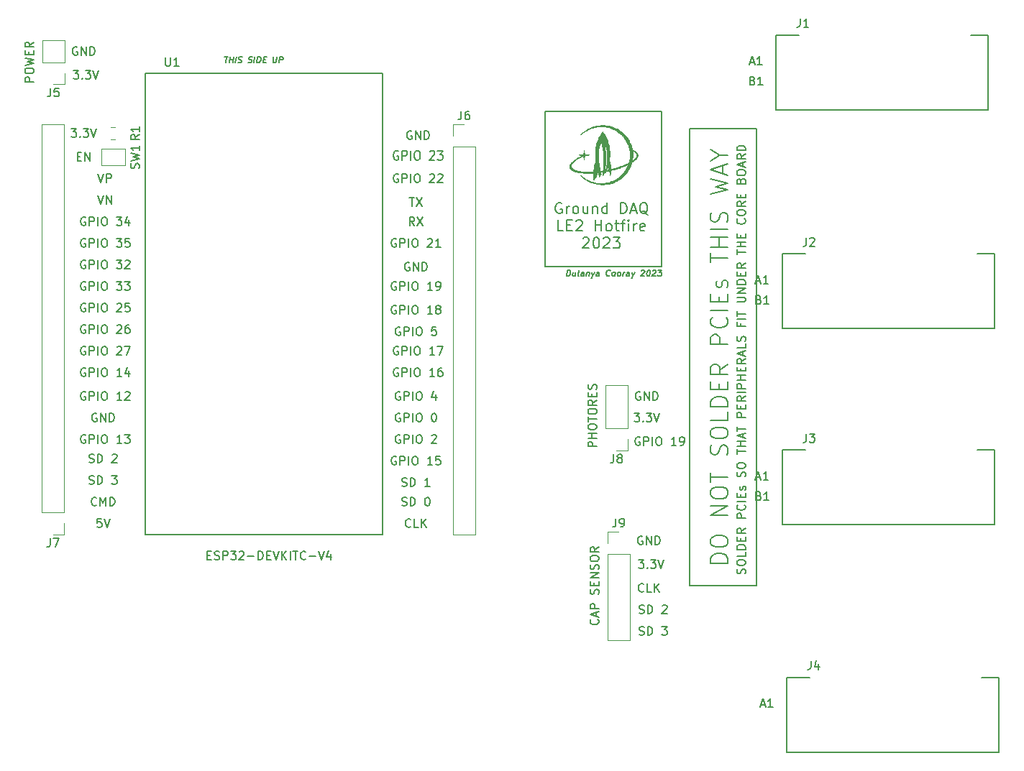
<source format=gbr>
%TF.GenerationSoftware,KiCad,Pcbnew,(6.0.6-0)*%
%TF.CreationDate,2023-03-25T11:09:11-07:00*%
%TF.ProjectId,le2-daq-new,6c65322d-6461-4712-9d6e-65772e6b6963,rev?*%
%TF.SameCoordinates,Original*%
%TF.FileFunction,Legend,Top*%
%TF.FilePolarity,Positive*%
%FSLAX46Y46*%
G04 Gerber Fmt 4.6, Leading zero omitted, Abs format (unit mm)*
G04 Created by KiCad (PCBNEW (6.0.6-0)) date 2023-03-25 11:09:11*
%MOMM*%
%LPD*%
G01*
G04 APERTURE LIST*
%ADD10C,0.150000*%
%ADD11C,0.120000*%
%ADD12C,0.127000*%
%ADD13C,0.010000*%
G04 APERTURE END LIST*
D10*
X148590000Y-50800000D02*
X162306000Y-50800000D01*
X162306000Y-50800000D02*
X162306000Y-69088000D01*
X162306000Y-69088000D02*
X148590000Y-69088000D01*
X148590000Y-69088000D02*
X148590000Y-50800000D01*
X173482000Y-106680000D02*
X165608000Y-106680000D01*
X165608000Y-106680000D02*
X165608000Y-52832000D01*
X165608000Y-52832000D02*
X173482000Y-52832000D01*
X173482000Y-52832000D02*
X173482000Y-106680000D01*
X95758095Y-97131142D02*
X95710476Y-97178761D01*
X95567619Y-97226380D01*
X95472380Y-97226380D01*
X95329523Y-97178761D01*
X95234285Y-97083523D01*
X95186666Y-96988285D01*
X95139047Y-96797809D01*
X95139047Y-96654952D01*
X95186666Y-96464476D01*
X95234285Y-96369238D01*
X95329523Y-96274000D01*
X95472380Y-96226380D01*
X95567619Y-96226380D01*
X95710476Y-96274000D01*
X95758095Y-96321619D01*
X96186666Y-97226380D02*
X96186666Y-96226380D01*
X96520000Y-96940666D01*
X96853333Y-96226380D01*
X96853333Y-97226380D01*
X97329523Y-97226380D02*
X97329523Y-96226380D01*
X97567619Y-96226380D01*
X97710476Y-96274000D01*
X97805714Y-96369238D01*
X97853333Y-96464476D01*
X97900952Y-96654952D01*
X97900952Y-96797809D01*
X97853333Y-96988285D01*
X97805714Y-97083523D01*
X97710476Y-97178761D01*
X97567619Y-97226380D01*
X97329523Y-97226380D01*
X132842095Y-53094000D02*
X132746857Y-53046380D01*
X132604000Y-53046380D01*
X132461142Y-53094000D01*
X132365904Y-53189238D01*
X132318285Y-53284476D01*
X132270666Y-53474952D01*
X132270666Y-53617809D01*
X132318285Y-53808285D01*
X132365904Y-53903523D01*
X132461142Y-53998761D01*
X132604000Y-54046380D01*
X132699238Y-54046380D01*
X132842095Y-53998761D01*
X132889714Y-53951142D01*
X132889714Y-53617809D01*
X132699238Y-53617809D01*
X133318285Y-54046380D02*
X133318285Y-53046380D01*
X133889714Y-54046380D01*
X133889714Y-53046380D01*
X134365904Y-54046380D02*
X134365904Y-53046380D01*
X134604000Y-53046380D01*
X134746857Y-53094000D01*
X134842095Y-53189238D01*
X134889714Y-53284476D01*
X134937333Y-53474952D01*
X134937333Y-53617809D01*
X134889714Y-53808285D01*
X134842095Y-53903523D01*
X134746857Y-53998761D01*
X134604000Y-54046380D01*
X134365904Y-54046380D01*
X131016666Y-73668000D02*
X130921428Y-73620380D01*
X130778571Y-73620380D01*
X130635714Y-73668000D01*
X130540476Y-73763238D01*
X130492857Y-73858476D01*
X130445238Y-74048952D01*
X130445238Y-74191809D01*
X130492857Y-74382285D01*
X130540476Y-74477523D01*
X130635714Y-74572761D01*
X130778571Y-74620380D01*
X130873809Y-74620380D01*
X131016666Y-74572761D01*
X131064285Y-74525142D01*
X131064285Y-74191809D01*
X130873809Y-74191809D01*
X131492857Y-74620380D02*
X131492857Y-73620380D01*
X131873809Y-73620380D01*
X131969047Y-73668000D01*
X132016666Y-73715619D01*
X132064285Y-73810857D01*
X132064285Y-73953714D01*
X132016666Y-74048952D01*
X131969047Y-74096571D01*
X131873809Y-74144190D01*
X131492857Y-74144190D01*
X132492857Y-74620380D02*
X132492857Y-73620380D01*
X133159523Y-73620380D02*
X133350000Y-73620380D01*
X133445238Y-73668000D01*
X133540476Y-73763238D01*
X133588095Y-73953714D01*
X133588095Y-74287047D01*
X133540476Y-74477523D01*
X133445238Y-74572761D01*
X133350000Y-74620380D01*
X133159523Y-74620380D01*
X133064285Y-74572761D01*
X132969047Y-74477523D01*
X132921428Y-74287047D01*
X132921428Y-73953714D01*
X132969047Y-73763238D01*
X133064285Y-73668000D01*
X133159523Y-73620380D01*
X135302380Y-74620380D02*
X134730952Y-74620380D01*
X135016666Y-74620380D02*
X135016666Y-73620380D01*
X134921428Y-73763238D01*
X134826190Y-73858476D01*
X134730952Y-73906095D01*
X135873809Y-74048952D02*
X135778571Y-74001333D01*
X135730952Y-73953714D01*
X135683333Y-73858476D01*
X135683333Y-73810857D01*
X135730952Y-73715619D01*
X135778571Y-73668000D01*
X135873809Y-73620380D01*
X136064285Y-73620380D01*
X136159523Y-73668000D01*
X136207142Y-73715619D01*
X136254761Y-73810857D01*
X136254761Y-73858476D01*
X136207142Y-73953714D01*
X136159523Y-74001333D01*
X136064285Y-74048952D01*
X135873809Y-74048952D01*
X135778571Y-74096571D01*
X135730952Y-74144190D01*
X135683333Y-74239428D01*
X135683333Y-74429904D01*
X135730952Y-74525142D01*
X135778571Y-74572761D01*
X135873809Y-74620380D01*
X136064285Y-74620380D01*
X136159523Y-74572761D01*
X136207142Y-74525142D01*
X136254761Y-74429904D01*
X136254761Y-74239428D01*
X136207142Y-74144190D01*
X136159523Y-74096571D01*
X136064285Y-74048952D01*
X88336380Y-47267523D02*
X87336380Y-47267523D01*
X87336380Y-46886571D01*
X87384000Y-46791333D01*
X87431619Y-46743714D01*
X87526857Y-46696095D01*
X87669714Y-46696095D01*
X87764952Y-46743714D01*
X87812571Y-46791333D01*
X87860190Y-46886571D01*
X87860190Y-47267523D01*
X87336380Y-46077047D02*
X87336380Y-45886571D01*
X87384000Y-45791333D01*
X87479238Y-45696095D01*
X87669714Y-45648476D01*
X88003047Y-45648476D01*
X88193523Y-45696095D01*
X88288761Y-45791333D01*
X88336380Y-45886571D01*
X88336380Y-46077047D01*
X88288761Y-46172285D01*
X88193523Y-46267523D01*
X88003047Y-46315142D01*
X87669714Y-46315142D01*
X87479238Y-46267523D01*
X87384000Y-46172285D01*
X87336380Y-46077047D01*
X87336380Y-45315142D02*
X88336380Y-45077047D01*
X87622095Y-44886571D01*
X88336380Y-44696095D01*
X87336380Y-44458000D01*
X87812571Y-44077047D02*
X87812571Y-43743714D01*
X88336380Y-43600857D02*
X88336380Y-44077047D01*
X87336380Y-44077047D01*
X87336380Y-43600857D01*
X88336380Y-42600857D02*
X87860190Y-42934190D01*
X88336380Y-43172285D02*
X87336380Y-43172285D01*
X87336380Y-42791333D01*
X87384000Y-42696095D01*
X87431619Y-42648476D01*
X87526857Y-42600857D01*
X87669714Y-42600857D01*
X87764952Y-42648476D01*
X87812571Y-42696095D01*
X87860190Y-42791333D01*
X87860190Y-43172285D01*
X93472095Y-43188000D02*
X93376857Y-43140380D01*
X93234000Y-43140380D01*
X93091142Y-43188000D01*
X92995904Y-43283238D01*
X92948285Y-43378476D01*
X92900666Y-43568952D01*
X92900666Y-43711809D01*
X92948285Y-43902285D01*
X92995904Y-43997523D01*
X93091142Y-44092761D01*
X93234000Y-44140380D01*
X93329238Y-44140380D01*
X93472095Y-44092761D01*
X93519714Y-44045142D01*
X93519714Y-43711809D01*
X93329238Y-43711809D01*
X93948285Y-44140380D02*
X93948285Y-43140380D01*
X94519714Y-44140380D01*
X94519714Y-43140380D01*
X94995904Y-44140380D02*
X94995904Y-43140380D01*
X95234000Y-43140380D01*
X95376857Y-43188000D01*
X95472095Y-43283238D01*
X95519714Y-43378476D01*
X95567333Y-43568952D01*
X95567333Y-43711809D01*
X95519714Y-43902285D01*
X95472095Y-43997523D01*
X95376857Y-44092761D01*
X95234000Y-44140380D01*
X94995904Y-44140380D01*
X150507095Y-61582300D02*
X150386142Y-61521823D01*
X150204714Y-61521823D01*
X150023285Y-61582300D01*
X149902333Y-61703252D01*
X149841857Y-61824204D01*
X149781380Y-62066109D01*
X149781380Y-62247538D01*
X149841857Y-62489442D01*
X149902333Y-62610395D01*
X150023285Y-62731347D01*
X150204714Y-62791823D01*
X150325666Y-62791823D01*
X150507095Y-62731347D01*
X150567571Y-62670871D01*
X150567571Y-62247538D01*
X150325666Y-62247538D01*
X151111857Y-62791823D02*
X151111857Y-61945157D01*
X151111857Y-62187061D02*
X151172333Y-62066109D01*
X151232809Y-62005633D01*
X151353761Y-61945157D01*
X151474714Y-61945157D01*
X152079476Y-62791823D02*
X151958523Y-62731347D01*
X151898047Y-62670871D01*
X151837571Y-62549919D01*
X151837571Y-62187061D01*
X151898047Y-62066109D01*
X151958523Y-62005633D01*
X152079476Y-61945157D01*
X152260904Y-61945157D01*
X152381857Y-62005633D01*
X152442333Y-62066109D01*
X152502809Y-62187061D01*
X152502809Y-62549919D01*
X152442333Y-62670871D01*
X152381857Y-62731347D01*
X152260904Y-62791823D01*
X152079476Y-62791823D01*
X153591380Y-61945157D02*
X153591380Y-62791823D01*
X153047095Y-61945157D02*
X153047095Y-62610395D01*
X153107571Y-62731347D01*
X153228523Y-62791823D01*
X153409952Y-62791823D01*
X153530904Y-62731347D01*
X153591380Y-62670871D01*
X154196142Y-61945157D02*
X154196142Y-62791823D01*
X154196142Y-62066109D02*
X154256619Y-62005633D01*
X154377571Y-61945157D01*
X154559000Y-61945157D01*
X154679952Y-62005633D01*
X154740428Y-62126585D01*
X154740428Y-62791823D01*
X155889476Y-62791823D02*
X155889476Y-61521823D01*
X155889476Y-62731347D02*
X155768523Y-62791823D01*
X155526619Y-62791823D01*
X155405666Y-62731347D01*
X155345190Y-62670871D01*
X155284714Y-62549919D01*
X155284714Y-62187061D01*
X155345190Y-62066109D01*
X155405666Y-62005633D01*
X155526619Y-61945157D01*
X155768523Y-61945157D01*
X155889476Y-62005633D01*
X157461857Y-62791823D02*
X157461857Y-61521823D01*
X157764238Y-61521823D01*
X157945666Y-61582300D01*
X158066619Y-61703252D01*
X158127095Y-61824204D01*
X158187571Y-62066109D01*
X158187571Y-62247538D01*
X158127095Y-62489442D01*
X158066619Y-62610395D01*
X157945666Y-62731347D01*
X157764238Y-62791823D01*
X157461857Y-62791823D01*
X158671380Y-62428966D02*
X159276142Y-62428966D01*
X158550428Y-62791823D02*
X158973761Y-61521823D01*
X159397095Y-62791823D01*
X160667095Y-62912776D02*
X160546142Y-62852300D01*
X160425190Y-62731347D01*
X160243761Y-62549919D01*
X160122809Y-62489442D01*
X160001857Y-62489442D01*
X160062333Y-62791823D02*
X159941380Y-62731347D01*
X159820428Y-62610395D01*
X159759952Y-62368490D01*
X159759952Y-61945157D01*
X159820428Y-61703252D01*
X159941380Y-61582300D01*
X160062333Y-61521823D01*
X160304238Y-61521823D01*
X160425190Y-61582300D01*
X160546142Y-61703252D01*
X160606619Y-61945157D01*
X160606619Y-62368490D01*
X160546142Y-62610395D01*
X160425190Y-62731347D01*
X160304238Y-62791823D01*
X160062333Y-62791823D01*
X150718761Y-64836523D02*
X150114000Y-64836523D01*
X150114000Y-63566523D01*
X151142095Y-64171285D02*
X151565428Y-64171285D01*
X151746857Y-64836523D02*
X151142095Y-64836523D01*
X151142095Y-63566523D01*
X151746857Y-63566523D01*
X152230666Y-63687476D02*
X152291142Y-63627000D01*
X152412095Y-63566523D01*
X152714476Y-63566523D01*
X152835428Y-63627000D01*
X152895904Y-63687476D01*
X152956380Y-63808428D01*
X152956380Y-63929380D01*
X152895904Y-64110809D01*
X152170190Y-64836523D01*
X152956380Y-64836523D01*
X154468285Y-64836523D02*
X154468285Y-63566523D01*
X154468285Y-64171285D02*
X155194000Y-64171285D01*
X155194000Y-64836523D02*
X155194000Y-63566523D01*
X155980190Y-64836523D02*
X155859238Y-64776047D01*
X155798761Y-64715571D01*
X155738285Y-64594619D01*
X155738285Y-64231761D01*
X155798761Y-64110809D01*
X155859238Y-64050333D01*
X155980190Y-63989857D01*
X156161619Y-63989857D01*
X156282571Y-64050333D01*
X156343047Y-64110809D01*
X156403523Y-64231761D01*
X156403523Y-64594619D01*
X156343047Y-64715571D01*
X156282571Y-64776047D01*
X156161619Y-64836523D01*
X155980190Y-64836523D01*
X156766380Y-63989857D02*
X157250190Y-63989857D01*
X156947809Y-63566523D02*
X156947809Y-64655095D01*
X157008285Y-64776047D01*
X157129238Y-64836523D01*
X157250190Y-64836523D01*
X157492095Y-63989857D02*
X157975904Y-63989857D01*
X157673523Y-64836523D02*
X157673523Y-63747952D01*
X157734000Y-63627000D01*
X157854952Y-63566523D01*
X157975904Y-63566523D01*
X158399238Y-64836523D02*
X158399238Y-63989857D01*
X158399238Y-63566523D02*
X158338761Y-63627000D01*
X158399238Y-63687476D01*
X158459714Y-63627000D01*
X158399238Y-63566523D01*
X158399238Y-63687476D01*
X159004000Y-64836523D02*
X159004000Y-63989857D01*
X159004000Y-64231761D02*
X159064476Y-64110809D01*
X159124952Y-64050333D01*
X159245904Y-63989857D01*
X159366857Y-63989857D01*
X160274000Y-64776047D02*
X160153047Y-64836523D01*
X159911142Y-64836523D01*
X159790190Y-64776047D01*
X159729714Y-64655095D01*
X159729714Y-64171285D01*
X159790190Y-64050333D01*
X159911142Y-63989857D01*
X160153047Y-63989857D01*
X160274000Y-64050333D01*
X160334476Y-64171285D01*
X160334476Y-64292238D01*
X159729714Y-64413190D01*
X153016857Y-65732176D02*
X153077333Y-65671700D01*
X153198285Y-65611223D01*
X153500666Y-65611223D01*
X153621619Y-65671700D01*
X153682095Y-65732176D01*
X153742571Y-65853128D01*
X153742571Y-65974080D01*
X153682095Y-66155509D01*
X152956380Y-66881223D01*
X153742571Y-66881223D01*
X154528761Y-65611223D02*
X154649714Y-65611223D01*
X154770666Y-65671700D01*
X154831142Y-65732176D01*
X154891619Y-65853128D01*
X154952095Y-66095033D01*
X154952095Y-66397414D01*
X154891619Y-66639319D01*
X154831142Y-66760271D01*
X154770666Y-66820747D01*
X154649714Y-66881223D01*
X154528761Y-66881223D01*
X154407809Y-66820747D01*
X154347333Y-66760271D01*
X154286857Y-66639319D01*
X154226380Y-66397414D01*
X154226380Y-66095033D01*
X154286857Y-65853128D01*
X154347333Y-65732176D01*
X154407809Y-65671700D01*
X154528761Y-65611223D01*
X155435904Y-65732176D02*
X155496380Y-65671700D01*
X155617333Y-65611223D01*
X155919714Y-65611223D01*
X156040666Y-65671700D01*
X156101142Y-65732176D01*
X156161619Y-65853128D01*
X156161619Y-65974080D01*
X156101142Y-66155509D01*
X155375428Y-66881223D01*
X156161619Y-66881223D01*
X156584952Y-65611223D02*
X157371142Y-65611223D01*
X156947809Y-66095033D01*
X157129238Y-66095033D01*
X157250190Y-66155509D01*
X157310666Y-66215985D01*
X157371142Y-66336938D01*
X157371142Y-66639319D01*
X157310666Y-66760271D01*
X157250190Y-66820747D01*
X157129238Y-66881223D01*
X156766380Y-66881223D01*
X156645428Y-66820747D01*
X156584952Y-66760271D01*
X94440666Y-83828000D02*
X94345428Y-83780380D01*
X94202571Y-83780380D01*
X94059714Y-83828000D01*
X93964476Y-83923238D01*
X93916857Y-84018476D01*
X93869238Y-84208952D01*
X93869238Y-84351809D01*
X93916857Y-84542285D01*
X93964476Y-84637523D01*
X94059714Y-84732761D01*
X94202571Y-84780380D01*
X94297809Y-84780380D01*
X94440666Y-84732761D01*
X94488285Y-84685142D01*
X94488285Y-84351809D01*
X94297809Y-84351809D01*
X94916857Y-84780380D02*
X94916857Y-83780380D01*
X95297809Y-83780380D01*
X95393047Y-83828000D01*
X95440666Y-83875619D01*
X95488285Y-83970857D01*
X95488285Y-84113714D01*
X95440666Y-84208952D01*
X95393047Y-84256571D01*
X95297809Y-84304190D01*
X94916857Y-84304190D01*
X95916857Y-84780380D02*
X95916857Y-83780380D01*
X96583523Y-83780380D02*
X96774000Y-83780380D01*
X96869238Y-83828000D01*
X96964476Y-83923238D01*
X97012095Y-84113714D01*
X97012095Y-84447047D01*
X96964476Y-84637523D01*
X96869238Y-84732761D01*
X96774000Y-84780380D01*
X96583523Y-84780380D01*
X96488285Y-84732761D01*
X96393047Y-84637523D01*
X96345428Y-84447047D01*
X96345428Y-84113714D01*
X96393047Y-83923238D01*
X96488285Y-83828000D01*
X96583523Y-83780380D01*
X98726380Y-84780380D02*
X98154952Y-84780380D01*
X98440666Y-84780380D02*
X98440666Y-83780380D01*
X98345428Y-83923238D01*
X98250190Y-84018476D01*
X98154952Y-84066095D01*
X99107333Y-83875619D02*
X99154952Y-83828000D01*
X99250190Y-83780380D01*
X99488285Y-83780380D01*
X99583523Y-83828000D01*
X99631142Y-83875619D01*
X99678761Y-83970857D01*
X99678761Y-84066095D01*
X99631142Y-84208952D01*
X99059714Y-84780380D01*
X99678761Y-84780380D01*
X92757809Y-52792380D02*
X93376857Y-52792380D01*
X93043523Y-53173333D01*
X93186380Y-53173333D01*
X93281619Y-53220952D01*
X93329238Y-53268571D01*
X93376857Y-53363809D01*
X93376857Y-53601904D01*
X93329238Y-53697142D01*
X93281619Y-53744761D01*
X93186380Y-53792380D01*
X92900666Y-53792380D01*
X92805428Y-53744761D01*
X92757809Y-53697142D01*
X93805428Y-53697142D02*
X93853047Y-53744761D01*
X93805428Y-53792380D01*
X93757809Y-53744761D01*
X93805428Y-53697142D01*
X93805428Y-53792380D01*
X94186380Y-52792380D02*
X94805428Y-52792380D01*
X94472095Y-53173333D01*
X94614952Y-53173333D01*
X94710190Y-53220952D01*
X94757809Y-53268571D01*
X94805428Y-53363809D01*
X94805428Y-53601904D01*
X94757809Y-53697142D01*
X94710190Y-53744761D01*
X94614952Y-53792380D01*
X94329238Y-53792380D01*
X94234000Y-53744761D01*
X94186380Y-53697142D01*
X95091142Y-52792380D02*
X95424476Y-53792380D01*
X95757809Y-52792380D01*
X94440666Y-73414000D02*
X94345428Y-73366380D01*
X94202571Y-73366380D01*
X94059714Y-73414000D01*
X93964476Y-73509238D01*
X93916857Y-73604476D01*
X93869238Y-73794952D01*
X93869238Y-73937809D01*
X93916857Y-74128285D01*
X93964476Y-74223523D01*
X94059714Y-74318761D01*
X94202571Y-74366380D01*
X94297809Y-74366380D01*
X94440666Y-74318761D01*
X94488285Y-74271142D01*
X94488285Y-73937809D01*
X94297809Y-73937809D01*
X94916857Y-74366380D02*
X94916857Y-73366380D01*
X95297809Y-73366380D01*
X95393047Y-73414000D01*
X95440666Y-73461619D01*
X95488285Y-73556857D01*
X95488285Y-73699714D01*
X95440666Y-73794952D01*
X95393047Y-73842571D01*
X95297809Y-73890190D01*
X94916857Y-73890190D01*
X95916857Y-74366380D02*
X95916857Y-73366380D01*
X96583523Y-73366380D02*
X96774000Y-73366380D01*
X96869238Y-73414000D01*
X96964476Y-73509238D01*
X97012095Y-73699714D01*
X97012095Y-74033047D01*
X96964476Y-74223523D01*
X96869238Y-74318761D01*
X96774000Y-74366380D01*
X96583523Y-74366380D01*
X96488285Y-74318761D01*
X96393047Y-74223523D01*
X96345428Y-74033047D01*
X96345428Y-73699714D01*
X96393047Y-73509238D01*
X96488285Y-73414000D01*
X96583523Y-73366380D01*
X98154952Y-73461619D02*
X98202571Y-73414000D01*
X98297809Y-73366380D01*
X98535904Y-73366380D01*
X98631142Y-73414000D01*
X98678761Y-73461619D01*
X98726380Y-73556857D01*
X98726380Y-73652095D01*
X98678761Y-73794952D01*
X98107333Y-74366380D01*
X98726380Y-74366380D01*
X99631142Y-73366380D02*
X99154952Y-73366380D01*
X99107333Y-73842571D01*
X99154952Y-73794952D01*
X99250190Y-73747333D01*
X99488285Y-73747333D01*
X99583523Y-73794952D01*
X99631142Y-73842571D01*
X99678761Y-73937809D01*
X99678761Y-74175904D01*
X99631142Y-74271142D01*
X99583523Y-74318761D01*
X99488285Y-74366380D01*
X99250190Y-74366380D01*
X99154952Y-74318761D01*
X99107333Y-74271142D01*
X170068761Y-103994095D02*
X168068761Y-103994095D01*
X168068761Y-103517904D01*
X168164000Y-103232190D01*
X168354476Y-103041714D01*
X168544952Y-102946476D01*
X168925904Y-102851238D01*
X169211619Y-102851238D01*
X169592571Y-102946476D01*
X169783047Y-103041714D01*
X169973523Y-103232190D01*
X170068761Y-103517904D01*
X170068761Y-103994095D01*
X168068761Y-101613142D02*
X168068761Y-101232190D01*
X168164000Y-101041714D01*
X168354476Y-100851238D01*
X168735428Y-100756000D01*
X169402095Y-100756000D01*
X169783047Y-100851238D01*
X169973523Y-101041714D01*
X170068761Y-101232190D01*
X170068761Y-101613142D01*
X169973523Y-101803619D01*
X169783047Y-101994095D01*
X169402095Y-102089333D01*
X168735428Y-102089333D01*
X168354476Y-101994095D01*
X168164000Y-101803619D01*
X168068761Y-101613142D01*
X170068761Y-98375047D02*
X168068761Y-98375047D01*
X170068761Y-97232190D01*
X168068761Y-97232190D01*
X168068761Y-95898857D02*
X168068761Y-95517904D01*
X168164000Y-95327428D01*
X168354476Y-95136952D01*
X168735428Y-95041714D01*
X169402095Y-95041714D01*
X169783047Y-95136952D01*
X169973523Y-95327428D01*
X170068761Y-95517904D01*
X170068761Y-95898857D01*
X169973523Y-96089333D01*
X169783047Y-96279809D01*
X169402095Y-96375047D01*
X168735428Y-96375047D01*
X168354476Y-96279809D01*
X168164000Y-96089333D01*
X168068761Y-95898857D01*
X168068761Y-94470285D02*
X168068761Y-93327428D01*
X170068761Y-93898857D02*
X168068761Y-93898857D01*
X169973523Y-91232190D02*
X170068761Y-90946476D01*
X170068761Y-90470285D01*
X169973523Y-90279809D01*
X169878285Y-90184571D01*
X169687809Y-90089333D01*
X169497333Y-90089333D01*
X169306857Y-90184571D01*
X169211619Y-90279809D01*
X169116380Y-90470285D01*
X169021142Y-90851238D01*
X168925904Y-91041714D01*
X168830666Y-91136952D01*
X168640190Y-91232190D01*
X168449714Y-91232190D01*
X168259238Y-91136952D01*
X168164000Y-91041714D01*
X168068761Y-90851238D01*
X168068761Y-90375047D01*
X168164000Y-90089333D01*
X168068761Y-88851238D02*
X168068761Y-88470285D01*
X168164000Y-88279809D01*
X168354476Y-88089333D01*
X168735428Y-87994095D01*
X169402095Y-87994095D01*
X169783047Y-88089333D01*
X169973523Y-88279809D01*
X170068761Y-88470285D01*
X170068761Y-88851238D01*
X169973523Y-89041714D01*
X169783047Y-89232190D01*
X169402095Y-89327428D01*
X168735428Y-89327428D01*
X168354476Y-89232190D01*
X168164000Y-89041714D01*
X168068761Y-88851238D01*
X170068761Y-86184571D02*
X170068761Y-87136952D01*
X168068761Y-87136952D01*
X170068761Y-85517904D02*
X168068761Y-85517904D01*
X168068761Y-85041714D01*
X168164000Y-84756000D01*
X168354476Y-84565523D01*
X168544952Y-84470285D01*
X168925904Y-84375047D01*
X169211619Y-84375047D01*
X169592571Y-84470285D01*
X169783047Y-84565523D01*
X169973523Y-84756000D01*
X170068761Y-85041714D01*
X170068761Y-85517904D01*
X169021142Y-83517904D02*
X169021142Y-82851238D01*
X170068761Y-82565523D02*
X170068761Y-83517904D01*
X168068761Y-83517904D01*
X168068761Y-82565523D01*
X170068761Y-80565523D02*
X169116380Y-81232190D01*
X170068761Y-81708380D02*
X168068761Y-81708380D01*
X168068761Y-80946476D01*
X168164000Y-80756000D01*
X168259238Y-80660761D01*
X168449714Y-80565523D01*
X168735428Y-80565523D01*
X168925904Y-80660761D01*
X169021142Y-80756000D01*
X169116380Y-80946476D01*
X169116380Y-81708380D01*
X170068761Y-78184571D02*
X168068761Y-78184571D01*
X168068761Y-77422666D01*
X168164000Y-77232190D01*
X168259238Y-77136952D01*
X168449714Y-77041714D01*
X168735428Y-77041714D01*
X168925904Y-77136952D01*
X169021142Y-77232190D01*
X169116380Y-77422666D01*
X169116380Y-78184571D01*
X169878285Y-75041714D02*
X169973523Y-75136952D01*
X170068761Y-75422666D01*
X170068761Y-75613142D01*
X169973523Y-75898857D01*
X169783047Y-76089333D01*
X169592571Y-76184571D01*
X169211619Y-76279809D01*
X168925904Y-76279809D01*
X168544952Y-76184571D01*
X168354476Y-76089333D01*
X168164000Y-75898857D01*
X168068761Y-75613142D01*
X168068761Y-75422666D01*
X168164000Y-75136952D01*
X168259238Y-75041714D01*
X170068761Y-74184571D02*
X168068761Y-74184571D01*
X169021142Y-73232190D02*
X169021142Y-72565523D01*
X170068761Y-72279809D02*
X170068761Y-73232190D01*
X168068761Y-73232190D01*
X168068761Y-72279809D01*
X169973523Y-71517904D02*
X170068761Y-71327428D01*
X170068761Y-70946476D01*
X169973523Y-70756000D01*
X169783047Y-70660761D01*
X169687809Y-70660761D01*
X169497333Y-70756000D01*
X169402095Y-70946476D01*
X169402095Y-71232190D01*
X169306857Y-71422666D01*
X169116380Y-71517904D01*
X169021142Y-71517904D01*
X168830666Y-71422666D01*
X168735428Y-71232190D01*
X168735428Y-70946476D01*
X168830666Y-70756000D01*
X168068761Y-68565523D02*
X168068761Y-67422666D01*
X170068761Y-67994095D02*
X168068761Y-67994095D01*
X170068761Y-66756000D02*
X168068761Y-66756000D01*
X169021142Y-66756000D02*
X169021142Y-65613142D01*
X170068761Y-65613142D02*
X168068761Y-65613142D01*
X170068761Y-64660761D02*
X168068761Y-64660761D01*
X169973523Y-63803619D02*
X170068761Y-63517904D01*
X170068761Y-63041714D01*
X169973523Y-62851238D01*
X169878285Y-62756000D01*
X169687809Y-62660761D01*
X169497333Y-62660761D01*
X169306857Y-62756000D01*
X169211619Y-62851238D01*
X169116380Y-63041714D01*
X169021142Y-63422666D01*
X168925904Y-63613142D01*
X168830666Y-63708380D01*
X168640190Y-63803619D01*
X168449714Y-63803619D01*
X168259238Y-63708380D01*
X168164000Y-63613142D01*
X168068761Y-63422666D01*
X168068761Y-62946476D01*
X168164000Y-62660761D01*
X168068761Y-60470285D02*
X170068761Y-59994095D01*
X168640190Y-59613142D01*
X170068761Y-59232190D01*
X168068761Y-58756000D01*
X169497333Y-58089333D02*
X169497333Y-57136952D01*
X170068761Y-58279809D02*
X168068761Y-57613142D01*
X170068761Y-56946476D01*
X169116380Y-55898857D02*
X170068761Y-55898857D01*
X168068761Y-56565523D02*
X169116380Y-55898857D01*
X168068761Y-55232190D01*
X133183333Y-64206380D02*
X132850000Y-63730190D01*
X132611904Y-64206380D02*
X132611904Y-63206380D01*
X132992857Y-63206380D01*
X133088095Y-63254000D01*
X133135714Y-63301619D01*
X133183333Y-63396857D01*
X133183333Y-63539714D01*
X133135714Y-63634952D01*
X133088095Y-63682571D01*
X132992857Y-63730190D01*
X132611904Y-63730190D01*
X133516666Y-63206380D02*
X134183333Y-64206380D01*
X134183333Y-63206380D02*
X133516666Y-64206380D01*
X94440666Y-88908000D02*
X94345428Y-88860380D01*
X94202571Y-88860380D01*
X94059714Y-88908000D01*
X93964476Y-89003238D01*
X93916857Y-89098476D01*
X93869238Y-89288952D01*
X93869238Y-89431809D01*
X93916857Y-89622285D01*
X93964476Y-89717523D01*
X94059714Y-89812761D01*
X94202571Y-89860380D01*
X94297809Y-89860380D01*
X94440666Y-89812761D01*
X94488285Y-89765142D01*
X94488285Y-89431809D01*
X94297809Y-89431809D01*
X94916857Y-89860380D02*
X94916857Y-88860380D01*
X95297809Y-88860380D01*
X95393047Y-88908000D01*
X95440666Y-88955619D01*
X95488285Y-89050857D01*
X95488285Y-89193714D01*
X95440666Y-89288952D01*
X95393047Y-89336571D01*
X95297809Y-89384190D01*
X94916857Y-89384190D01*
X95916857Y-89860380D02*
X95916857Y-88860380D01*
X96583523Y-88860380D02*
X96774000Y-88860380D01*
X96869238Y-88908000D01*
X96964476Y-89003238D01*
X97012095Y-89193714D01*
X97012095Y-89527047D01*
X96964476Y-89717523D01*
X96869238Y-89812761D01*
X96774000Y-89860380D01*
X96583523Y-89860380D01*
X96488285Y-89812761D01*
X96393047Y-89717523D01*
X96345428Y-89527047D01*
X96345428Y-89193714D01*
X96393047Y-89003238D01*
X96488285Y-88908000D01*
X96583523Y-88860380D01*
X98726380Y-89860380D02*
X98154952Y-89860380D01*
X98440666Y-89860380D02*
X98440666Y-88860380D01*
X98345428Y-89003238D01*
X98250190Y-89098476D01*
X98154952Y-89146095D01*
X99059714Y-88860380D02*
X99678761Y-88860380D01*
X99345428Y-89241333D01*
X99488285Y-89241333D01*
X99583523Y-89288952D01*
X99631142Y-89336571D01*
X99678761Y-89431809D01*
X99678761Y-89669904D01*
X99631142Y-89765142D01*
X99583523Y-89812761D01*
X99488285Y-89860380D01*
X99202571Y-89860380D01*
X99107333Y-89812761D01*
X99059714Y-89765142D01*
X131270666Y-55453500D02*
X131175428Y-55401119D01*
X131032571Y-55401119D01*
X130889714Y-55453500D01*
X130794476Y-55558261D01*
X130746857Y-55663023D01*
X130699238Y-55872547D01*
X130699238Y-56029690D01*
X130746857Y-56239214D01*
X130794476Y-56343976D01*
X130889714Y-56448738D01*
X131032571Y-56501119D01*
X131127809Y-56501119D01*
X131270666Y-56448738D01*
X131318285Y-56396357D01*
X131318285Y-56029690D01*
X131127809Y-56029690D01*
X131746857Y-56501119D02*
X131746857Y-55401119D01*
X132127809Y-55401119D01*
X132223047Y-55453500D01*
X132270666Y-55505880D01*
X132318285Y-55610642D01*
X132318285Y-55767785D01*
X132270666Y-55872547D01*
X132223047Y-55924928D01*
X132127809Y-55977309D01*
X131746857Y-55977309D01*
X132746857Y-56501119D02*
X132746857Y-55401119D01*
X133413523Y-55401119D02*
X133604000Y-55401119D01*
X133699238Y-55453500D01*
X133794476Y-55558261D01*
X133842095Y-55767785D01*
X133842095Y-56134452D01*
X133794476Y-56343976D01*
X133699238Y-56448738D01*
X133604000Y-56501119D01*
X133413523Y-56501119D01*
X133318285Y-56448738D01*
X133223047Y-56343976D01*
X133175428Y-56134452D01*
X133175428Y-55767785D01*
X133223047Y-55558261D01*
X133318285Y-55453500D01*
X133413523Y-55401119D01*
X134984952Y-55505880D02*
X135032571Y-55453500D01*
X135127809Y-55401119D01*
X135365904Y-55401119D01*
X135461142Y-55453500D01*
X135508761Y-55505880D01*
X135556380Y-55610642D01*
X135556380Y-55715404D01*
X135508761Y-55872547D01*
X134937333Y-56501119D01*
X135556380Y-56501119D01*
X135889714Y-55401119D02*
X136508761Y-55401119D01*
X136175428Y-55820166D01*
X136318285Y-55820166D01*
X136413523Y-55872547D01*
X136461142Y-55924928D01*
X136508761Y-56029690D01*
X136508761Y-56291595D01*
X136461142Y-56396357D01*
X136413523Y-56448738D01*
X136318285Y-56501119D01*
X136032571Y-56501119D01*
X135937333Y-56448738D01*
X135889714Y-56396357D01*
X94440666Y-70874000D02*
X94345428Y-70826380D01*
X94202571Y-70826380D01*
X94059714Y-70874000D01*
X93964476Y-70969238D01*
X93916857Y-71064476D01*
X93869238Y-71254952D01*
X93869238Y-71397809D01*
X93916857Y-71588285D01*
X93964476Y-71683523D01*
X94059714Y-71778761D01*
X94202571Y-71826380D01*
X94297809Y-71826380D01*
X94440666Y-71778761D01*
X94488285Y-71731142D01*
X94488285Y-71397809D01*
X94297809Y-71397809D01*
X94916857Y-71826380D02*
X94916857Y-70826380D01*
X95297809Y-70826380D01*
X95393047Y-70874000D01*
X95440666Y-70921619D01*
X95488285Y-71016857D01*
X95488285Y-71159714D01*
X95440666Y-71254952D01*
X95393047Y-71302571D01*
X95297809Y-71350190D01*
X94916857Y-71350190D01*
X95916857Y-71826380D02*
X95916857Y-70826380D01*
X96583523Y-70826380D02*
X96774000Y-70826380D01*
X96869238Y-70874000D01*
X96964476Y-70969238D01*
X97012095Y-71159714D01*
X97012095Y-71493047D01*
X96964476Y-71683523D01*
X96869238Y-71778761D01*
X96774000Y-71826380D01*
X96583523Y-71826380D01*
X96488285Y-71778761D01*
X96393047Y-71683523D01*
X96345428Y-71493047D01*
X96345428Y-71159714D01*
X96393047Y-70969238D01*
X96488285Y-70874000D01*
X96583523Y-70826380D01*
X98107333Y-70826380D02*
X98726380Y-70826380D01*
X98393047Y-71207333D01*
X98535904Y-71207333D01*
X98631142Y-71254952D01*
X98678761Y-71302571D01*
X98726380Y-71397809D01*
X98726380Y-71635904D01*
X98678761Y-71731142D01*
X98631142Y-71778761D01*
X98535904Y-71826380D01*
X98250190Y-71826380D01*
X98154952Y-71778761D01*
X98107333Y-71731142D01*
X99059714Y-70826380D02*
X99678761Y-70826380D01*
X99345428Y-71207333D01*
X99488285Y-71207333D01*
X99583523Y-71254952D01*
X99631142Y-71302571D01*
X99678761Y-71397809D01*
X99678761Y-71635904D01*
X99631142Y-71731142D01*
X99583523Y-71778761D01*
X99488285Y-71826380D01*
X99202571Y-71826380D01*
X99107333Y-71778761D01*
X99059714Y-71731142D01*
X94440666Y-81034000D02*
X94345428Y-80986380D01*
X94202571Y-80986380D01*
X94059714Y-81034000D01*
X93964476Y-81129238D01*
X93916857Y-81224476D01*
X93869238Y-81414952D01*
X93869238Y-81557809D01*
X93916857Y-81748285D01*
X93964476Y-81843523D01*
X94059714Y-81938761D01*
X94202571Y-81986380D01*
X94297809Y-81986380D01*
X94440666Y-81938761D01*
X94488285Y-81891142D01*
X94488285Y-81557809D01*
X94297809Y-81557809D01*
X94916857Y-81986380D02*
X94916857Y-80986380D01*
X95297809Y-80986380D01*
X95393047Y-81034000D01*
X95440666Y-81081619D01*
X95488285Y-81176857D01*
X95488285Y-81319714D01*
X95440666Y-81414952D01*
X95393047Y-81462571D01*
X95297809Y-81510190D01*
X94916857Y-81510190D01*
X95916857Y-81986380D02*
X95916857Y-80986380D01*
X96583523Y-80986380D02*
X96774000Y-80986380D01*
X96869238Y-81034000D01*
X96964476Y-81129238D01*
X97012095Y-81319714D01*
X97012095Y-81653047D01*
X96964476Y-81843523D01*
X96869238Y-81938761D01*
X96774000Y-81986380D01*
X96583523Y-81986380D01*
X96488285Y-81938761D01*
X96393047Y-81843523D01*
X96345428Y-81653047D01*
X96345428Y-81319714D01*
X96393047Y-81129238D01*
X96488285Y-81034000D01*
X96583523Y-80986380D01*
X98726380Y-81986380D02*
X98154952Y-81986380D01*
X98440666Y-81986380D02*
X98440666Y-80986380D01*
X98345428Y-81129238D01*
X98250190Y-81224476D01*
X98154952Y-81272095D01*
X99583523Y-81319714D02*
X99583523Y-81986380D01*
X99345428Y-80938761D02*
X99107333Y-81653047D01*
X99726380Y-81653047D01*
X93011809Y-45934380D02*
X93630857Y-45934380D01*
X93297523Y-46315333D01*
X93440380Y-46315333D01*
X93535619Y-46362952D01*
X93583238Y-46410571D01*
X93630857Y-46505809D01*
X93630857Y-46743904D01*
X93583238Y-46839142D01*
X93535619Y-46886761D01*
X93440380Y-46934380D01*
X93154666Y-46934380D01*
X93059428Y-46886761D01*
X93011809Y-46839142D01*
X94059428Y-46839142D02*
X94107047Y-46886761D01*
X94059428Y-46934380D01*
X94011809Y-46886761D01*
X94059428Y-46839142D01*
X94059428Y-46934380D01*
X94440380Y-45934380D02*
X95059428Y-45934380D01*
X94726095Y-46315333D01*
X94868952Y-46315333D01*
X94964190Y-46362952D01*
X95011809Y-46410571D01*
X95059428Y-46505809D01*
X95059428Y-46743904D01*
X95011809Y-46839142D01*
X94964190Y-46886761D01*
X94868952Y-46934380D01*
X94583238Y-46934380D01*
X94488000Y-46886761D01*
X94440380Y-46839142D01*
X95345142Y-45934380D02*
X95678476Y-46934380D01*
X96011809Y-45934380D01*
X131492857Y-83828000D02*
X131397619Y-83780380D01*
X131254761Y-83780380D01*
X131111904Y-83828000D01*
X131016666Y-83923238D01*
X130969047Y-84018476D01*
X130921428Y-84208952D01*
X130921428Y-84351809D01*
X130969047Y-84542285D01*
X131016666Y-84637523D01*
X131111904Y-84732761D01*
X131254761Y-84780380D01*
X131350000Y-84780380D01*
X131492857Y-84732761D01*
X131540476Y-84685142D01*
X131540476Y-84351809D01*
X131350000Y-84351809D01*
X131969047Y-84780380D02*
X131969047Y-83780380D01*
X132350000Y-83780380D01*
X132445238Y-83828000D01*
X132492857Y-83875619D01*
X132540476Y-83970857D01*
X132540476Y-84113714D01*
X132492857Y-84208952D01*
X132445238Y-84256571D01*
X132350000Y-84304190D01*
X131969047Y-84304190D01*
X132969047Y-84780380D02*
X132969047Y-83780380D01*
X133635714Y-83780380D02*
X133826190Y-83780380D01*
X133921428Y-83828000D01*
X134016666Y-83923238D01*
X134064285Y-84113714D01*
X134064285Y-84447047D01*
X134016666Y-84637523D01*
X133921428Y-84732761D01*
X133826190Y-84780380D01*
X133635714Y-84780380D01*
X133540476Y-84732761D01*
X133445238Y-84637523D01*
X133397619Y-84447047D01*
X133397619Y-84113714D01*
X133445238Y-83923238D01*
X133540476Y-83828000D01*
X133635714Y-83780380D01*
X135683333Y-84113714D02*
X135683333Y-84780380D01*
X135445238Y-83732761D02*
X135207142Y-84447047D01*
X135826190Y-84447047D01*
X131016666Y-70874000D02*
X130921428Y-70826380D01*
X130778571Y-70826380D01*
X130635714Y-70874000D01*
X130540476Y-70969238D01*
X130492857Y-71064476D01*
X130445238Y-71254952D01*
X130445238Y-71397809D01*
X130492857Y-71588285D01*
X130540476Y-71683523D01*
X130635714Y-71778761D01*
X130778571Y-71826380D01*
X130873809Y-71826380D01*
X131016666Y-71778761D01*
X131064285Y-71731142D01*
X131064285Y-71397809D01*
X130873809Y-71397809D01*
X131492857Y-71826380D02*
X131492857Y-70826380D01*
X131873809Y-70826380D01*
X131969047Y-70874000D01*
X132016666Y-70921619D01*
X132064285Y-71016857D01*
X132064285Y-71159714D01*
X132016666Y-71254952D01*
X131969047Y-71302571D01*
X131873809Y-71350190D01*
X131492857Y-71350190D01*
X132492857Y-71826380D02*
X132492857Y-70826380D01*
X133159523Y-70826380D02*
X133350000Y-70826380D01*
X133445238Y-70874000D01*
X133540476Y-70969238D01*
X133588095Y-71159714D01*
X133588095Y-71493047D01*
X133540476Y-71683523D01*
X133445238Y-71778761D01*
X133350000Y-71826380D01*
X133159523Y-71826380D01*
X133064285Y-71778761D01*
X132969047Y-71683523D01*
X132921428Y-71493047D01*
X132921428Y-71159714D01*
X132969047Y-70969238D01*
X133064285Y-70874000D01*
X133159523Y-70826380D01*
X135302380Y-71826380D02*
X134730952Y-71826380D01*
X135016666Y-71826380D02*
X135016666Y-70826380D01*
X134921428Y-70969238D01*
X134826190Y-71064476D01*
X134730952Y-71112095D01*
X135778571Y-71826380D02*
X135969047Y-71826380D01*
X136064285Y-71778761D01*
X136111904Y-71731142D01*
X136207142Y-71588285D01*
X136254761Y-71397809D01*
X136254761Y-71016857D01*
X136207142Y-70921619D01*
X136159523Y-70874000D01*
X136064285Y-70826380D01*
X135873809Y-70826380D01*
X135778571Y-70874000D01*
X135730952Y-70921619D01*
X135683333Y-71016857D01*
X135683333Y-71254952D01*
X135730952Y-71350190D01*
X135778571Y-71397809D01*
X135873809Y-71445428D01*
X136064285Y-71445428D01*
X136159523Y-71397809D01*
X136207142Y-71350190D01*
X136254761Y-71254952D01*
X159718666Y-89162000D02*
X159623428Y-89114380D01*
X159480571Y-89114380D01*
X159337714Y-89162000D01*
X159242476Y-89257238D01*
X159194857Y-89352476D01*
X159147238Y-89542952D01*
X159147238Y-89685809D01*
X159194857Y-89876285D01*
X159242476Y-89971523D01*
X159337714Y-90066761D01*
X159480571Y-90114380D01*
X159575809Y-90114380D01*
X159718666Y-90066761D01*
X159766285Y-90019142D01*
X159766285Y-89685809D01*
X159575809Y-89685809D01*
X160194857Y-90114380D02*
X160194857Y-89114380D01*
X160575809Y-89114380D01*
X160671047Y-89162000D01*
X160718666Y-89209619D01*
X160766285Y-89304857D01*
X160766285Y-89447714D01*
X160718666Y-89542952D01*
X160671047Y-89590571D01*
X160575809Y-89638190D01*
X160194857Y-89638190D01*
X161194857Y-90114380D02*
X161194857Y-89114380D01*
X161861523Y-89114380D02*
X162052000Y-89114380D01*
X162147238Y-89162000D01*
X162242476Y-89257238D01*
X162290095Y-89447714D01*
X162290095Y-89781047D01*
X162242476Y-89971523D01*
X162147238Y-90066761D01*
X162052000Y-90114380D01*
X161861523Y-90114380D01*
X161766285Y-90066761D01*
X161671047Y-89971523D01*
X161623428Y-89781047D01*
X161623428Y-89447714D01*
X161671047Y-89257238D01*
X161766285Y-89162000D01*
X161861523Y-89114380D01*
X164004380Y-90114380D02*
X163432952Y-90114380D01*
X163718666Y-90114380D02*
X163718666Y-89114380D01*
X163623428Y-89257238D01*
X163528190Y-89352476D01*
X163432952Y-89400095D01*
X164480571Y-90114380D02*
X164671047Y-90114380D01*
X164766285Y-90066761D01*
X164813904Y-90019142D01*
X164909142Y-89876285D01*
X164956761Y-89685809D01*
X164956761Y-89304857D01*
X164909142Y-89209619D01*
X164861523Y-89162000D01*
X164766285Y-89114380D01*
X164575809Y-89114380D01*
X164480571Y-89162000D01*
X164432952Y-89209619D01*
X164385333Y-89304857D01*
X164385333Y-89542952D01*
X164432952Y-89638190D01*
X164480571Y-89685809D01*
X164575809Y-89733428D01*
X164766285Y-89733428D01*
X164861523Y-89685809D01*
X164909142Y-89638190D01*
X164956761Y-89542952D01*
X131707142Y-97178761D02*
X131850000Y-97226380D01*
X132088095Y-97226380D01*
X132183333Y-97178761D01*
X132230952Y-97131142D01*
X132278571Y-97035904D01*
X132278571Y-96940666D01*
X132230952Y-96845428D01*
X132183333Y-96797809D01*
X132088095Y-96750190D01*
X131897619Y-96702571D01*
X131802380Y-96654952D01*
X131754761Y-96607333D01*
X131707142Y-96512095D01*
X131707142Y-96416857D01*
X131754761Y-96321619D01*
X131802380Y-96274000D01*
X131897619Y-96226380D01*
X132135714Y-96226380D01*
X132278571Y-96274000D01*
X132707142Y-97226380D02*
X132707142Y-96226380D01*
X132945238Y-96226380D01*
X133088095Y-96274000D01*
X133183333Y-96369238D01*
X133230952Y-96464476D01*
X133278571Y-96654952D01*
X133278571Y-96797809D01*
X133230952Y-96988285D01*
X133183333Y-97083523D01*
X133088095Y-97178761D01*
X132945238Y-97226380D01*
X132707142Y-97226380D01*
X134659523Y-96226380D02*
X134754761Y-96226380D01*
X134850000Y-96274000D01*
X134897619Y-96321619D01*
X134945238Y-96416857D01*
X134992857Y-96607333D01*
X134992857Y-96845428D01*
X134945238Y-97035904D01*
X134897619Y-97131142D01*
X134850000Y-97178761D01*
X134754761Y-97226380D01*
X134659523Y-97226380D01*
X134564285Y-97178761D01*
X134516666Y-97131142D01*
X134469047Y-97035904D01*
X134421428Y-96845428D01*
X134421428Y-96607333D01*
X134469047Y-96416857D01*
X134516666Y-96321619D01*
X134564285Y-96274000D01*
X134659523Y-96226380D01*
X96329523Y-98766380D02*
X95853333Y-98766380D01*
X95805714Y-99242571D01*
X95853333Y-99194952D01*
X95948571Y-99147333D01*
X96186666Y-99147333D01*
X96281904Y-99194952D01*
X96329523Y-99242571D01*
X96377142Y-99337809D01*
X96377142Y-99575904D01*
X96329523Y-99671142D01*
X96281904Y-99718761D01*
X96186666Y-99766380D01*
X95948571Y-99766380D01*
X95853333Y-99718761D01*
X95805714Y-99671142D01*
X96662857Y-98766380D02*
X96996190Y-99766380D01*
X97329523Y-98766380D01*
X131270666Y-81034000D02*
X131175428Y-80986380D01*
X131032571Y-80986380D01*
X130889714Y-81034000D01*
X130794476Y-81129238D01*
X130746857Y-81224476D01*
X130699238Y-81414952D01*
X130699238Y-81557809D01*
X130746857Y-81748285D01*
X130794476Y-81843523D01*
X130889714Y-81938761D01*
X131032571Y-81986380D01*
X131127809Y-81986380D01*
X131270666Y-81938761D01*
X131318285Y-81891142D01*
X131318285Y-81557809D01*
X131127809Y-81557809D01*
X131746857Y-81986380D02*
X131746857Y-80986380D01*
X132127809Y-80986380D01*
X132223047Y-81034000D01*
X132270666Y-81081619D01*
X132318285Y-81176857D01*
X132318285Y-81319714D01*
X132270666Y-81414952D01*
X132223047Y-81462571D01*
X132127809Y-81510190D01*
X131746857Y-81510190D01*
X132746857Y-81986380D02*
X132746857Y-80986380D01*
X133413523Y-80986380D02*
X133604000Y-80986380D01*
X133699238Y-81034000D01*
X133794476Y-81129238D01*
X133842095Y-81319714D01*
X133842095Y-81653047D01*
X133794476Y-81843523D01*
X133699238Y-81938761D01*
X133604000Y-81986380D01*
X133413523Y-81986380D01*
X133318285Y-81938761D01*
X133223047Y-81843523D01*
X133175428Y-81653047D01*
X133175428Y-81319714D01*
X133223047Y-81129238D01*
X133318285Y-81034000D01*
X133413523Y-80986380D01*
X135556380Y-81986380D02*
X134984952Y-81986380D01*
X135270666Y-81986380D02*
X135270666Y-80986380D01*
X135175428Y-81129238D01*
X135080190Y-81224476D01*
X134984952Y-81272095D01*
X136413523Y-80986380D02*
X136223047Y-80986380D01*
X136127809Y-81034000D01*
X136080190Y-81081619D01*
X135984952Y-81224476D01*
X135937333Y-81414952D01*
X135937333Y-81795904D01*
X135984952Y-81891142D01*
X136032571Y-81938761D01*
X136127809Y-81986380D01*
X136318285Y-81986380D01*
X136413523Y-81938761D01*
X136461142Y-81891142D01*
X136508761Y-81795904D01*
X136508761Y-81557809D01*
X136461142Y-81462571D01*
X136413523Y-81414952D01*
X136318285Y-81367333D01*
X136127809Y-81367333D01*
X136032571Y-81414952D01*
X135984952Y-81462571D01*
X135937333Y-81557809D01*
X131016666Y-65794000D02*
X130921428Y-65746380D01*
X130778571Y-65746380D01*
X130635714Y-65794000D01*
X130540476Y-65889238D01*
X130492857Y-65984476D01*
X130445238Y-66174952D01*
X130445238Y-66317809D01*
X130492857Y-66508285D01*
X130540476Y-66603523D01*
X130635714Y-66698761D01*
X130778571Y-66746380D01*
X130873809Y-66746380D01*
X131016666Y-66698761D01*
X131064285Y-66651142D01*
X131064285Y-66317809D01*
X130873809Y-66317809D01*
X131492857Y-66746380D02*
X131492857Y-65746380D01*
X131873809Y-65746380D01*
X131969047Y-65794000D01*
X132016666Y-65841619D01*
X132064285Y-65936857D01*
X132064285Y-66079714D01*
X132016666Y-66174952D01*
X131969047Y-66222571D01*
X131873809Y-66270190D01*
X131492857Y-66270190D01*
X132492857Y-66746380D02*
X132492857Y-65746380D01*
X133159523Y-65746380D02*
X133350000Y-65746380D01*
X133445238Y-65794000D01*
X133540476Y-65889238D01*
X133588095Y-66079714D01*
X133588095Y-66413047D01*
X133540476Y-66603523D01*
X133445238Y-66698761D01*
X133350000Y-66746380D01*
X133159523Y-66746380D01*
X133064285Y-66698761D01*
X132969047Y-66603523D01*
X132921428Y-66413047D01*
X132921428Y-66079714D01*
X132969047Y-65889238D01*
X133064285Y-65794000D01*
X133159523Y-65746380D01*
X134730952Y-65841619D02*
X134778571Y-65794000D01*
X134873809Y-65746380D01*
X135111904Y-65746380D01*
X135207142Y-65794000D01*
X135254761Y-65841619D01*
X135302380Y-65936857D01*
X135302380Y-66032095D01*
X135254761Y-66174952D01*
X134683333Y-66746380D01*
X135302380Y-66746380D01*
X136254761Y-66746380D02*
X135683333Y-66746380D01*
X135969047Y-66746380D02*
X135969047Y-65746380D01*
X135873809Y-65889238D01*
X135778571Y-65984476D01*
X135683333Y-66032095D01*
X108792285Y-103052571D02*
X109125619Y-103052571D01*
X109268476Y-103576380D02*
X108792285Y-103576380D01*
X108792285Y-102576380D01*
X109268476Y-102576380D01*
X109649428Y-103528761D02*
X109792285Y-103576380D01*
X110030380Y-103576380D01*
X110125619Y-103528761D01*
X110173238Y-103481142D01*
X110220857Y-103385904D01*
X110220857Y-103290666D01*
X110173238Y-103195428D01*
X110125619Y-103147809D01*
X110030380Y-103100190D01*
X109839904Y-103052571D01*
X109744666Y-103004952D01*
X109697047Y-102957333D01*
X109649428Y-102862095D01*
X109649428Y-102766857D01*
X109697047Y-102671619D01*
X109744666Y-102624000D01*
X109839904Y-102576380D01*
X110078000Y-102576380D01*
X110220857Y-102624000D01*
X110649428Y-103576380D02*
X110649428Y-102576380D01*
X111030380Y-102576380D01*
X111125619Y-102624000D01*
X111173238Y-102671619D01*
X111220857Y-102766857D01*
X111220857Y-102909714D01*
X111173238Y-103004952D01*
X111125619Y-103052571D01*
X111030380Y-103100190D01*
X110649428Y-103100190D01*
X111554190Y-102576380D02*
X112173238Y-102576380D01*
X111839904Y-102957333D01*
X111982761Y-102957333D01*
X112078000Y-103004952D01*
X112125619Y-103052571D01*
X112173238Y-103147809D01*
X112173238Y-103385904D01*
X112125619Y-103481142D01*
X112078000Y-103528761D01*
X111982761Y-103576380D01*
X111697047Y-103576380D01*
X111601809Y-103528761D01*
X111554190Y-103481142D01*
X112554190Y-102671619D02*
X112601809Y-102624000D01*
X112697047Y-102576380D01*
X112935142Y-102576380D01*
X113030380Y-102624000D01*
X113078000Y-102671619D01*
X113125619Y-102766857D01*
X113125619Y-102862095D01*
X113078000Y-103004952D01*
X112506571Y-103576380D01*
X113125619Y-103576380D01*
X113554190Y-103195428D02*
X114316095Y-103195428D01*
X114792285Y-103576380D02*
X114792285Y-102576380D01*
X115030380Y-102576380D01*
X115173238Y-102624000D01*
X115268476Y-102719238D01*
X115316095Y-102814476D01*
X115363714Y-103004952D01*
X115363714Y-103147809D01*
X115316095Y-103338285D01*
X115268476Y-103433523D01*
X115173238Y-103528761D01*
X115030380Y-103576380D01*
X114792285Y-103576380D01*
X115792285Y-103052571D02*
X116125619Y-103052571D01*
X116268476Y-103576380D02*
X115792285Y-103576380D01*
X115792285Y-102576380D01*
X116268476Y-102576380D01*
X116554190Y-102576380D02*
X116887523Y-103576380D01*
X117220857Y-102576380D01*
X117554190Y-103576380D02*
X117554190Y-102576380D01*
X118125619Y-103576380D02*
X117697047Y-103004952D01*
X118125619Y-102576380D02*
X117554190Y-103147809D01*
X118554190Y-103576380D02*
X118554190Y-102576380D01*
X118887523Y-102576380D02*
X119458952Y-102576380D01*
X119173238Y-103576380D02*
X119173238Y-102576380D01*
X120363714Y-103481142D02*
X120316095Y-103528761D01*
X120173238Y-103576380D01*
X120078000Y-103576380D01*
X119935142Y-103528761D01*
X119839904Y-103433523D01*
X119792285Y-103338285D01*
X119744666Y-103147809D01*
X119744666Y-103004952D01*
X119792285Y-102814476D01*
X119839904Y-102719238D01*
X119935142Y-102624000D01*
X120078000Y-102576380D01*
X120173238Y-102576380D01*
X120316095Y-102624000D01*
X120363714Y-102671619D01*
X120792285Y-103195428D02*
X121554190Y-103195428D01*
X121887523Y-102576380D02*
X122220857Y-103576380D01*
X122554190Y-102576380D01*
X123316095Y-102909714D02*
X123316095Y-103576380D01*
X123078000Y-102528761D02*
X122839904Y-103243047D01*
X123458952Y-103243047D01*
X159559809Y-103592380D02*
X160178857Y-103592380D01*
X159845523Y-103973333D01*
X159988380Y-103973333D01*
X160083619Y-104020952D01*
X160131238Y-104068571D01*
X160178857Y-104163809D01*
X160178857Y-104401904D01*
X160131238Y-104497142D01*
X160083619Y-104544761D01*
X159988380Y-104592380D01*
X159702666Y-104592380D01*
X159607428Y-104544761D01*
X159559809Y-104497142D01*
X160607428Y-104497142D02*
X160655047Y-104544761D01*
X160607428Y-104592380D01*
X160559809Y-104544761D01*
X160607428Y-104497142D01*
X160607428Y-104592380D01*
X160988380Y-103592380D02*
X161607428Y-103592380D01*
X161274095Y-103973333D01*
X161416952Y-103973333D01*
X161512190Y-104020952D01*
X161559809Y-104068571D01*
X161607428Y-104163809D01*
X161607428Y-104401904D01*
X161559809Y-104497142D01*
X161512190Y-104544761D01*
X161416952Y-104592380D01*
X161131238Y-104592380D01*
X161036000Y-104544761D01*
X160988380Y-104497142D01*
X161893142Y-103592380D02*
X162226476Y-104592380D01*
X162559809Y-103592380D01*
X131270666Y-58174000D02*
X131175428Y-58126380D01*
X131032571Y-58126380D01*
X130889714Y-58174000D01*
X130794476Y-58269238D01*
X130746857Y-58364476D01*
X130699238Y-58554952D01*
X130699238Y-58697809D01*
X130746857Y-58888285D01*
X130794476Y-58983523D01*
X130889714Y-59078761D01*
X131032571Y-59126380D01*
X131127809Y-59126380D01*
X131270666Y-59078761D01*
X131318285Y-59031142D01*
X131318285Y-58697809D01*
X131127809Y-58697809D01*
X131746857Y-59126380D02*
X131746857Y-58126380D01*
X132127809Y-58126380D01*
X132223047Y-58174000D01*
X132270666Y-58221619D01*
X132318285Y-58316857D01*
X132318285Y-58459714D01*
X132270666Y-58554952D01*
X132223047Y-58602571D01*
X132127809Y-58650190D01*
X131746857Y-58650190D01*
X132746857Y-59126380D02*
X132746857Y-58126380D01*
X133413523Y-58126380D02*
X133604000Y-58126380D01*
X133699238Y-58174000D01*
X133794476Y-58269238D01*
X133842095Y-58459714D01*
X133842095Y-58793047D01*
X133794476Y-58983523D01*
X133699238Y-59078761D01*
X133604000Y-59126380D01*
X133413523Y-59126380D01*
X133318285Y-59078761D01*
X133223047Y-58983523D01*
X133175428Y-58793047D01*
X133175428Y-58459714D01*
X133223047Y-58269238D01*
X133318285Y-58174000D01*
X133413523Y-58126380D01*
X134984952Y-58221619D02*
X135032571Y-58174000D01*
X135127809Y-58126380D01*
X135365904Y-58126380D01*
X135461142Y-58174000D01*
X135508761Y-58221619D01*
X135556380Y-58316857D01*
X135556380Y-58412095D01*
X135508761Y-58554952D01*
X134937333Y-59126380D01*
X135556380Y-59126380D01*
X135937333Y-58221619D02*
X135984952Y-58174000D01*
X136080190Y-58126380D01*
X136318285Y-58126380D01*
X136413523Y-58174000D01*
X136461142Y-58221619D01*
X136508761Y-58316857D01*
X136508761Y-58412095D01*
X136461142Y-58554952D01*
X135889714Y-59126380D01*
X136508761Y-59126380D01*
X132588095Y-68588000D02*
X132492857Y-68540380D01*
X132350000Y-68540380D01*
X132207142Y-68588000D01*
X132111904Y-68683238D01*
X132064285Y-68778476D01*
X132016666Y-68968952D01*
X132016666Y-69111809D01*
X132064285Y-69302285D01*
X132111904Y-69397523D01*
X132207142Y-69492761D01*
X132350000Y-69540380D01*
X132445238Y-69540380D01*
X132588095Y-69492761D01*
X132635714Y-69445142D01*
X132635714Y-69111809D01*
X132445238Y-69111809D01*
X133064285Y-69540380D02*
X133064285Y-68540380D01*
X133635714Y-69540380D01*
X133635714Y-68540380D01*
X134111904Y-69540380D02*
X134111904Y-68540380D01*
X134350000Y-68540380D01*
X134492857Y-68588000D01*
X134588095Y-68683238D01*
X134635714Y-68778476D01*
X134683333Y-68968952D01*
X134683333Y-69111809D01*
X134635714Y-69302285D01*
X134588095Y-69397523D01*
X134492857Y-69492761D01*
X134350000Y-69540380D01*
X134111904Y-69540380D01*
X159647142Y-109878761D02*
X159790000Y-109926380D01*
X160028095Y-109926380D01*
X160123333Y-109878761D01*
X160170952Y-109831142D01*
X160218571Y-109735904D01*
X160218571Y-109640666D01*
X160170952Y-109545428D01*
X160123333Y-109497809D01*
X160028095Y-109450190D01*
X159837619Y-109402571D01*
X159742380Y-109354952D01*
X159694761Y-109307333D01*
X159647142Y-109212095D01*
X159647142Y-109116857D01*
X159694761Y-109021619D01*
X159742380Y-108974000D01*
X159837619Y-108926380D01*
X160075714Y-108926380D01*
X160218571Y-108974000D01*
X160647142Y-109926380D02*
X160647142Y-108926380D01*
X160885238Y-108926380D01*
X161028095Y-108974000D01*
X161123333Y-109069238D01*
X161170952Y-109164476D01*
X161218571Y-109354952D01*
X161218571Y-109497809D01*
X161170952Y-109688285D01*
X161123333Y-109783523D01*
X161028095Y-109878761D01*
X160885238Y-109926380D01*
X160647142Y-109926380D01*
X162361428Y-109021619D02*
X162409047Y-108974000D01*
X162504285Y-108926380D01*
X162742380Y-108926380D01*
X162837619Y-108974000D01*
X162885238Y-109021619D01*
X162932857Y-109116857D01*
X162932857Y-109212095D01*
X162885238Y-109354952D01*
X162313809Y-109926380D01*
X162932857Y-109926380D01*
X94877142Y-92098761D02*
X95020000Y-92146380D01*
X95258095Y-92146380D01*
X95353333Y-92098761D01*
X95400952Y-92051142D01*
X95448571Y-91955904D01*
X95448571Y-91860666D01*
X95400952Y-91765428D01*
X95353333Y-91717809D01*
X95258095Y-91670190D01*
X95067619Y-91622571D01*
X94972380Y-91574952D01*
X94924761Y-91527333D01*
X94877142Y-91432095D01*
X94877142Y-91336857D01*
X94924761Y-91241619D01*
X94972380Y-91194000D01*
X95067619Y-91146380D01*
X95305714Y-91146380D01*
X95448571Y-91194000D01*
X95877142Y-92146380D02*
X95877142Y-91146380D01*
X96115238Y-91146380D01*
X96258095Y-91194000D01*
X96353333Y-91289238D01*
X96400952Y-91384476D01*
X96448571Y-91574952D01*
X96448571Y-91717809D01*
X96400952Y-91908285D01*
X96353333Y-92003523D01*
X96258095Y-92098761D01*
X96115238Y-92146380D01*
X95877142Y-92146380D01*
X97591428Y-91241619D02*
X97639047Y-91194000D01*
X97734285Y-91146380D01*
X97972380Y-91146380D01*
X98067619Y-91194000D01*
X98115238Y-91241619D01*
X98162857Y-91336857D01*
X98162857Y-91432095D01*
X98115238Y-91574952D01*
X97543809Y-92146380D01*
X98162857Y-92146380D01*
X94440666Y-75954000D02*
X94345428Y-75906380D01*
X94202571Y-75906380D01*
X94059714Y-75954000D01*
X93964476Y-76049238D01*
X93916857Y-76144476D01*
X93869238Y-76334952D01*
X93869238Y-76477809D01*
X93916857Y-76668285D01*
X93964476Y-76763523D01*
X94059714Y-76858761D01*
X94202571Y-76906380D01*
X94297809Y-76906380D01*
X94440666Y-76858761D01*
X94488285Y-76811142D01*
X94488285Y-76477809D01*
X94297809Y-76477809D01*
X94916857Y-76906380D02*
X94916857Y-75906380D01*
X95297809Y-75906380D01*
X95393047Y-75954000D01*
X95440666Y-76001619D01*
X95488285Y-76096857D01*
X95488285Y-76239714D01*
X95440666Y-76334952D01*
X95393047Y-76382571D01*
X95297809Y-76430190D01*
X94916857Y-76430190D01*
X95916857Y-76906380D02*
X95916857Y-75906380D01*
X96583523Y-75906380D02*
X96774000Y-75906380D01*
X96869238Y-75954000D01*
X96964476Y-76049238D01*
X97012095Y-76239714D01*
X97012095Y-76573047D01*
X96964476Y-76763523D01*
X96869238Y-76858761D01*
X96774000Y-76906380D01*
X96583523Y-76906380D01*
X96488285Y-76858761D01*
X96393047Y-76763523D01*
X96345428Y-76573047D01*
X96345428Y-76239714D01*
X96393047Y-76049238D01*
X96488285Y-75954000D01*
X96583523Y-75906380D01*
X98154952Y-76001619D02*
X98202571Y-75954000D01*
X98297809Y-75906380D01*
X98535904Y-75906380D01*
X98631142Y-75954000D01*
X98678761Y-76001619D01*
X98726380Y-76096857D01*
X98726380Y-76192095D01*
X98678761Y-76334952D01*
X98107333Y-76906380D01*
X98726380Y-76906380D01*
X99583523Y-75906380D02*
X99393047Y-75906380D01*
X99297809Y-75954000D01*
X99250190Y-76001619D01*
X99154952Y-76144476D01*
X99107333Y-76334952D01*
X99107333Y-76715904D01*
X99154952Y-76811142D01*
X99202571Y-76858761D01*
X99297809Y-76906380D01*
X99488285Y-76906380D01*
X99583523Y-76858761D01*
X99631142Y-76811142D01*
X99678761Y-76715904D01*
X99678761Y-76477809D01*
X99631142Y-76382571D01*
X99583523Y-76334952D01*
X99488285Y-76287333D01*
X99297809Y-76287333D01*
X99202571Y-76334952D01*
X99154952Y-76382571D01*
X99107333Y-76477809D01*
X94440666Y-63254000D02*
X94345428Y-63206380D01*
X94202571Y-63206380D01*
X94059714Y-63254000D01*
X93964476Y-63349238D01*
X93916857Y-63444476D01*
X93869238Y-63634952D01*
X93869238Y-63777809D01*
X93916857Y-63968285D01*
X93964476Y-64063523D01*
X94059714Y-64158761D01*
X94202571Y-64206380D01*
X94297809Y-64206380D01*
X94440666Y-64158761D01*
X94488285Y-64111142D01*
X94488285Y-63777809D01*
X94297809Y-63777809D01*
X94916857Y-64206380D02*
X94916857Y-63206380D01*
X95297809Y-63206380D01*
X95393047Y-63254000D01*
X95440666Y-63301619D01*
X95488285Y-63396857D01*
X95488285Y-63539714D01*
X95440666Y-63634952D01*
X95393047Y-63682571D01*
X95297809Y-63730190D01*
X94916857Y-63730190D01*
X95916857Y-64206380D02*
X95916857Y-63206380D01*
X96583523Y-63206380D02*
X96774000Y-63206380D01*
X96869238Y-63254000D01*
X96964476Y-63349238D01*
X97012095Y-63539714D01*
X97012095Y-63873047D01*
X96964476Y-64063523D01*
X96869238Y-64158761D01*
X96774000Y-64206380D01*
X96583523Y-64206380D01*
X96488285Y-64158761D01*
X96393047Y-64063523D01*
X96345428Y-63873047D01*
X96345428Y-63539714D01*
X96393047Y-63349238D01*
X96488285Y-63254000D01*
X96583523Y-63206380D01*
X98107333Y-63206380D02*
X98726380Y-63206380D01*
X98393047Y-63587333D01*
X98535904Y-63587333D01*
X98631142Y-63634952D01*
X98678761Y-63682571D01*
X98726380Y-63777809D01*
X98726380Y-64015904D01*
X98678761Y-64111142D01*
X98631142Y-64158761D01*
X98535904Y-64206380D01*
X98250190Y-64206380D01*
X98154952Y-64158761D01*
X98107333Y-64111142D01*
X99583523Y-63539714D02*
X99583523Y-64206380D01*
X99345428Y-63158761D02*
X99107333Y-63873047D01*
X99726380Y-63873047D01*
X160186761Y-107291142D02*
X160139142Y-107338761D01*
X159996285Y-107386380D01*
X159901047Y-107386380D01*
X159758190Y-107338761D01*
X159662952Y-107243523D01*
X159615333Y-107148285D01*
X159567714Y-106957809D01*
X159567714Y-106814952D01*
X159615333Y-106624476D01*
X159662952Y-106529238D01*
X159758190Y-106434000D01*
X159901047Y-106386380D01*
X159996285Y-106386380D01*
X160139142Y-106434000D01*
X160186761Y-106481619D01*
X161091523Y-107386380D02*
X160615333Y-107386380D01*
X160615333Y-106386380D01*
X161424857Y-107386380D02*
X161424857Y-106386380D01*
X161996285Y-107386380D02*
X161567714Y-106814952D01*
X161996285Y-106386380D02*
X161424857Y-106957809D01*
X159051809Y-86320380D02*
X159670857Y-86320380D01*
X159337523Y-86701333D01*
X159480380Y-86701333D01*
X159575619Y-86748952D01*
X159623238Y-86796571D01*
X159670857Y-86891809D01*
X159670857Y-87129904D01*
X159623238Y-87225142D01*
X159575619Y-87272761D01*
X159480380Y-87320380D01*
X159194666Y-87320380D01*
X159099428Y-87272761D01*
X159051809Y-87225142D01*
X160099428Y-87225142D02*
X160147047Y-87272761D01*
X160099428Y-87320380D01*
X160051809Y-87272761D01*
X160099428Y-87225142D01*
X160099428Y-87320380D01*
X160480380Y-86320380D02*
X161099428Y-86320380D01*
X160766095Y-86701333D01*
X160908952Y-86701333D01*
X161004190Y-86748952D01*
X161051809Y-86796571D01*
X161099428Y-86891809D01*
X161099428Y-87129904D01*
X161051809Y-87225142D01*
X161004190Y-87272761D01*
X160908952Y-87320380D01*
X160623238Y-87320380D01*
X160528000Y-87272761D01*
X160480380Y-87225142D01*
X161385142Y-86320380D02*
X161718476Y-87320380D01*
X162051809Y-86320380D01*
X160020095Y-100846000D02*
X159924857Y-100798380D01*
X159782000Y-100798380D01*
X159639142Y-100846000D01*
X159543904Y-100941238D01*
X159496285Y-101036476D01*
X159448666Y-101226952D01*
X159448666Y-101369809D01*
X159496285Y-101560285D01*
X159543904Y-101655523D01*
X159639142Y-101750761D01*
X159782000Y-101798380D01*
X159877238Y-101798380D01*
X160020095Y-101750761D01*
X160067714Y-101703142D01*
X160067714Y-101369809D01*
X159877238Y-101369809D01*
X160496285Y-101798380D02*
X160496285Y-100798380D01*
X161067714Y-101798380D01*
X161067714Y-100798380D01*
X161543904Y-101798380D02*
X161543904Y-100798380D01*
X161782000Y-100798380D01*
X161924857Y-100846000D01*
X162020095Y-100941238D01*
X162067714Y-101036476D01*
X162115333Y-101226952D01*
X162115333Y-101369809D01*
X162067714Y-101560285D01*
X162020095Y-101655523D01*
X161924857Y-101750761D01*
X161782000Y-101798380D01*
X161543904Y-101798380D01*
X110837895Y-44320666D02*
X111237895Y-44320666D01*
X110950395Y-45020666D02*
X111037895Y-44320666D01*
X111383729Y-45020666D02*
X111471229Y-44320666D01*
X111429562Y-44654000D02*
X111829562Y-44654000D01*
X111783729Y-45020666D02*
X111871229Y-44320666D01*
X112117062Y-45020666D02*
X112204562Y-44320666D01*
X112421229Y-44987333D02*
X112517062Y-45020666D01*
X112683729Y-45020666D01*
X112754562Y-44987333D01*
X112792062Y-44954000D01*
X112833729Y-44887333D01*
X112842062Y-44820666D01*
X112817062Y-44754000D01*
X112787895Y-44720666D01*
X112725395Y-44687333D01*
X112596229Y-44654000D01*
X112533729Y-44620666D01*
X112504562Y-44587333D01*
X112479562Y-44520666D01*
X112487895Y-44454000D01*
X112529562Y-44387333D01*
X112567062Y-44354000D01*
X112637895Y-44320666D01*
X112804562Y-44320666D01*
X112900395Y-44354000D01*
X113621229Y-44987333D02*
X113717062Y-45020666D01*
X113883729Y-45020666D01*
X113954562Y-44987333D01*
X113992062Y-44954000D01*
X114033729Y-44887333D01*
X114042062Y-44820666D01*
X114017062Y-44754000D01*
X113987895Y-44720666D01*
X113925395Y-44687333D01*
X113796229Y-44654000D01*
X113733729Y-44620666D01*
X113704562Y-44587333D01*
X113679562Y-44520666D01*
X113687895Y-44454000D01*
X113729562Y-44387333D01*
X113767062Y-44354000D01*
X113837895Y-44320666D01*
X114004562Y-44320666D01*
X114100395Y-44354000D01*
X114317062Y-45020666D02*
X114404562Y-44320666D01*
X114650395Y-45020666D02*
X114737895Y-44320666D01*
X114904562Y-44320666D01*
X115000395Y-44354000D01*
X115058729Y-44420666D01*
X115083729Y-44487333D01*
X115100395Y-44620666D01*
X115087895Y-44720666D01*
X115037895Y-44854000D01*
X114996229Y-44920666D01*
X114921229Y-44987333D01*
X114817062Y-45020666D01*
X114650395Y-45020666D01*
X115396229Y-44654000D02*
X115629562Y-44654000D01*
X115683729Y-45020666D02*
X115350395Y-45020666D01*
X115437895Y-44320666D01*
X115771229Y-44320666D01*
X116604562Y-44320666D02*
X116533729Y-44887333D01*
X116558729Y-44954000D01*
X116587895Y-44987333D01*
X116650395Y-45020666D01*
X116783729Y-45020666D01*
X116854562Y-44987333D01*
X116892062Y-44954000D01*
X116933729Y-44887333D01*
X117004562Y-44320666D01*
X117250395Y-45020666D02*
X117337895Y-44320666D01*
X117604562Y-44320666D01*
X117667062Y-44354000D01*
X117696229Y-44387333D01*
X117721229Y-44454000D01*
X117708729Y-44554000D01*
X117667062Y-44620666D01*
X117629562Y-44654000D01*
X117558729Y-44687333D01*
X117292062Y-44687333D01*
X95758095Y-86368000D02*
X95662857Y-86320380D01*
X95520000Y-86320380D01*
X95377142Y-86368000D01*
X95281904Y-86463238D01*
X95234285Y-86558476D01*
X95186666Y-86748952D01*
X95186666Y-86891809D01*
X95234285Y-87082285D01*
X95281904Y-87177523D01*
X95377142Y-87272761D01*
X95520000Y-87320380D01*
X95615238Y-87320380D01*
X95758095Y-87272761D01*
X95805714Y-87225142D01*
X95805714Y-86891809D01*
X95615238Y-86891809D01*
X96234285Y-87320380D02*
X96234285Y-86320380D01*
X96805714Y-87320380D01*
X96805714Y-86320380D01*
X97281904Y-87320380D02*
X97281904Y-86320380D01*
X97520000Y-86320380D01*
X97662857Y-86368000D01*
X97758095Y-86463238D01*
X97805714Y-86558476D01*
X97853333Y-86748952D01*
X97853333Y-86891809D01*
X97805714Y-87082285D01*
X97758095Y-87177523D01*
X97662857Y-87272761D01*
X97520000Y-87320380D01*
X97281904Y-87320380D01*
X94440666Y-68334000D02*
X94345428Y-68286380D01*
X94202571Y-68286380D01*
X94059714Y-68334000D01*
X93964476Y-68429238D01*
X93916857Y-68524476D01*
X93869238Y-68714952D01*
X93869238Y-68857809D01*
X93916857Y-69048285D01*
X93964476Y-69143523D01*
X94059714Y-69238761D01*
X94202571Y-69286380D01*
X94297809Y-69286380D01*
X94440666Y-69238761D01*
X94488285Y-69191142D01*
X94488285Y-68857809D01*
X94297809Y-68857809D01*
X94916857Y-69286380D02*
X94916857Y-68286380D01*
X95297809Y-68286380D01*
X95393047Y-68334000D01*
X95440666Y-68381619D01*
X95488285Y-68476857D01*
X95488285Y-68619714D01*
X95440666Y-68714952D01*
X95393047Y-68762571D01*
X95297809Y-68810190D01*
X94916857Y-68810190D01*
X95916857Y-69286380D02*
X95916857Y-68286380D01*
X96583523Y-68286380D02*
X96774000Y-68286380D01*
X96869238Y-68334000D01*
X96964476Y-68429238D01*
X97012095Y-68619714D01*
X97012095Y-68953047D01*
X96964476Y-69143523D01*
X96869238Y-69238761D01*
X96774000Y-69286380D01*
X96583523Y-69286380D01*
X96488285Y-69238761D01*
X96393047Y-69143523D01*
X96345428Y-68953047D01*
X96345428Y-68619714D01*
X96393047Y-68429238D01*
X96488285Y-68334000D01*
X96583523Y-68286380D01*
X98107333Y-68286380D02*
X98726380Y-68286380D01*
X98393047Y-68667333D01*
X98535904Y-68667333D01*
X98631142Y-68714952D01*
X98678761Y-68762571D01*
X98726380Y-68857809D01*
X98726380Y-69095904D01*
X98678761Y-69191142D01*
X98631142Y-69238761D01*
X98535904Y-69286380D01*
X98250190Y-69286380D01*
X98154952Y-69238761D01*
X98107333Y-69191142D01*
X99107333Y-68381619D02*
X99154952Y-68334000D01*
X99250190Y-68286380D01*
X99488285Y-68286380D01*
X99583523Y-68334000D01*
X99631142Y-68381619D01*
X99678761Y-68476857D01*
X99678761Y-68572095D01*
X99631142Y-68714952D01*
X99059714Y-69286380D01*
X99678761Y-69286380D01*
X94877142Y-94638761D02*
X95020000Y-94686380D01*
X95258095Y-94686380D01*
X95353333Y-94638761D01*
X95400952Y-94591142D01*
X95448571Y-94495904D01*
X95448571Y-94400666D01*
X95400952Y-94305428D01*
X95353333Y-94257809D01*
X95258095Y-94210190D01*
X95067619Y-94162571D01*
X94972380Y-94114952D01*
X94924761Y-94067333D01*
X94877142Y-93972095D01*
X94877142Y-93876857D01*
X94924761Y-93781619D01*
X94972380Y-93734000D01*
X95067619Y-93686380D01*
X95305714Y-93686380D01*
X95448571Y-93734000D01*
X95877142Y-94686380D02*
X95877142Y-93686380D01*
X96115238Y-93686380D01*
X96258095Y-93734000D01*
X96353333Y-93829238D01*
X96400952Y-93924476D01*
X96448571Y-94114952D01*
X96448571Y-94257809D01*
X96400952Y-94448285D01*
X96353333Y-94543523D01*
X96258095Y-94638761D01*
X96115238Y-94686380D01*
X95877142Y-94686380D01*
X97543809Y-93686380D02*
X98162857Y-93686380D01*
X97829523Y-94067333D01*
X97972380Y-94067333D01*
X98067619Y-94114952D01*
X98115238Y-94162571D01*
X98162857Y-94257809D01*
X98162857Y-94495904D01*
X98115238Y-94591142D01*
X98067619Y-94638761D01*
X97972380Y-94686380D01*
X97686666Y-94686380D01*
X97591428Y-94638761D01*
X97543809Y-94591142D01*
X172108761Y-105224285D02*
X172156380Y-105081428D01*
X172156380Y-104843333D01*
X172108761Y-104748095D01*
X172061142Y-104700476D01*
X171965904Y-104652857D01*
X171870666Y-104652857D01*
X171775428Y-104700476D01*
X171727809Y-104748095D01*
X171680190Y-104843333D01*
X171632571Y-105033809D01*
X171584952Y-105129047D01*
X171537333Y-105176666D01*
X171442095Y-105224285D01*
X171346857Y-105224285D01*
X171251619Y-105176666D01*
X171204000Y-105129047D01*
X171156380Y-105033809D01*
X171156380Y-104795714D01*
X171204000Y-104652857D01*
X171156380Y-104033809D02*
X171156380Y-103843333D01*
X171204000Y-103748095D01*
X171299238Y-103652857D01*
X171489714Y-103605238D01*
X171823047Y-103605238D01*
X172013523Y-103652857D01*
X172108761Y-103748095D01*
X172156380Y-103843333D01*
X172156380Y-104033809D01*
X172108761Y-104129047D01*
X172013523Y-104224285D01*
X171823047Y-104271904D01*
X171489714Y-104271904D01*
X171299238Y-104224285D01*
X171204000Y-104129047D01*
X171156380Y-104033809D01*
X172156380Y-102700476D02*
X172156380Y-103176666D01*
X171156380Y-103176666D01*
X172156380Y-102367142D02*
X171156380Y-102367142D01*
X171156380Y-102129047D01*
X171204000Y-101986190D01*
X171299238Y-101890952D01*
X171394476Y-101843333D01*
X171584952Y-101795714D01*
X171727809Y-101795714D01*
X171918285Y-101843333D01*
X172013523Y-101890952D01*
X172108761Y-101986190D01*
X172156380Y-102129047D01*
X172156380Y-102367142D01*
X171632571Y-101367142D02*
X171632571Y-101033809D01*
X172156380Y-100890952D02*
X172156380Y-101367142D01*
X171156380Y-101367142D01*
X171156380Y-100890952D01*
X172156380Y-99890952D02*
X171680190Y-100224285D01*
X172156380Y-100462380D02*
X171156380Y-100462380D01*
X171156380Y-100081428D01*
X171204000Y-99986190D01*
X171251619Y-99938571D01*
X171346857Y-99890952D01*
X171489714Y-99890952D01*
X171584952Y-99938571D01*
X171632571Y-99986190D01*
X171680190Y-100081428D01*
X171680190Y-100462380D01*
X172156380Y-98700476D02*
X171156380Y-98700476D01*
X171156380Y-98319523D01*
X171204000Y-98224285D01*
X171251619Y-98176666D01*
X171346857Y-98129047D01*
X171489714Y-98129047D01*
X171584952Y-98176666D01*
X171632571Y-98224285D01*
X171680190Y-98319523D01*
X171680190Y-98700476D01*
X172061142Y-97129047D02*
X172108761Y-97176666D01*
X172156380Y-97319523D01*
X172156380Y-97414761D01*
X172108761Y-97557619D01*
X172013523Y-97652857D01*
X171918285Y-97700476D01*
X171727809Y-97748095D01*
X171584952Y-97748095D01*
X171394476Y-97700476D01*
X171299238Y-97652857D01*
X171204000Y-97557619D01*
X171156380Y-97414761D01*
X171156380Y-97319523D01*
X171204000Y-97176666D01*
X171251619Y-97129047D01*
X172156380Y-96700476D02*
X171156380Y-96700476D01*
X171632571Y-96224285D02*
X171632571Y-95890952D01*
X172156380Y-95748095D02*
X172156380Y-96224285D01*
X171156380Y-96224285D01*
X171156380Y-95748095D01*
X172108761Y-95367142D02*
X172156380Y-95271904D01*
X172156380Y-95081428D01*
X172108761Y-94986190D01*
X172013523Y-94938571D01*
X171965904Y-94938571D01*
X171870666Y-94986190D01*
X171823047Y-95081428D01*
X171823047Y-95224285D01*
X171775428Y-95319523D01*
X171680190Y-95367142D01*
X171632571Y-95367142D01*
X171537333Y-95319523D01*
X171489714Y-95224285D01*
X171489714Y-95081428D01*
X171537333Y-94986190D01*
X172108761Y-93795714D02*
X172156380Y-93652857D01*
X172156380Y-93414761D01*
X172108761Y-93319523D01*
X172061142Y-93271904D01*
X171965904Y-93224285D01*
X171870666Y-93224285D01*
X171775428Y-93271904D01*
X171727809Y-93319523D01*
X171680190Y-93414761D01*
X171632571Y-93605238D01*
X171584952Y-93700476D01*
X171537333Y-93748095D01*
X171442095Y-93795714D01*
X171346857Y-93795714D01*
X171251619Y-93748095D01*
X171204000Y-93700476D01*
X171156380Y-93605238D01*
X171156380Y-93367142D01*
X171204000Y-93224285D01*
X171156380Y-92605238D02*
X171156380Y-92414761D01*
X171204000Y-92319523D01*
X171299238Y-92224285D01*
X171489714Y-92176666D01*
X171823047Y-92176666D01*
X172013523Y-92224285D01*
X172108761Y-92319523D01*
X172156380Y-92414761D01*
X172156380Y-92605238D01*
X172108761Y-92700476D01*
X172013523Y-92795714D01*
X171823047Y-92843333D01*
X171489714Y-92843333D01*
X171299238Y-92795714D01*
X171204000Y-92700476D01*
X171156380Y-92605238D01*
X171156380Y-91129047D02*
X171156380Y-90557619D01*
X172156380Y-90843333D02*
X171156380Y-90843333D01*
X172156380Y-90224285D02*
X171156380Y-90224285D01*
X171632571Y-90224285D02*
X171632571Y-89652857D01*
X172156380Y-89652857D02*
X171156380Y-89652857D01*
X171870666Y-89224285D02*
X171870666Y-88748095D01*
X172156380Y-89319523D02*
X171156380Y-88986190D01*
X172156380Y-88652857D01*
X171156380Y-88462380D02*
X171156380Y-87890952D01*
X172156380Y-88176666D02*
X171156380Y-88176666D01*
X172156380Y-86795714D02*
X171156380Y-86795714D01*
X171156380Y-86414761D01*
X171204000Y-86319523D01*
X171251619Y-86271904D01*
X171346857Y-86224285D01*
X171489714Y-86224285D01*
X171584952Y-86271904D01*
X171632571Y-86319523D01*
X171680190Y-86414761D01*
X171680190Y-86795714D01*
X171632571Y-85795714D02*
X171632571Y-85462380D01*
X172156380Y-85319523D02*
X172156380Y-85795714D01*
X171156380Y-85795714D01*
X171156380Y-85319523D01*
X172156380Y-84319523D02*
X171680190Y-84652857D01*
X172156380Y-84890952D02*
X171156380Y-84890952D01*
X171156380Y-84510000D01*
X171204000Y-84414761D01*
X171251619Y-84367142D01*
X171346857Y-84319523D01*
X171489714Y-84319523D01*
X171584952Y-84367142D01*
X171632571Y-84414761D01*
X171680190Y-84510000D01*
X171680190Y-84890952D01*
X172156380Y-83890952D02*
X171156380Y-83890952D01*
X172156380Y-83414761D02*
X171156380Y-83414761D01*
X171156380Y-83033809D01*
X171204000Y-82938571D01*
X171251619Y-82890952D01*
X171346857Y-82843333D01*
X171489714Y-82843333D01*
X171584952Y-82890952D01*
X171632571Y-82938571D01*
X171680190Y-83033809D01*
X171680190Y-83414761D01*
X172156380Y-82414761D02*
X171156380Y-82414761D01*
X171632571Y-82414761D02*
X171632571Y-81843333D01*
X172156380Y-81843333D02*
X171156380Y-81843333D01*
X171632571Y-81367142D02*
X171632571Y-81033809D01*
X172156380Y-80890952D02*
X172156380Y-81367142D01*
X171156380Y-81367142D01*
X171156380Y-80890952D01*
X172156380Y-79890952D02*
X171680190Y-80224285D01*
X172156380Y-80462380D02*
X171156380Y-80462380D01*
X171156380Y-80081428D01*
X171204000Y-79986190D01*
X171251619Y-79938571D01*
X171346857Y-79890952D01*
X171489714Y-79890952D01*
X171584952Y-79938571D01*
X171632571Y-79986190D01*
X171680190Y-80081428D01*
X171680190Y-80462380D01*
X171870666Y-79510000D02*
X171870666Y-79033809D01*
X172156380Y-79605238D02*
X171156380Y-79271904D01*
X172156380Y-78938571D01*
X172156380Y-78129047D02*
X172156380Y-78605238D01*
X171156380Y-78605238D01*
X172108761Y-77843333D02*
X172156380Y-77700476D01*
X172156380Y-77462380D01*
X172108761Y-77367142D01*
X172061142Y-77319523D01*
X171965904Y-77271904D01*
X171870666Y-77271904D01*
X171775428Y-77319523D01*
X171727809Y-77367142D01*
X171680190Y-77462380D01*
X171632571Y-77652857D01*
X171584952Y-77748095D01*
X171537333Y-77795714D01*
X171442095Y-77843333D01*
X171346857Y-77843333D01*
X171251619Y-77795714D01*
X171204000Y-77748095D01*
X171156380Y-77652857D01*
X171156380Y-77414761D01*
X171204000Y-77271904D01*
X171632571Y-75748095D02*
X171632571Y-76081428D01*
X172156380Y-76081428D02*
X171156380Y-76081428D01*
X171156380Y-75605238D01*
X172156380Y-75224285D02*
X171156380Y-75224285D01*
X171156380Y-74890952D02*
X171156380Y-74319523D01*
X172156380Y-74605238D02*
X171156380Y-74605238D01*
X171156380Y-73224285D02*
X171965904Y-73224285D01*
X172061142Y-73176666D01*
X172108761Y-73129047D01*
X172156380Y-73033809D01*
X172156380Y-72843333D01*
X172108761Y-72748095D01*
X172061142Y-72700476D01*
X171965904Y-72652857D01*
X171156380Y-72652857D01*
X172156380Y-72176666D02*
X171156380Y-72176666D01*
X172156380Y-71605238D01*
X171156380Y-71605238D01*
X172156380Y-71129047D02*
X171156380Y-71129047D01*
X171156380Y-70890952D01*
X171204000Y-70748095D01*
X171299238Y-70652857D01*
X171394476Y-70605238D01*
X171584952Y-70557619D01*
X171727809Y-70557619D01*
X171918285Y-70605238D01*
X172013523Y-70652857D01*
X172108761Y-70748095D01*
X172156380Y-70890952D01*
X172156380Y-71129047D01*
X171632571Y-70129047D02*
X171632571Y-69795714D01*
X172156380Y-69652857D02*
X172156380Y-70129047D01*
X171156380Y-70129047D01*
X171156380Y-69652857D01*
X172156380Y-68652857D02*
X171680190Y-68986190D01*
X172156380Y-69224285D02*
X171156380Y-69224285D01*
X171156380Y-68843333D01*
X171204000Y-68748095D01*
X171251619Y-68700476D01*
X171346857Y-68652857D01*
X171489714Y-68652857D01*
X171584952Y-68700476D01*
X171632571Y-68748095D01*
X171680190Y-68843333D01*
X171680190Y-69224285D01*
X171156380Y-67605238D02*
X171156380Y-67033809D01*
X172156380Y-67319523D02*
X171156380Y-67319523D01*
X172156380Y-66700476D02*
X171156380Y-66700476D01*
X171632571Y-66700476D02*
X171632571Y-66129047D01*
X172156380Y-66129047D02*
X171156380Y-66129047D01*
X171632571Y-65652857D02*
X171632571Y-65319523D01*
X172156380Y-65176666D02*
X172156380Y-65652857D01*
X171156380Y-65652857D01*
X171156380Y-65176666D01*
X172061142Y-63414761D02*
X172108761Y-63462380D01*
X172156380Y-63605238D01*
X172156380Y-63700476D01*
X172108761Y-63843333D01*
X172013523Y-63938571D01*
X171918285Y-63986190D01*
X171727809Y-64033809D01*
X171584952Y-64033809D01*
X171394476Y-63986190D01*
X171299238Y-63938571D01*
X171204000Y-63843333D01*
X171156380Y-63700476D01*
X171156380Y-63605238D01*
X171204000Y-63462380D01*
X171251619Y-63414761D01*
X171156380Y-62795714D02*
X171156380Y-62605238D01*
X171204000Y-62510000D01*
X171299238Y-62414761D01*
X171489714Y-62367142D01*
X171823047Y-62367142D01*
X172013523Y-62414761D01*
X172108761Y-62510000D01*
X172156380Y-62605238D01*
X172156380Y-62795714D01*
X172108761Y-62890952D01*
X172013523Y-62986190D01*
X171823047Y-63033809D01*
X171489714Y-63033809D01*
X171299238Y-62986190D01*
X171204000Y-62890952D01*
X171156380Y-62795714D01*
X172156380Y-61367142D02*
X171680190Y-61700476D01*
X172156380Y-61938571D02*
X171156380Y-61938571D01*
X171156380Y-61557619D01*
X171204000Y-61462380D01*
X171251619Y-61414761D01*
X171346857Y-61367142D01*
X171489714Y-61367142D01*
X171584952Y-61414761D01*
X171632571Y-61462380D01*
X171680190Y-61557619D01*
X171680190Y-61938571D01*
X171632571Y-60938571D02*
X171632571Y-60605238D01*
X172156380Y-60462380D02*
X172156380Y-60938571D01*
X171156380Y-60938571D01*
X171156380Y-60462380D01*
X171632571Y-58938571D02*
X171680190Y-58795714D01*
X171727809Y-58748095D01*
X171823047Y-58700476D01*
X171965904Y-58700476D01*
X172061142Y-58748095D01*
X172108761Y-58795714D01*
X172156380Y-58890952D01*
X172156380Y-59271904D01*
X171156380Y-59271904D01*
X171156380Y-58938571D01*
X171204000Y-58843333D01*
X171251619Y-58795714D01*
X171346857Y-58748095D01*
X171442095Y-58748095D01*
X171537333Y-58795714D01*
X171584952Y-58843333D01*
X171632571Y-58938571D01*
X171632571Y-59271904D01*
X171156380Y-58081428D02*
X171156380Y-57890952D01*
X171204000Y-57795714D01*
X171299238Y-57700476D01*
X171489714Y-57652857D01*
X171823047Y-57652857D01*
X172013523Y-57700476D01*
X172108761Y-57795714D01*
X172156380Y-57890952D01*
X172156380Y-58081428D01*
X172108761Y-58176666D01*
X172013523Y-58271904D01*
X171823047Y-58319523D01*
X171489714Y-58319523D01*
X171299238Y-58271904D01*
X171204000Y-58176666D01*
X171156380Y-58081428D01*
X171870666Y-57271904D02*
X171870666Y-56795714D01*
X172156380Y-57367142D02*
X171156380Y-57033809D01*
X172156380Y-56700476D01*
X172156380Y-55795714D02*
X171680190Y-56129047D01*
X172156380Y-56367142D02*
X171156380Y-56367142D01*
X171156380Y-55986190D01*
X171204000Y-55890952D01*
X171251619Y-55843333D01*
X171346857Y-55795714D01*
X171489714Y-55795714D01*
X171584952Y-55843333D01*
X171632571Y-55890952D01*
X171680190Y-55986190D01*
X171680190Y-56367142D01*
X172156380Y-55367142D02*
X171156380Y-55367142D01*
X171156380Y-55129047D01*
X171204000Y-54986190D01*
X171299238Y-54890952D01*
X171394476Y-54843333D01*
X171584952Y-54795714D01*
X171727809Y-54795714D01*
X171918285Y-54843333D01*
X172013523Y-54890952D01*
X172108761Y-54986190D01*
X172156380Y-55129047D01*
X172156380Y-55367142D01*
X154630380Y-90256857D02*
X153630380Y-90256857D01*
X153630380Y-89875904D01*
X153678000Y-89780666D01*
X153725619Y-89733047D01*
X153820857Y-89685428D01*
X153963714Y-89685428D01*
X154058952Y-89733047D01*
X154106571Y-89780666D01*
X154154190Y-89875904D01*
X154154190Y-90256857D01*
X154630380Y-89256857D02*
X153630380Y-89256857D01*
X154106571Y-89256857D02*
X154106571Y-88685428D01*
X154630380Y-88685428D02*
X153630380Y-88685428D01*
X153630380Y-88018761D02*
X153630380Y-87828285D01*
X153678000Y-87733047D01*
X153773238Y-87637809D01*
X153963714Y-87590190D01*
X154297047Y-87590190D01*
X154487523Y-87637809D01*
X154582761Y-87733047D01*
X154630380Y-87828285D01*
X154630380Y-88018761D01*
X154582761Y-88114000D01*
X154487523Y-88209238D01*
X154297047Y-88256857D01*
X153963714Y-88256857D01*
X153773238Y-88209238D01*
X153678000Y-88114000D01*
X153630380Y-88018761D01*
X153630380Y-87304476D02*
X153630380Y-86733047D01*
X154630380Y-87018761D02*
X153630380Y-87018761D01*
X153630380Y-86209238D02*
X153630380Y-86018761D01*
X153678000Y-85923523D01*
X153773238Y-85828285D01*
X153963714Y-85780666D01*
X154297047Y-85780666D01*
X154487523Y-85828285D01*
X154582761Y-85923523D01*
X154630380Y-86018761D01*
X154630380Y-86209238D01*
X154582761Y-86304476D01*
X154487523Y-86399714D01*
X154297047Y-86447333D01*
X153963714Y-86447333D01*
X153773238Y-86399714D01*
X153678000Y-86304476D01*
X153630380Y-86209238D01*
X154630380Y-84780666D02*
X154154190Y-85114000D01*
X154630380Y-85352095D02*
X153630380Y-85352095D01*
X153630380Y-84971142D01*
X153678000Y-84875904D01*
X153725619Y-84828285D01*
X153820857Y-84780666D01*
X153963714Y-84780666D01*
X154058952Y-84828285D01*
X154106571Y-84875904D01*
X154154190Y-84971142D01*
X154154190Y-85352095D01*
X154106571Y-84352095D02*
X154106571Y-84018761D01*
X154630380Y-83875904D02*
X154630380Y-84352095D01*
X153630380Y-84352095D01*
X153630380Y-83875904D01*
X154582761Y-83494952D02*
X154630380Y-83352095D01*
X154630380Y-83114000D01*
X154582761Y-83018761D01*
X154535142Y-82971142D01*
X154439904Y-82923523D01*
X154344666Y-82923523D01*
X154249428Y-82971142D01*
X154201809Y-83018761D01*
X154154190Y-83114000D01*
X154106571Y-83304476D01*
X154058952Y-83399714D01*
X154011333Y-83447333D01*
X153916095Y-83494952D01*
X153820857Y-83494952D01*
X153725619Y-83447333D01*
X153678000Y-83399714D01*
X153630380Y-83304476D01*
X153630380Y-83066380D01*
X153678000Y-82923523D01*
X131270666Y-78494000D02*
X131175428Y-78446380D01*
X131032571Y-78446380D01*
X130889714Y-78494000D01*
X130794476Y-78589238D01*
X130746857Y-78684476D01*
X130699238Y-78874952D01*
X130699238Y-79017809D01*
X130746857Y-79208285D01*
X130794476Y-79303523D01*
X130889714Y-79398761D01*
X131032571Y-79446380D01*
X131127809Y-79446380D01*
X131270666Y-79398761D01*
X131318285Y-79351142D01*
X131318285Y-79017809D01*
X131127809Y-79017809D01*
X131746857Y-79446380D02*
X131746857Y-78446380D01*
X132127809Y-78446380D01*
X132223047Y-78494000D01*
X132270666Y-78541619D01*
X132318285Y-78636857D01*
X132318285Y-78779714D01*
X132270666Y-78874952D01*
X132223047Y-78922571D01*
X132127809Y-78970190D01*
X131746857Y-78970190D01*
X132746857Y-79446380D02*
X132746857Y-78446380D01*
X133413523Y-78446380D02*
X133604000Y-78446380D01*
X133699238Y-78494000D01*
X133794476Y-78589238D01*
X133842095Y-78779714D01*
X133842095Y-79113047D01*
X133794476Y-79303523D01*
X133699238Y-79398761D01*
X133604000Y-79446380D01*
X133413523Y-79446380D01*
X133318285Y-79398761D01*
X133223047Y-79303523D01*
X133175428Y-79113047D01*
X133175428Y-78779714D01*
X133223047Y-78589238D01*
X133318285Y-78494000D01*
X133413523Y-78446380D01*
X135556380Y-79446380D02*
X134984952Y-79446380D01*
X135270666Y-79446380D02*
X135270666Y-78446380D01*
X135175428Y-78589238D01*
X135080190Y-78684476D01*
X134984952Y-78732095D01*
X135889714Y-78446380D02*
X136556380Y-78446380D01*
X136127809Y-79446380D01*
X95940666Y-58126380D02*
X96274000Y-59126380D01*
X96607333Y-58126380D01*
X96940666Y-59126380D02*
X96940666Y-58126380D01*
X97321619Y-58126380D01*
X97416857Y-58174000D01*
X97464476Y-58221619D01*
X97512095Y-58316857D01*
X97512095Y-58459714D01*
X97464476Y-58554952D01*
X97416857Y-58602571D01*
X97321619Y-58650190D01*
X96940666Y-58650190D01*
X154789142Y-110632380D02*
X154836761Y-110680000D01*
X154884380Y-110822857D01*
X154884380Y-110918095D01*
X154836761Y-111060952D01*
X154741523Y-111156190D01*
X154646285Y-111203809D01*
X154455809Y-111251428D01*
X154312952Y-111251428D01*
X154122476Y-111203809D01*
X154027238Y-111156190D01*
X153932000Y-111060952D01*
X153884380Y-110918095D01*
X153884380Y-110822857D01*
X153932000Y-110680000D01*
X153979619Y-110632380D01*
X154598666Y-110251428D02*
X154598666Y-109775238D01*
X154884380Y-110346666D02*
X153884380Y-110013333D01*
X154884380Y-109680000D01*
X154884380Y-109346666D02*
X153884380Y-109346666D01*
X153884380Y-108965714D01*
X153932000Y-108870476D01*
X153979619Y-108822857D01*
X154074857Y-108775238D01*
X154217714Y-108775238D01*
X154312952Y-108822857D01*
X154360571Y-108870476D01*
X154408190Y-108965714D01*
X154408190Y-109346666D01*
X154836761Y-107632380D02*
X154884380Y-107489523D01*
X154884380Y-107251428D01*
X154836761Y-107156190D01*
X154789142Y-107108571D01*
X154693904Y-107060952D01*
X154598666Y-107060952D01*
X154503428Y-107108571D01*
X154455809Y-107156190D01*
X154408190Y-107251428D01*
X154360571Y-107441904D01*
X154312952Y-107537142D01*
X154265333Y-107584761D01*
X154170095Y-107632380D01*
X154074857Y-107632380D01*
X153979619Y-107584761D01*
X153932000Y-107537142D01*
X153884380Y-107441904D01*
X153884380Y-107203809D01*
X153932000Y-107060952D01*
X154360571Y-106632380D02*
X154360571Y-106299047D01*
X154884380Y-106156190D02*
X154884380Y-106632380D01*
X153884380Y-106632380D01*
X153884380Y-106156190D01*
X154884380Y-105727619D02*
X153884380Y-105727619D01*
X154884380Y-105156190D01*
X153884380Y-105156190D01*
X154836761Y-104727619D02*
X154884380Y-104584761D01*
X154884380Y-104346666D01*
X154836761Y-104251428D01*
X154789142Y-104203809D01*
X154693904Y-104156190D01*
X154598666Y-104156190D01*
X154503428Y-104203809D01*
X154455809Y-104251428D01*
X154408190Y-104346666D01*
X154360571Y-104537142D01*
X154312952Y-104632380D01*
X154265333Y-104680000D01*
X154170095Y-104727619D01*
X154074857Y-104727619D01*
X153979619Y-104680000D01*
X153932000Y-104632380D01*
X153884380Y-104537142D01*
X153884380Y-104299047D01*
X153932000Y-104156190D01*
X153884380Y-103537142D02*
X153884380Y-103346666D01*
X153932000Y-103251428D01*
X154027238Y-103156190D01*
X154217714Y-103108571D01*
X154551047Y-103108571D01*
X154741523Y-103156190D01*
X154836761Y-103251428D01*
X154884380Y-103346666D01*
X154884380Y-103537142D01*
X154836761Y-103632380D01*
X154741523Y-103727619D01*
X154551047Y-103775238D01*
X154217714Y-103775238D01*
X154027238Y-103727619D01*
X153932000Y-103632380D01*
X153884380Y-103537142D01*
X154884380Y-102108571D02*
X154408190Y-102441904D01*
X154884380Y-102680000D02*
X153884380Y-102680000D01*
X153884380Y-102299047D01*
X153932000Y-102203809D01*
X153979619Y-102156190D01*
X154074857Y-102108571D01*
X154217714Y-102108571D01*
X154312952Y-102156190D01*
X154360571Y-102203809D01*
X154408190Y-102299047D01*
X154408190Y-102680000D01*
X131707142Y-94892761D02*
X131850000Y-94940380D01*
X132088095Y-94940380D01*
X132183333Y-94892761D01*
X132230952Y-94845142D01*
X132278571Y-94749904D01*
X132278571Y-94654666D01*
X132230952Y-94559428D01*
X132183333Y-94511809D01*
X132088095Y-94464190D01*
X131897619Y-94416571D01*
X131802380Y-94368952D01*
X131754761Y-94321333D01*
X131707142Y-94226095D01*
X131707142Y-94130857D01*
X131754761Y-94035619D01*
X131802380Y-93988000D01*
X131897619Y-93940380D01*
X132135714Y-93940380D01*
X132278571Y-93988000D01*
X132707142Y-94940380D02*
X132707142Y-93940380D01*
X132945238Y-93940380D01*
X133088095Y-93988000D01*
X133183333Y-94083238D01*
X133230952Y-94178476D01*
X133278571Y-94368952D01*
X133278571Y-94511809D01*
X133230952Y-94702285D01*
X133183333Y-94797523D01*
X133088095Y-94892761D01*
X132945238Y-94940380D01*
X132707142Y-94940380D01*
X134992857Y-94940380D02*
X134421428Y-94940380D01*
X134707142Y-94940380D02*
X134707142Y-93940380D01*
X134611904Y-94083238D01*
X134516666Y-94178476D01*
X134421428Y-94226095D01*
X159766095Y-83828000D02*
X159670857Y-83780380D01*
X159528000Y-83780380D01*
X159385142Y-83828000D01*
X159289904Y-83923238D01*
X159242285Y-84018476D01*
X159194666Y-84208952D01*
X159194666Y-84351809D01*
X159242285Y-84542285D01*
X159289904Y-84637523D01*
X159385142Y-84732761D01*
X159528000Y-84780380D01*
X159623238Y-84780380D01*
X159766095Y-84732761D01*
X159813714Y-84685142D01*
X159813714Y-84351809D01*
X159623238Y-84351809D01*
X160242285Y-84780380D02*
X160242285Y-83780380D01*
X160813714Y-84780380D01*
X160813714Y-83780380D01*
X161289904Y-84780380D02*
X161289904Y-83780380D01*
X161528000Y-83780380D01*
X161670857Y-83828000D01*
X161766095Y-83923238D01*
X161813714Y-84018476D01*
X161861333Y-84208952D01*
X161861333Y-84351809D01*
X161813714Y-84542285D01*
X161766095Y-84637523D01*
X161670857Y-84732761D01*
X161528000Y-84780380D01*
X161289904Y-84780380D01*
X95916857Y-60666380D02*
X96250190Y-61666380D01*
X96583523Y-60666380D01*
X96916857Y-61666380D02*
X96916857Y-60666380D01*
X97488285Y-61666380D01*
X97488285Y-60666380D01*
X132754761Y-99671142D02*
X132707142Y-99718761D01*
X132564285Y-99766380D01*
X132469047Y-99766380D01*
X132326190Y-99718761D01*
X132230952Y-99623523D01*
X132183333Y-99528285D01*
X132135714Y-99337809D01*
X132135714Y-99194952D01*
X132183333Y-99004476D01*
X132230952Y-98909238D01*
X132326190Y-98814000D01*
X132469047Y-98766380D01*
X132564285Y-98766380D01*
X132707142Y-98814000D01*
X132754761Y-98861619D01*
X133659523Y-99766380D02*
X133183333Y-99766380D01*
X133183333Y-98766380D01*
X133992857Y-99766380D02*
X133992857Y-98766380D01*
X134564285Y-99766380D02*
X134135714Y-99194952D01*
X134564285Y-98766380D02*
X133992857Y-99337809D01*
X131492857Y-88908000D02*
X131397619Y-88860380D01*
X131254761Y-88860380D01*
X131111904Y-88908000D01*
X131016666Y-89003238D01*
X130969047Y-89098476D01*
X130921428Y-89288952D01*
X130921428Y-89431809D01*
X130969047Y-89622285D01*
X131016666Y-89717523D01*
X131111904Y-89812761D01*
X131254761Y-89860380D01*
X131350000Y-89860380D01*
X131492857Y-89812761D01*
X131540476Y-89765142D01*
X131540476Y-89431809D01*
X131350000Y-89431809D01*
X131969047Y-89860380D02*
X131969047Y-88860380D01*
X132350000Y-88860380D01*
X132445238Y-88908000D01*
X132492857Y-88955619D01*
X132540476Y-89050857D01*
X132540476Y-89193714D01*
X132492857Y-89288952D01*
X132445238Y-89336571D01*
X132350000Y-89384190D01*
X131969047Y-89384190D01*
X132969047Y-89860380D02*
X132969047Y-88860380D01*
X133635714Y-88860380D02*
X133826190Y-88860380D01*
X133921428Y-88908000D01*
X134016666Y-89003238D01*
X134064285Y-89193714D01*
X134064285Y-89527047D01*
X134016666Y-89717523D01*
X133921428Y-89812761D01*
X133826190Y-89860380D01*
X133635714Y-89860380D01*
X133540476Y-89812761D01*
X133445238Y-89717523D01*
X133397619Y-89527047D01*
X133397619Y-89193714D01*
X133445238Y-89003238D01*
X133540476Y-88908000D01*
X133635714Y-88860380D01*
X135207142Y-88955619D02*
X135254761Y-88908000D01*
X135350000Y-88860380D01*
X135588095Y-88860380D01*
X135683333Y-88908000D01*
X135730952Y-88955619D01*
X135778571Y-89050857D01*
X135778571Y-89146095D01*
X135730952Y-89288952D01*
X135159523Y-89860380D01*
X135778571Y-89860380D01*
X94440666Y-65794000D02*
X94345428Y-65746380D01*
X94202571Y-65746380D01*
X94059714Y-65794000D01*
X93964476Y-65889238D01*
X93916857Y-65984476D01*
X93869238Y-66174952D01*
X93869238Y-66317809D01*
X93916857Y-66508285D01*
X93964476Y-66603523D01*
X94059714Y-66698761D01*
X94202571Y-66746380D01*
X94297809Y-66746380D01*
X94440666Y-66698761D01*
X94488285Y-66651142D01*
X94488285Y-66317809D01*
X94297809Y-66317809D01*
X94916857Y-66746380D02*
X94916857Y-65746380D01*
X95297809Y-65746380D01*
X95393047Y-65794000D01*
X95440666Y-65841619D01*
X95488285Y-65936857D01*
X95488285Y-66079714D01*
X95440666Y-66174952D01*
X95393047Y-66222571D01*
X95297809Y-66270190D01*
X94916857Y-66270190D01*
X95916857Y-66746380D02*
X95916857Y-65746380D01*
X96583523Y-65746380D02*
X96774000Y-65746380D01*
X96869238Y-65794000D01*
X96964476Y-65889238D01*
X97012095Y-66079714D01*
X97012095Y-66413047D01*
X96964476Y-66603523D01*
X96869238Y-66698761D01*
X96774000Y-66746380D01*
X96583523Y-66746380D01*
X96488285Y-66698761D01*
X96393047Y-66603523D01*
X96345428Y-66413047D01*
X96345428Y-66079714D01*
X96393047Y-65889238D01*
X96488285Y-65794000D01*
X96583523Y-65746380D01*
X98107333Y-65746380D02*
X98726380Y-65746380D01*
X98393047Y-66127333D01*
X98535904Y-66127333D01*
X98631142Y-66174952D01*
X98678761Y-66222571D01*
X98726380Y-66317809D01*
X98726380Y-66555904D01*
X98678761Y-66651142D01*
X98631142Y-66698761D01*
X98535904Y-66746380D01*
X98250190Y-66746380D01*
X98154952Y-66698761D01*
X98107333Y-66651142D01*
X99631142Y-65746380D02*
X99154952Y-65746380D01*
X99107333Y-66222571D01*
X99154952Y-66174952D01*
X99250190Y-66127333D01*
X99488285Y-66127333D01*
X99583523Y-66174952D01*
X99631142Y-66222571D01*
X99678761Y-66317809D01*
X99678761Y-66555904D01*
X99631142Y-66651142D01*
X99583523Y-66698761D01*
X99488285Y-66746380D01*
X99250190Y-66746380D01*
X99154952Y-66698761D01*
X99107333Y-66651142D01*
X159647142Y-112418761D02*
X159790000Y-112466380D01*
X160028095Y-112466380D01*
X160123333Y-112418761D01*
X160170952Y-112371142D01*
X160218571Y-112275904D01*
X160218571Y-112180666D01*
X160170952Y-112085428D01*
X160123333Y-112037809D01*
X160028095Y-111990190D01*
X159837619Y-111942571D01*
X159742380Y-111894952D01*
X159694761Y-111847333D01*
X159647142Y-111752095D01*
X159647142Y-111656857D01*
X159694761Y-111561619D01*
X159742380Y-111514000D01*
X159837619Y-111466380D01*
X160075714Y-111466380D01*
X160218571Y-111514000D01*
X160647142Y-112466380D02*
X160647142Y-111466380D01*
X160885238Y-111466380D01*
X161028095Y-111514000D01*
X161123333Y-111609238D01*
X161170952Y-111704476D01*
X161218571Y-111894952D01*
X161218571Y-112037809D01*
X161170952Y-112228285D01*
X161123333Y-112323523D01*
X161028095Y-112418761D01*
X160885238Y-112466380D01*
X160647142Y-112466380D01*
X162313809Y-111466380D02*
X162932857Y-111466380D01*
X162599523Y-111847333D01*
X162742380Y-111847333D01*
X162837619Y-111894952D01*
X162885238Y-111942571D01*
X162932857Y-112037809D01*
X162932857Y-112275904D01*
X162885238Y-112371142D01*
X162837619Y-112418761D01*
X162742380Y-112466380D01*
X162456666Y-112466380D01*
X162361428Y-112418761D01*
X162313809Y-112371142D01*
X132588095Y-60920380D02*
X133159523Y-60920380D01*
X132873809Y-61920380D02*
X132873809Y-60920380D01*
X133397619Y-60920380D02*
X134064285Y-61920380D01*
X134064285Y-60920380D02*
X133397619Y-61920380D01*
X93495904Y-56062571D02*
X93829238Y-56062571D01*
X93972095Y-56586380D02*
X93495904Y-56586380D01*
X93495904Y-55586380D01*
X93972095Y-55586380D01*
X94400666Y-56586380D02*
X94400666Y-55586380D01*
X94972095Y-56586380D01*
X94972095Y-55586380D01*
X131016666Y-91448000D02*
X130921428Y-91400380D01*
X130778571Y-91400380D01*
X130635714Y-91448000D01*
X130540476Y-91543238D01*
X130492857Y-91638476D01*
X130445238Y-91828952D01*
X130445238Y-91971809D01*
X130492857Y-92162285D01*
X130540476Y-92257523D01*
X130635714Y-92352761D01*
X130778571Y-92400380D01*
X130873809Y-92400380D01*
X131016666Y-92352761D01*
X131064285Y-92305142D01*
X131064285Y-91971809D01*
X130873809Y-91971809D01*
X131492857Y-92400380D02*
X131492857Y-91400380D01*
X131873809Y-91400380D01*
X131969047Y-91448000D01*
X132016666Y-91495619D01*
X132064285Y-91590857D01*
X132064285Y-91733714D01*
X132016666Y-91828952D01*
X131969047Y-91876571D01*
X131873809Y-91924190D01*
X131492857Y-91924190D01*
X132492857Y-92400380D02*
X132492857Y-91400380D01*
X133159523Y-91400380D02*
X133350000Y-91400380D01*
X133445238Y-91448000D01*
X133540476Y-91543238D01*
X133588095Y-91733714D01*
X133588095Y-92067047D01*
X133540476Y-92257523D01*
X133445238Y-92352761D01*
X133350000Y-92400380D01*
X133159523Y-92400380D01*
X133064285Y-92352761D01*
X132969047Y-92257523D01*
X132921428Y-92067047D01*
X132921428Y-91733714D01*
X132969047Y-91543238D01*
X133064285Y-91448000D01*
X133159523Y-91400380D01*
X135302380Y-92400380D02*
X134730952Y-92400380D01*
X135016666Y-92400380D02*
X135016666Y-91400380D01*
X134921428Y-91543238D01*
X134826190Y-91638476D01*
X134730952Y-91686095D01*
X136207142Y-91400380D02*
X135730952Y-91400380D01*
X135683333Y-91876571D01*
X135730952Y-91828952D01*
X135826190Y-91781333D01*
X136064285Y-91781333D01*
X136159523Y-91828952D01*
X136207142Y-91876571D01*
X136254761Y-91971809D01*
X136254761Y-92209904D01*
X136207142Y-92305142D01*
X136159523Y-92352761D01*
X136064285Y-92400380D01*
X135826190Y-92400380D01*
X135730952Y-92352761D01*
X135683333Y-92305142D01*
X131492857Y-76208000D02*
X131397619Y-76160380D01*
X131254761Y-76160380D01*
X131111904Y-76208000D01*
X131016666Y-76303238D01*
X130969047Y-76398476D01*
X130921428Y-76588952D01*
X130921428Y-76731809D01*
X130969047Y-76922285D01*
X131016666Y-77017523D01*
X131111904Y-77112761D01*
X131254761Y-77160380D01*
X131350000Y-77160380D01*
X131492857Y-77112761D01*
X131540476Y-77065142D01*
X131540476Y-76731809D01*
X131350000Y-76731809D01*
X131969047Y-77160380D02*
X131969047Y-76160380D01*
X132350000Y-76160380D01*
X132445238Y-76208000D01*
X132492857Y-76255619D01*
X132540476Y-76350857D01*
X132540476Y-76493714D01*
X132492857Y-76588952D01*
X132445238Y-76636571D01*
X132350000Y-76684190D01*
X131969047Y-76684190D01*
X132969047Y-77160380D02*
X132969047Y-76160380D01*
X133635714Y-76160380D02*
X133826190Y-76160380D01*
X133921428Y-76208000D01*
X134016666Y-76303238D01*
X134064285Y-76493714D01*
X134064285Y-76827047D01*
X134016666Y-77017523D01*
X133921428Y-77112761D01*
X133826190Y-77160380D01*
X133635714Y-77160380D01*
X133540476Y-77112761D01*
X133445238Y-77017523D01*
X133397619Y-76827047D01*
X133397619Y-76493714D01*
X133445238Y-76303238D01*
X133540476Y-76208000D01*
X133635714Y-76160380D01*
X135730952Y-76160380D02*
X135254761Y-76160380D01*
X135207142Y-76636571D01*
X135254761Y-76588952D01*
X135350000Y-76541333D01*
X135588095Y-76541333D01*
X135683333Y-76588952D01*
X135730952Y-76636571D01*
X135778571Y-76731809D01*
X135778571Y-76969904D01*
X135730952Y-77065142D01*
X135683333Y-77112761D01*
X135588095Y-77160380D01*
X135350000Y-77160380D01*
X135254761Y-77112761D01*
X135207142Y-77065142D01*
X131492857Y-86368000D02*
X131397619Y-86320380D01*
X131254761Y-86320380D01*
X131111904Y-86368000D01*
X131016666Y-86463238D01*
X130969047Y-86558476D01*
X130921428Y-86748952D01*
X130921428Y-86891809D01*
X130969047Y-87082285D01*
X131016666Y-87177523D01*
X131111904Y-87272761D01*
X131254761Y-87320380D01*
X131350000Y-87320380D01*
X131492857Y-87272761D01*
X131540476Y-87225142D01*
X131540476Y-86891809D01*
X131350000Y-86891809D01*
X131969047Y-87320380D02*
X131969047Y-86320380D01*
X132350000Y-86320380D01*
X132445238Y-86368000D01*
X132492857Y-86415619D01*
X132540476Y-86510857D01*
X132540476Y-86653714D01*
X132492857Y-86748952D01*
X132445238Y-86796571D01*
X132350000Y-86844190D01*
X131969047Y-86844190D01*
X132969047Y-87320380D02*
X132969047Y-86320380D01*
X133635714Y-86320380D02*
X133826190Y-86320380D01*
X133921428Y-86368000D01*
X134016666Y-86463238D01*
X134064285Y-86653714D01*
X134064285Y-86987047D01*
X134016666Y-87177523D01*
X133921428Y-87272761D01*
X133826190Y-87320380D01*
X133635714Y-87320380D01*
X133540476Y-87272761D01*
X133445238Y-87177523D01*
X133397619Y-86987047D01*
X133397619Y-86653714D01*
X133445238Y-86463238D01*
X133540476Y-86368000D01*
X133635714Y-86320380D01*
X135445238Y-86320380D02*
X135540476Y-86320380D01*
X135635714Y-86368000D01*
X135683333Y-86415619D01*
X135730952Y-86510857D01*
X135778571Y-86701333D01*
X135778571Y-86939428D01*
X135730952Y-87129904D01*
X135683333Y-87225142D01*
X135635714Y-87272761D01*
X135540476Y-87320380D01*
X135445238Y-87320380D01*
X135350000Y-87272761D01*
X135302380Y-87225142D01*
X135254761Y-87129904D01*
X135207142Y-86939428D01*
X135207142Y-86701333D01*
X135254761Y-86510857D01*
X135302380Y-86415619D01*
X135350000Y-86368000D01*
X135445238Y-86320380D01*
X151101729Y-70166666D02*
X151189229Y-69466666D01*
X151355895Y-69466666D01*
X151451729Y-69500000D01*
X151510062Y-69566666D01*
X151535062Y-69633333D01*
X151551729Y-69766666D01*
X151539229Y-69866666D01*
X151489229Y-70000000D01*
X151447562Y-70066666D01*
X151372562Y-70133333D01*
X151268395Y-70166666D01*
X151101729Y-70166666D01*
X152160062Y-69700000D02*
X152101729Y-70166666D01*
X151860062Y-69700000D02*
X151814229Y-70066666D01*
X151839229Y-70133333D01*
X151901729Y-70166666D01*
X152001729Y-70166666D01*
X152072562Y-70133333D01*
X152110062Y-70100000D01*
X152535062Y-70166666D02*
X152472562Y-70133333D01*
X152447562Y-70066666D01*
X152522562Y-69466666D01*
X153101729Y-70166666D02*
X153147562Y-69800000D01*
X153122562Y-69733333D01*
X153060062Y-69700000D01*
X152926729Y-69700000D01*
X152855895Y-69733333D01*
X153105895Y-70133333D02*
X153035062Y-70166666D01*
X152868395Y-70166666D01*
X152805895Y-70133333D01*
X152780895Y-70066666D01*
X152789229Y-70000000D01*
X152830895Y-69933333D01*
X152901729Y-69900000D01*
X153068395Y-69900000D01*
X153139229Y-69866666D01*
X153493395Y-69700000D02*
X153435062Y-70166666D01*
X153485062Y-69766666D02*
X153522562Y-69733333D01*
X153593395Y-69700000D01*
X153693395Y-69700000D01*
X153755895Y-69733333D01*
X153780895Y-69800000D01*
X153735062Y-70166666D01*
X154060062Y-69700000D02*
X154168395Y-70166666D01*
X154393395Y-69700000D02*
X154168395Y-70166666D01*
X154080895Y-70333333D01*
X154043395Y-70366666D01*
X153972562Y-70400000D01*
X154901729Y-70166666D02*
X154947562Y-69800000D01*
X154922562Y-69733333D01*
X154860062Y-69700000D01*
X154726729Y-69700000D01*
X154655895Y-69733333D01*
X154905895Y-70133333D02*
X154835062Y-70166666D01*
X154668395Y-70166666D01*
X154605895Y-70133333D01*
X154580895Y-70066666D01*
X154589229Y-70000000D01*
X154630895Y-69933333D01*
X154701729Y-69900000D01*
X154868395Y-69900000D01*
X154939229Y-69866666D01*
X156176729Y-70100000D02*
X156139229Y-70133333D01*
X156035062Y-70166666D01*
X155968395Y-70166666D01*
X155872562Y-70133333D01*
X155814229Y-70066666D01*
X155789229Y-70000000D01*
X155772562Y-69866666D01*
X155785062Y-69766666D01*
X155835062Y-69633333D01*
X155876729Y-69566666D01*
X155951729Y-69500000D01*
X156055895Y-69466666D01*
X156122562Y-69466666D01*
X156218395Y-69500000D01*
X156247562Y-69533333D01*
X156568395Y-70166666D02*
X156505895Y-70133333D01*
X156476729Y-70100000D01*
X156451729Y-70033333D01*
X156476729Y-69833333D01*
X156518395Y-69766666D01*
X156555895Y-69733333D01*
X156626729Y-69700000D01*
X156726729Y-69700000D01*
X156789229Y-69733333D01*
X156818395Y-69766666D01*
X156843395Y-69833333D01*
X156818395Y-70033333D01*
X156776729Y-70100000D01*
X156739229Y-70133333D01*
X156668395Y-70166666D01*
X156568395Y-70166666D01*
X157201729Y-70166666D02*
X157139229Y-70133333D01*
X157110062Y-70100000D01*
X157085062Y-70033333D01*
X157110062Y-69833333D01*
X157151729Y-69766666D01*
X157189229Y-69733333D01*
X157260062Y-69700000D01*
X157360062Y-69700000D01*
X157422562Y-69733333D01*
X157451729Y-69766666D01*
X157476729Y-69833333D01*
X157451729Y-70033333D01*
X157410062Y-70100000D01*
X157372562Y-70133333D01*
X157301729Y-70166666D01*
X157201729Y-70166666D01*
X157735062Y-70166666D02*
X157793395Y-69700000D01*
X157776729Y-69833333D02*
X157818395Y-69766666D01*
X157855895Y-69733333D01*
X157926729Y-69700000D01*
X157993395Y-69700000D01*
X158468395Y-70166666D02*
X158514229Y-69800000D01*
X158489229Y-69733333D01*
X158426729Y-69700000D01*
X158293395Y-69700000D01*
X158222562Y-69733333D01*
X158472562Y-70133333D02*
X158401729Y-70166666D01*
X158235062Y-70166666D01*
X158172562Y-70133333D01*
X158147562Y-70066666D01*
X158155895Y-70000000D01*
X158197562Y-69933333D01*
X158268395Y-69900000D01*
X158435062Y-69900000D01*
X158505895Y-69866666D01*
X158793395Y-69700000D02*
X158901729Y-70166666D01*
X159126729Y-69700000D02*
X158901729Y-70166666D01*
X158814229Y-70333333D01*
X158776729Y-70366666D01*
X158705895Y-70400000D01*
X159914229Y-69533333D02*
X159951729Y-69500000D01*
X160022562Y-69466666D01*
X160189229Y-69466666D01*
X160251729Y-69500000D01*
X160280895Y-69533333D01*
X160305895Y-69600000D01*
X160297562Y-69666666D01*
X160251729Y-69766666D01*
X159801729Y-70166666D01*
X160235062Y-70166666D01*
X160755895Y-69466666D02*
X160822562Y-69466666D01*
X160885062Y-69500000D01*
X160914229Y-69533333D01*
X160939229Y-69600000D01*
X160955895Y-69733333D01*
X160935062Y-69900000D01*
X160885062Y-70033333D01*
X160843395Y-70100000D01*
X160805895Y-70133333D01*
X160735062Y-70166666D01*
X160668395Y-70166666D01*
X160605895Y-70133333D01*
X160576729Y-70100000D01*
X160551729Y-70033333D01*
X160535062Y-69900000D01*
X160555895Y-69733333D01*
X160605895Y-69600000D01*
X160647562Y-69533333D01*
X160685062Y-69500000D01*
X160755895Y-69466666D01*
X161247562Y-69533333D02*
X161285062Y-69500000D01*
X161355895Y-69466666D01*
X161522562Y-69466666D01*
X161585062Y-69500000D01*
X161614229Y-69533333D01*
X161639229Y-69600000D01*
X161630895Y-69666666D01*
X161585062Y-69766666D01*
X161135062Y-70166666D01*
X161568395Y-70166666D01*
X161889229Y-69466666D02*
X162322562Y-69466666D01*
X162055895Y-69733333D01*
X162155895Y-69733333D01*
X162218395Y-69766666D01*
X162247562Y-69800000D01*
X162272562Y-69866666D01*
X162251729Y-70033333D01*
X162210062Y-70100000D01*
X162172562Y-70133333D01*
X162101729Y-70166666D01*
X161901729Y-70166666D01*
X161839229Y-70133333D01*
X161810062Y-70100000D01*
X94440666Y-78494000D02*
X94345428Y-78446380D01*
X94202571Y-78446380D01*
X94059714Y-78494000D01*
X93964476Y-78589238D01*
X93916857Y-78684476D01*
X93869238Y-78874952D01*
X93869238Y-79017809D01*
X93916857Y-79208285D01*
X93964476Y-79303523D01*
X94059714Y-79398761D01*
X94202571Y-79446380D01*
X94297809Y-79446380D01*
X94440666Y-79398761D01*
X94488285Y-79351142D01*
X94488285Y-79017809D01*
X94297809Y-79017809D01*
X94916857Y-79446380D02*
X94916857Y-78446380D01*
X95297809Y-78446380D01*
X95393047Y-78494000D01*
X95440666Y-78541619D01*
X95488285Y-78636857D01*
X95488285Y-78779714D01*
X95440666Y-78874952D01*
X95393047Y-78922571D01*
X95297809Y-78970190D01*
X94916857Y-78970190D01*
X95916857Y-79446380D02*
X95916857Y-78446380D01*
X96583523Y-78446380D02*
X96774000Y-78446380D01*
X96869238Y-78494000D01*
X96964476Y-78589238D01*
X97012095Y-78779714D01*
X97012095Y-79113047D01*
X96964476Y-79303523D01*
X96869238Y-79398761D01*
X96774000Y-79446380D01*
X96583523Y-79446380D01*
X96488285Y-79398761D01*
X96393047Y-79303523D01*
X96345428Y-79113047D01*
X96345428Y-78779714D01*
X96393047Y-78589238D01*
X96488285Y-78494000D01*
X96583523Y-78446380D01*
X98154952Y-78541619D02*
X98202571Y-78494000D01*
X98297809Y-78446380D01*
X98535904Y-78446380D01*
X98631142Y-78494000D01*
X98678761Y-78541619D01*
X98726380Y-78636857D01*
X98726380Y-78732095D01*
X98678761Y-78874952D01*
X98107333Y-79446380D01*
X98726380Y-79446380D01*
X99059714Y-78446380D02*
X99726380Y-78446380D01*
X99297809Y-79446380D01*
%TO.C,J9*%
X156892666Y-98727380D02*
X156892666Y-99441666D01*
X156845047Y-99584523D01*
X156749809Y-99679761D01*
X156606952Y-99727380D01*
X156511714Y-99727380D01*
X157416476Y-99727380D02*
X157606952Y-99727380D01*
X157702190Y-99679761D01*
X157749809Y-99632142D01*
X157845047Y-99489285D01*
X157892666Y-99298809D01*
X157892666Y-98917857D01*
X157845047Y-98822619D01*
X157797428Y-98775000D01*
X157702190Y-98727380D01*
X157511714Y-98727380D01*
X157416476Y-98775000D01*
X157368857Y-98822619D01*
X157321238Y-98917857D01*
X157321238Y-99155952D01*
X157368857Y-99251190D01*
X157416476Y-99298809D01*
X157511714Y-99346428D01*
X157702190Y-99346428D01*
X157797428Y-99298809D01*
X157845047Y-99251190D01*
X157892666Y-99155952D01*
%TO.C,J2*%
X179317666Y-65639380D02*
X179317666Y-66353666D01*
X179270047Y-66496523D01*
X179174809Y-66591761D01*
X179031952Y-66639380D01*
X178936714Y-66639380D01*
X179746238Y-65734619D02*
X179793857Y-65687000D01*
X179889095Y-65639380D01*
X180127190Y-65639380D01*
X180222428Y-65687000D01*
X180270047Y-65734619D01*
X180317666Y-65829857D01*
X180317666Y-65925095D01*
X180270047Y-66067952D01*
X179698619Y-66639380D01*
X180317666Y-66639380D01*
X173721238Y-72940571D02*
X173864095Y-72988190D01*
X173911714Y-73035809D01*
X173959333Y-73131047D01*
X173959333Y-73273904D01*
X173911714Y-73369142D01*
X173864095Y-73416761D01*
X173768857Y-73464380D01*
X173387904Y-73464380D01*
X173387904Y-72464380D01*
X173721238Y-72464380D01*
X173816476Y-72512000D01*
X173864095Y-72559619D01*
X173911714Y-72654857D01*
X173911714Y-72750095D01*
X173864095Y-72845333D01*
X173816476Y-72892952D01*
X173721238Y-72940571D01*
X173387904Y-72940571D01*
X174911714Y-73464380D02*
X174340285Y-73464380D01*
X174626000Y-73464380D02*
X174626000Y-72464380D01*
X174530761Y-72607238D01*
X174435523Y-72702476D01*
X174340285Y-72750095D01*
X173411714Y-70778666D02*
X173887904Y-70778666D01*
X173316476Y-71064380D02*
X173649809Y-70064380D01*
X173983142Y-71064380D01*
X174840285Y-71064380D02*
X174268857Y-71064380D01*
X174554571Y-71064380D02*
X174554571Y-70064380D01*
X174459333Y-70207238D01*
X174364095Y-70302476D01*
X174268857Y-70350095D01*
%TO.C,SW1*%
X100734761Y-57467333D02*
X100782380Y-57324476D01*
X100782380Y-57086380D01*
X100734761Y-56991142D01*
X100687142Y-56943523D01*
X100591904Y-56895904D01*
X100496666Y-56895904D01*
X100401428Y-56943523D01*
X100353809Y-56991142D01*
X100306190Y-57086380D01*
X100258571Y-57276857D01*
X100210952Y-57372095D01*
X100163333Y-57419714D01*
X100068095Y-57467333D01*
X99972857Y-57467333D01*
X99877619Y-57419714D01*
X99830000Y-57372095D01*
X99782380Y-57276857D01*
X99782380Y-57038761D01*
X99830000Y-56895904D01*
X99782380Y-56562571D02*
X100782380Y-56324476D01*
X100068095Y-56134000D01*
X100782380Y-55943523D01*
X99782380Y-55705428D01*
X100782380Y-54800666D02*
X100782380Y-55372095D01*
X100782380Y-55086380D02*
X99782380Y-55086380D01*
X99925238Y-55181619D01*
X100020476Y-55276857D01*
X100068095Y-55372095D01*
%TO.C,J1*%
X178587666Y-39843380D02*
X178587666Y-40557666D01*
X178540047Y-40700523D01*
X178444809Y-40795761D01*
X178301952Y-40843380D01*
X178206714Y-40843380D01*
X179587666Y-40843380D02*
X179016238Y-40843380D01*
X179301952Y-40843380D02*
X179301952Y-39843380D01*
X179206714Y-39986238D01*
X179111476Y-40081476D01*
X179016238Y-40129095D01*
X172991238Y-47144571D02*
X173134095Y-47192190D01*
X173181714Y-47239809D01*
X173229333Y-47335047D01*
X173229333Y-47477904D01*
X173181714Y-47573142D01*
X173134095Y-47620761D01*
X173038857Y-47668380D01*
X172657904Y-47668380D01*
X172657904Y-46668380D01*
X172991238Y-46668380D01*
X173086476Y-46716000D01*
X173134095Y-46763619D01*
X173181714Y-46858857D01*
X173181714Y-46954095D01*
X173134095Y-47049333D01*
X173086476Y-47096952D01*
X172991238Y-47144571D01*
X172657904Y-47144571D01*
X174181714Y-47668380D02*
X173610285Y-47668380D01*
X173896000Y-47668380D02*
X173896000Y-46668380D01*
X173800761Y-46811238D01*
X173705523Y-46906476D01*
X173610285Y-46954095D01*
X172681714Y-44982666D02*
X173157904Y-44982666D01*
X172586476Y-45268380D02*
X172919809Y-44268380D01*
X173253142Y-45268380D01*
X174110285Y-45268380D02*
X173538857Y-45268380D01*
X173824571Y-45268380D02*
X173824571Y-44268380D01*
X173729333Y-44411238D01*
X173634095Y-44506476D01*
X173538857Y-44554095D01*
%TO.C,R1*%
X100782380Y-53506666D02*
X100306190Y-53840000D01*
X100782380Y-54078095D02*
X99782380Y-54078095D01*
X99782380Y-53697142D01*
X99830000Y-53601904D01*
X99877619Y-53554285D01*
X99972857Y-53506666D01*
X100115714Y-53506666D01*
X100210952Y-53554285D01*
X100258571Y-53601904D01*
X100306190Y-53697142D01*
X100306190Y-54078095D01*
X100782380Y-52554285D02*
X100782380Y-53125714D01*
X100782380Y-52840000D02*
X99782380Y-52840000D01*
X99925238Y-52935238D01*
X100020476Y-53030476D01*
X100068095Y-53125714D01*
%TO.C,U1*%
X103877626Y-44412124D02*
X103877626Y-45221960D01*
X103925263Y-45317235D01*
X103972901Y-45364873D01*
X104068175Y-45412510D01*
X104258725Y-45412510D01*
X104354000Y-45364873D01*
X104401637Y-45317235D01*
X104449275Y-45221960D01*
X104449275Y-44412124D01*
X105449661Y-45412510D02*
X104878012Y-45412510D01*
X105163836Y-45412510D02*
X105163836Y-44412124D01*
X105068561Y-44555036D01*
X104973287Y-44650311D01*
X104878012Y-44697949D01*
%TO.C,J4*%
X179857666Y-115535380D02*
X179857666Y-116249666D01*
X179810047Y-116392523D01*
X179714809Y-116487761D01*
X179571952Y-116535380D01*
X179476714Y-116535380D01*
X180762428Y-115868714D02*
X180762428Y-116535380D01*
X180524333Y-115487761D02*
X180286238Y-116202047D01*
X180905285Y-116202047D01*
X173951714Y-120674666D02*
X174427904Y-120674666D01*
X173856476Y-120960380D02*
X174189809Y-119960380D01*
X174523142Y-120960380D01*
X175380285Y-120960380D02*
X174808857Y-120960380D01*
X175094571Y-120960380D02*
X175094571Y-119960380D01*
X174999333Y-120103238D01*
X174904095Y-120198476D01*
X174808857Y-120246095D01*
%TO.C,J5*%
X90344666Y-48015380D02*
X90344666Y-48729666D01*
X90297047Y-48872523D01*
X90201809Y-48967761D01*
X90058952Y-49015380D01*
X89963714Y-49015380D01*
X91297047Y-48015380D02*
X90820857Y-48015380D01*
X90773238Y-48491571D01*
X90820857Y-48443952D01*
X90916095Y-48396333D01*
X91154190Y-48396333D01*
X91249428Y-48443952D01*
X91297047Y-48491571D01*
X91344666Y-48586809D01*
X91344666Y-48824904D01*
X91297047Y-48920142D01*
X91249428Y-48967761D01*
X91154190Y-49015380D01*
X90916095Y-49015380D01*
X90820857Y-48967761D01*
X90773238Y-48920142D01*
%TO.C,J6*%
X138700666Y-50726380D02*
X138700666Y-51440666D01*
X138653047Y-51583523D01*
X138557809Y-51678761D01*
X138414952Y-51726380D01*
X138319714Y-51726380D01*
X139605428Y-50726380D02*
X139414952Y-50726380D01*
X139319714Y-50774000D01*
X139272095Y-50821619D01*
X139176857Y-50964476D01*
X139129238Y-51154952D01*
X139129238Y-51535904D01*
X139176857Y-51631142D01*
X139224476Y-51678761D01*
X139319714Y-51726380D01*
X139510190Y-51726380D01*
X139605428Y-51678761D01*
X139653047Y-51631142D01*
X139700666Y-51535904D01*
X139700666Y-51297809D01*
X139653047Y-51202571D01*
X139605428Y-51154952D01*
X139510190Y-51107333D01*
X139319714Y-51107333D01*
X139224476Y-51154952D01*
X139176857Y-51202571D01*
X139129238Y-51297809D01*
%TO.C,J8*%
X156638666Y-91175380D02*
X156638666Y-91889666D01*
X156591047Y-92032523D01*
X156495809Y-92127761D01*
X156352952Y-92175380D01*
X156257714Y-92175380D01*
X157257714Y-91603952D02*
X157162476Y-91556333D01*
X157114857Y-91508714D01*
X157067238Y-91413476D01*
X157067238Y-91365857D01*
X157114857Y-91270619D01*
X157162476Y-91223000D01*
X157257714Y-91175380D01*
X157448190Y-91175380D01*
X157543428Y-91223000D01*
X157591047Y-91270619D01*
X157638666Y-91365857D01*
X157638666Y-91413476D01*
X157591047Y-91508714D01*
X157543428Y-91556333D01*
X157448190Y-91603952D01*
X157257714Y-91603952D01*
X157162476Y-91651571D01*
X157114857Y-91699190D01*
X157067238Y-91794428D01*
X157067238Y-91984904D01*
X157114857Y-92080142D01*
X157162476Y-92127761D01*
X157257714Y-92175380D01*
X157448190Y-92175380D01*
X157543428Y-92127761D01*
X157591047Y-92080142D01*
X157638666Y-91984904D01*
X157638666Y-91794428D01*
X157591047Y-91699190D01*
X157543428Y-91651571D01*
X157448190Y-91603952D01*
%TO.C,J7*%
X90300666Y-101086380D02*
X90300666Y-101800666D01*
X90253047Y-101943523D01*
X90157809Y-102038761D01*
X90014952Y-102086380D01*
X89919714Y-102086380D01*
X90681619Y-101086380D02*
X91348285Y-101086380D01*
X90919714Y-102086380D01*
%TO.C,J3*%
X179317666Y-88753380D02*
X179317666Y-89467666D01*
X179270047Y-89610523D01*
X179174809Y-89705761D01*
X179031952Y-89753380D01*
X178936714Y-89753380D01*
X179698619Y-88753380D02*
X180317666Y-88753380D01*
X179984333Y-89134333D01*
X180127190Y-89134333D01*
X180222428Y-89181952D01*
X180270047Y-89229571D01*
X180317666Y-89324809D01*
X180317666Y-89562904D01*
X180270047Y-89658142D01*
X180222428Y-89705761D01*
X180127190Y-89753380D01*
X179841476Y-89753380D01*
X179746238Y-89705761D01*
X179698619Y-89658142D01*
X173721238Y-96054571D02*
X173864095Y-96102190D01*
X173911714Y-96149809D01*
X173959333Y-96245047D01*
X173959333Y-96387904D01*
X173911714Y-96483142D01*
X173864095Y-96530761D01*
X173768857Y-96578380D01*
X173387904Y-96578380D01*
X173387904Y-95578380D01*
X173721238Y-95578380D01*
X173816476Y-95626000D01*
X173864095Y-95673619D01*
X173911714Y-95768857D01*
X173911714Y-95864095D01*
X173864095Y-95959333D01*
X173816476Y-96006952D01*
X173721238Y-96054571D01*
X173387904Y-96054571D01*
X174911714Y-96578380D02*
X174340285Y-96578380D01*
X174626000Y-96578380D02*
X174626000Y-95578380D01*
X174530761Y-95721238D01*
X174435523Y-95816476D01*
X174340285Y-95864095D01*
X173411714Y-93892666D02*
X173887904Y-93892666D01*
X173316476Y-94178380D02*
X173649809Y-93178380D01*
X173983142Y-94178380D01*
X174840285Y-94178380D02*
X174268857Y-94178380D01*
X174554571Y-94178380D02*
X174554571Y-93178380D01*
X174459333Y-93321238D01*
X174364095Y-93416476D01*
X174268857Y-93464095D01*
D11*
%TO.C,J9*%
X155896000Y-113095000D02*
X158556000Y-113095000D01*
X155896000Y-100275000D02*
X157226000Y-100275000D01*
X155896000Y-102875000D02*
X155896000Y-113095000D01*
X155896000Y-102875000D02*
X158556000Y-102875000D01*
X158556000Y-102875000D02*
X158556000Y-113095000D01*
X155896000Y-101605000D02*
X155896000Y-100275000D01*
D12*
%TO.C,J2*%
X176476000Y-67562000D02*
X179226000Y-67562000D01*
X176476000Y-76362000D02*
X176476000Y-67562000D01*
X201476000Y-67562000D02*
X199426000Y-67562000D01*
X201476000Y-76362000D02*
X176476000Y-76362000D01*
X201476000Y-67562000D02*
X201476000Y-76362000D01*
D11*
%TO.C,SW1*%
X99089000Y-55134000D02*
X99089000Y-57134000D01*
X99089000Y-57134000D02*
X96289000Y-57134000D01*
X96289000Y-57134000D02*
X96289000Y-55134000D01*
X96289000Y-55134000D02*
X99089000Y-55134000D01*
D12*
%TO.C,J1*%
X175746000Y-50566000D02*
X175746000Y-41766000D01*
X200746000Y-50566000D02*
X175746000Y-50566000D01*
X175746000Y-41766000D02*
X178496000Y-41766000D01*
X200746000Y-41766000D02*
X200746000Y-50566000D01*
X200746000Y-41766000D02*
X198696000Y-41766000D01*
D11*
%TO.C,R1*%
X97461936Y-52605000D02*
X97916064Y-52605000D01*
X97461936Y-54075000D02*
X97916064Y-54075000D01*
D12*
%TO.C,U1*%
X129419000Y-100656000D02*
X101519000Y-100656000D01*
X101519000Y-100656000D02*
X101519000Y-46256000D01*
X101519000Y-46256000D02*
X129419000Y-46256000D01*
X129419000Y-46256000D02*
X129419000Y-100656000D01*
%TO.C,J4*%
X202016000Y-117458000D02*
X199966000Y-117458000D01*
X202016000Y-117458000D02*
X202016000Y-126258000D01*
X177016000Y-117458000D02*
X179766000Y-117458000D01*
X202016000Y-126258000D02*
X177016000Y-126258000D01*
X177016000Y-126258000D02*
X177016000Y-117458000D01*
D11*
%TO.C,J5*%
X89348000Y-44963000D02*
X89348000Y-42363000D01*
X92008000Y-47563000D02*
X90678000Y-47563000D01*
X92008000Y-44963000D02*
X89348000Y-44963000D01*
X92008000Y-42363000D02*
X89348000Y-42363000D01*
X92008000Y-46233000D02*
X92008000Y-47563000D01*
X92008000Y-44963000D02*
X92008000Y-42363000D01*
%TO.C,G\u002A\u002A\u002A*%
G36*
X158502741Y-56471375D02*
G01*
X158521987Y-56354578D01*
X158536526Y-56238272D01*
X158546628Y-56120136D01*
X158552560Y-55997851D01*
X158554002Y-55937150D01*
X158553631Y-55792030D01*
X158547556Y-55651620D01*
X158535583Y-55514204D01*
X158517520Y-55378065D01*
X158493172Y-55241486D01*
X158462347Y-55102750D01*
X158458240Y-55086020D01*
X158414260Y-54926107D01*
X158362363Y-54769162D01*
X158302591Y-54615262D01*
X158234984Y-54464486D01*
X158159584Y-54316911D01*
X158076432Y-54172614D01*
X157985570Y-54031674D01*
X157887038Y-53894167D01*
X157780879Y-53760173D01*
X157711070Y-53678694D01*
X157685857Y-53650870D01*
X157655682Y-53618802D01*
X157621918Y-53583861D01*
X157585941Y-53547416D01*
X157549126Y-53510838D01*
X157512846Y-53475496D01*
X157478478Y-53442762D01*
X157447395Y-53414006D01*
X157429200Y-53397741D01*
X157296333Y-53286629D01*
X157159258Y-53182805D01*
X157018108Y-53086338D01*
X156873019Y-52997301D01*
X156724125Y-52915763D01*
X156571562Y-52841796D01*
X156415464Y-52775471D01*
X156255967Y-52716858D01*
X156093206Y-52666029D01*
X155979283Y-52635586D01*
X155812783Y-52598381D01*
X155645353Y-52569441D01*
X155477305Y-52548719D01*
X155308949Y-52536170D01*
X155140597Y-52531747D01*
X154972558Y-52535404D01*
X154805145Y-52547095D01*
X154638669Y-52566773D01*
X154473439Y-52594393D01*
X154309768Y-52629907D01*
X154147966Y-52673271D01*
X153988344Y-52724437D01*
X153831213Y-52783359D01*
X153676884Y-52849992D01*
X153525668Y-52924289D01*
X153377876Y-53006203D01*
X153341916Y-53027615D01*
X153205778Y-53114149D01*
X153074417Y-53206379D01*
X152948691Y-53303661D01*
X152829452Y-53405352D01*
X152779740Y-53450881D01*
X152762795Y-53466440D01*
X152747975Y-53479469D01*
X152736366Y-53489062D01*
X152729051Y-53494308D01*
X152727094Y-53494939D01*
X152729112Y-53491218D01*
X152736626Y-53482482D01*
X152748904Y-53469454D01*
X152765213Y-53452855D01*
X152784821Y-53433406D01*
X152806997Y-53411828D01*
X152831007Y-53388844D01*
X152856120Y-53365175D01*
X152881604Y-53341542D01*
X152897791Y-53326750D01*
X153027584Y-53214577D01*
X153162469Y-53109071D01*
X153302158Y-53010364D01*
X153446363Y-52918586D01*
X153594794Y-52833868D01*
X153747165Y-52756341D01*
X153903186Y-52686135D01*
X154062568Y-52623380D01*
X154225025Y-52568208D01*
X154390267Y-52520749D01*
X154558006Y-52481133D01*
X154727954Y-52449492D01*
X154881025Y-52428122D01*
X154921969Y-52423376D01*
X154958435Y-52419375D01*
X154991673Y-52416056D01*
X155022929Y-52413355D01*
X155053451Y-52411212D01*
X155084487Y-52409564D01*
X155117285Y-52408348D01*
X155153093Y-52407501D01*
X155193158Y-52406962D01*
X155238729Y-52406669D01*
X155291053Y-52406557D01*
X155312533Y-52406550D01*
X155365945Y-52406599D01*
X155412144Y-52406783D01*
X155452384Y-52407162D01*
X155487918Y-52407795D01*
X155520000Y-52408740D01*
X155549882Y-52410057D01*
X155578820Y-52411805D01*
X155608065Y-52414041D01*
X155638872Y-52416826D01*
X155672494Y-52420219D01*
X155710185Y-52424277D01*
X155725283Y-52425945D01*
X155896470Y-52449162D01*
X156065771Y-52480540D01*
X156232907Y-52519943D01*
X156397596Y-52567236D01*
X156559559Y-52622282D01*
X156718517Y-52684946D01*
X156874189Y-52755092D01*
X157026295Y-52832584D01*
X157174556Y-52917286D01*
X157318692Y-53009063D01*
X157458423Y-53107778D01*
X157593468Y-53213296D01*
X157723548Y-53325480D01*
X157848383Y-53444195D01*
X157871619Y-53467614D01*
X157985388Y-53588377D01*
X158091350Y-53711379D01*
X158190028Y-53837354D01*
X158281948Y-53967037D01*
X158367633Y-54101164D01*
X158447608Y-54240469D01*
X158513016Y-54366583D01*
X158582375Y-54515728D01*
X158644550Y-54667958D01*
X158699269Y-54822469D01*
X158746259Y-54978454D01*
X158785249Y-55135108D01*
X158805501Y-55233347D01*
X158819741Y-55308478D01*
X158847312Y-55317468D01*
X158879563Y-55328706D01*
X158916776Y-55342861D01*
X158956427Y-55358896D01*
X158995992Y-55375774D01*
X159032946Y-55392458D01*
X159052683Y-55401878D01*
X159113087Y-55432993D01*
X159166574Y-55464005D01*
X159214621Y-55495923D01*
X159258704Y-55529753D01*
X159300301Y-55566504D01*
X159315795Y-55581477D01*
X159355983Y-55624304D01*
X159388862Y-55666459D01*
X159415318Y-55709397D01*
X159436239Y-55754569D01*
X159452510Y-55803430D01*
X159453570Y-55807291D01*
X159458581Y-55832742D01*
X159461831Y-55863912D01*
X159463295Y-55898235D01*
X159462949Y-55933142D01*
X159460770Y-55966067D01*
X159456731Y-55994442D01*
X159455399Y-56000650D01*
X159436206Y-56065747D01*
X159409011Y-56130968D01*
X159373769Y-56196363D01*
X159330436Y-56261982D01*
X159278966Y-56327877D01*
X159219314Y-56394099D01*
X159151435Y-56460697D01*
X159075283Y-56527724D01*
X158990815Y-56595229D01*
X158897984Y-56663263D01*
X158817165Y-56718439D01*
X158752781Y-56761109D01*
X158730500Y-56838079D01*
X158680626Y-56995347D01*
X158622648Y-57150821D01*
X158556840Y-57303939D01*
X158483475Y-57454139D01*
X158402826Y-57600858D01*
X158315165Y-57743535D01*
X158229300Y-57869710D01*
X158125862Y-58007353D01*
X158016022Y-58139541D01*
X157900011Y-58266077D01*
X157778062Y-58386764D01*
X157650409Y-58501405D01*
X157517283Y-58609804D01*
X157378918Y-58711763D01*
X157235545Y-58807085D01*
X157087399Y-58895574D01*
X156934711Y-58977033D01*
X156900033Y-58994236D01*
X156744024Y-59065895D01*
X156584496Y-59129986D01*
X156421902Y-59186406D01*
X156256693Y-59235050D01*
X156089321Y-59275818D01*
X155920240Y-59308605D01*
X155749900Y-59333309D01*
X155578755Y-59349827D01*
X155407257Y-59358056D01*
X155297716Y-59358926D01*
X155267941Y-59358652D01*
X155239290Y-59358309D01*
X155213435Y-59357925D01*
X155192047Y-59357524D01*
X155176795Y-59357133D01*
X155172833Y-59356988D01*
X154993939Y-59345280D01*
X154817985Y-59325635D01*
X154644933Y-59298042D01*
X154474747Y-59262492D01*
X154307391Y-59218974D01*
X154142829Y-59167477D01*
X153981025Y-59107991D01*
X153821941Y-59040505D01*
X153665541Y-58965010D01*
X153513691Y-58882585D01*
X153368769Y-58794849D01*
X153228778Y-58700616D01*
X153093298Y-58599569D01*
X152961913Y-58491390D01*
X152834203Y-58375762D01*
X152792616Y-58335742D01*
X152770743Y-58314138D01*
X152753223Y-58296357D01*
X152740257Y-58282680D01*
X152732050Y-58273388D01*
X152728803Y-58268759D01*
X152730721Y-58269074D01*
X152738006Y-58274614D01*
X152750860Y-58285657D01*
X152766558Y-58299800D01*
X152874754Y-58395653D01*
X152981788Y-58484156D01*
X153088801Y-58566110D01*
X153196934Y-58642312D01*
X153307327Y-58713561D01*
X153421122Y-58780655D01*
X153539458Y-58844394D01*
X153557817Y-58853789D01*
X153701797Y-58923061D01*
X153846936Y-58984978D01*
X153993872Y-59039718D01*
X154143244Y-59087461D01*
X154295689Y-59128385D01*
X154451846Y-59162670D01*
X154612353Y-59190494D01*
X154777849Y-59212036D01*
X154868033Y-59220987D01*
X154893299Y-59222717D01*
X154925792Y-59224128D01*
X154964277Y-59225226D01*
X155007519Y-59226015D01*
X155054286Y-59226501D01*
X155103341Y-59226688D01*
X155153452Y-59226581D01*
X155203384Y-59226185D01*
X155251903Y-59225505D01*
X155297775Y-59224546D01*
X155339765Y-59223312D01*
X155376640Y-59221809D01*
X155407164Y-59220041D01*
X155422600Y-59218792D01*
X155590657Y-59199633D01*
X155753490Y-59174191D01*
X155911743Y-59142287D01*
X156066059Y-59103740D01*
X156217083Y-59058370D01*
X156365460Y-59005996D01*
X156511833Y-58946440D01*
X156656847Y-58879520D01*
X156684133Y-58866041D01*
X156834929Y-58786091D01*
X156981035Y-58699165D01*
X157122249Y-58605432D01*
X157258371Y-58505058D01*
X157389201Y-58398211D01*
X157514538Y-58285058D01*
X157634181Y-58165766D01*
X157747930Y-58040503D01*
X157855584Y-57909436D01*
X157898906Y-57852734D01*
X157994006Y-57718861D01*
X158081868Y-57581232D01*
X158162735Y-57439405D01*
X158236844Y-57292938D01*
X158304437Y-57141387D01*
X158356564Y-57009270D01*
X158368766Y-56976490D01*
X158313159Y-57004355D01*
X158204869Y-57056932D01*
X158088994Y-57109993D01*
X157966372Y-57163196D01*
X157837844Y-57216205D01*
X157704251Y-57268678D01*
X157566432Y-57320276D01*
X157425228Y-57370661D01*
X157302200Y-57412605D01*
X157201861Y-57445661D01*
X157105569Y-57476473D01*
X157011618Y-57505536D01*
X156918300Y-57533347D01*
X156823908Y-57560403D01*
X156726735Y-57587199D01*
X156625073Y-57614232D01*
X156517216Y-57641999D01*
X156487283Y-57649568D01*
X156288317Y-57699699D01*
X156285320Y-57720125D01*
X156283922Y-57731253D01*
X156281981Y-57748890D01*
X156279698Y-57771109D01*
X156277272Y-57795985D01*
X156275690Y-57812920D01*
X156261657Y-57934624D01*
X156242309Y-58052666D01*
X156241280Y-58058050D01*
X156237165Y-58078501D01*
X156231971Y-58102863D01*
X156226011Y-58129809D01*
X156219601Y-58158008D01*
X156213052Y-58186132D01*
X156206680Y-58212853D01*
X156200798Y-58236840D01*
X156195720Y-58256765D01*
X156191758Y-58271299D01*
X156189228Y-58279112D01*
X156188964Y-58279674D01*
X156187865Y-58277496D01*
X156186621Y-58268038D01*
X156185330Y-58252482D01*
X156184089Y-58232010D01*
X156182993Y-58207805D01*
X156182909Y-58205591D01*
X156175512Y-58082815D01*
X156162716Y-57963510D01*
X156144692Y-57849176D01*
X156139803Y-57823631D01*
X156134051Y-57794769D01*
X156129556Y-57773201D01*
X156125948Y-57757911D01*
X156122854Y-57747884D01*
X156119903Y-57742105D01*
X156116724Y-57739559D01*
X156112946Y-57739230D01*
X156109168Y-57739897D01*
X156078842Y-57746284D01*
X156044197Y-57753509D01*
X156006517Y-57761311D01*
X155967086Y-57769428D01*
X155927187Y-57777598D01*
X155888106Y-57785561D01*
X155851125Y-57793053D01*
X155817528Y-57799814D01*
X155788599Y-57805581D01*
X155765623Y-57810093D01*
X155752134Y-57812672D01*
X155690086Y-57824258D01*
X155653165Y-57900937D01*
X155641943Y-57923897D01*
X155631945Y-57943695D01*
X155623734Y-57959268D01*
X155617875Y-57969554D01*
X155614931Y-57973490D01*
X155614725Y-57973384D01*
X155615294Y-57968069D01*
X155617838Y-57956063D01*
X155622010Y-57938815D01*
X155627464Y-57917776D01*
X155631890Y-57901457D01*
X155638048Y-57878914D01*
X155643242Y-57859442D01*
X155647120Y-57844405D01*
X155649327Y-57835168D01*
X155649680Y-57832870D01*
X155645433Y-57833265D01*
X155634286Y-57834939D01*
X155617674Y-57837661D01*
X155597028Y-57841197D01*
X155583317Y-57843611D01*
X155517850Y-57855247D01*
X155505042Y-57916432D01*
X155492235Y-57977617D01*
X155414026Y-58140196D01*
X155397507Y-58174321D01*
X155382117Y-58205707D01*
X155368233Y-58233612D01*
X155356235Y-58257292D01*
X155346501Y-58276005D01*
X155339411Y-58289009D01*
X155335342Y-58295561D01*
X155334506Y-58296071D01*
X155334564Y-58290375D01*
X155335331Y-58277287D01*
X155336726Y-58257846D01*
X155338670Y-58233090D01*
X155341081Y-58204056D01*
X155343878Y-58171784D01*
X155345980Y-58148309D01*
X155351052Y-58092009D01*
X155355341Y-58043646D01*
X155358882Y-58002726D01*
X155361713Y-57968760D01*
X155363870Y-57941256D01*
X155365390Y-57919722D01*
X155366311Y-57903668D01*
X155366670Y-57892603D01*
X155366502Y-57886034D01*
X155365882Y-57883505D01*
X155361169Y-57883418D01*
X155349262Y-57884514D01*
X155331326Y-57886647D01*
X155308529Y-57889672D01*
X155282038Y-57893442D01*
X155260685Y-57896635D01*
X155229539Y-57901342D01*
X155198766Y-57905915D01*
X155170137Y-57910096D01*
X155145426Y-57913628D01*
X155126404Y-57916253D01*
X155119458Y-57917160D01*
X155100870Y-57919769D01*
X155089379Y-57922176D01*
X155083635Y-57924798D01*
X155082292Y-57928053D01*
X155082394Y-57928655D01*
X155083798Y-57934531D01*
X155086916Y-57947375D01*
X155091443Y-57965932D01*
X155097072Y-57988949D01*
X155103497Y-58015171D01*
X155107193Y-58030239D01*
X155113843Y-58057534D01*
X155119754Y-58082183D01*
X155124640Y-58102962D01*
X155128215Y-58118648D01*
X155130195Y-58128017D01*
X155130500Y-58130041D01*
X155128038Y-58135521D01*
X155121537Y-58145531D01*
X155112324Y-58158053D01*
X155110833Y-58159969D01*
X155082629Y-58198321D01*
X155053321Y-58242466D01*
X155024270Y-58290095D01*
X154996836Y-58338900D01*
X154972379Y-58386573D01*
X154955055Y-58424234D01*
X154943195Y-58451750D01*
X154920264Y-58384017D01*
X154901530Y-58327814D01*
X154881840Y-58267190D01*
X154862030Y-58204789D01*
X154842934Y-58143258D01*
X154825384Y-58085244D01*
X154814884Y-58049584D01*
X154807410Y-58024104D01*
X154800617Y-58001420D01*
X154794892Y-57982779D01*
X154790620Y-57969431D01*
X154788185Y-57962623D01*
X154787885Y-57962060D01*
X154783291Y-57961695D01*
X154772213Y-57962167D01*
X154756570Y-57963292D01*
X154738283Y-57964882D01*
X154719272Y-57966753D01*
X154701457Y-57968718D01*
X154686758Y-57970591D01*
X154677096Y-57972187D01*
X154674337Y-57973057D01*
X154672838Y-57977683D01*
X154669917Y-57989330D01*
X154665851Y-58006721D01*
X154660917Y-58028583D01*
X154655392Y-58053640D01*
X154649553Y-58080618D01*
X154643679Y-58108243D01*
X154638046Y-58135239D01*
X154632931Y-58160332D01*
X154628611Y-58182248D01*
X154627063Y-58190403D01*
X154621865Y-58219197D01*
X154616090Y-58252822D01*
X154610331Y-58287725D01*
X154605184Y-58320351D01*
X154603583Y-58330931D01*
X154592561Y-58404846D01*
X154568372Y-58425744D01*
X154547697Y-58444473D01*
X154523318Y-58467943D01*
X154496907Y-58494422D01*
X154470135Y-58522178D01*
X154444673Y-58549476D01*
X154422194Y-58574585D01*
X154404483Y-58595628D01*
X154390687Y-58613527D01*
X154374251Y-58635946D01*
X154356332Y-58661196D01*
X154338085Y-58687594D01*
X154320665Y-58713451D01*
X154305229Y-58737082D01*
X154292931Y-58756800D01*
X154286876Y-58767250D01*
X154281590Y-58775663D01*
X154277961Y-58779269D01*
X154277519Y-58779164D01*
X154276227Y-58773932D01*
X154274687Y-58761137D01*
X154272950Y-58741674D01*
X154271069Y-58716443D01*
X154269096Y-58686340D01*
X154267082Y-58652263D01*
X154265080Y-58615109D01*
X154263142Y-58575775D01*
X154261319Y-58535160D01*
X154259664Y-58494160D01*
X154258228Y-58453672D01*
X154257699Y-58436934D01*
X154255752Y-58358011D01*
X154254920Y-58285180D01*
X154255196Y-58216136D01*
X154256572Y-58148580D01*
X154256807Y-58140600D01*
X154257792Y-58107961D01*
X154258681Y-58078197D01*
X154259444Y-58052322D01*
X154260053Y-58031347D01*
X154260477Y-58016284D01*
X154260686Y-58008144D01*
X154260701Y-58006983D01*
X154256639Y-58007145D01*
X154245392Y-58007753D01*
X154228229Y-58008733D01*
X154206415Y-58010014D01*
X154181217Y-58011522D01*
X154175883Y-58011844D01*
X154032414Y-58019309D01*
X153886313Y-58024545D01*
X153739175Y-58027555D01*
X153592597Y-58028339D01*
X153448177Y-58026897D01*
X153307510Y-58023231D01*
X153172192Y-58017340D01*
X153073100Y-58011321D01*
X152928572Y-57999654D01*
X152788997Y-57984948D01*
X152654691Y-57967274D01*
X152525972Y-57946704D01*
X152403157Y-57923310D01*
X152286561Y-57897162D01*
X152176504Y-57868332D01*
X152073301Y-57836892D01*
X151977269Y-57802914D01*
X151888726Y-57766467D01*
X151807988Y-57727625D01*
X151803100Y-57725062D01*
X151730235Y-57683459D01*
X151665053Y-57639537D01*
X151607638Y-57593393D01*
X151558075Y-57545123D01*
X151516448Y-57494822D01*
X151482842Y-57442587D01*
X151457341Y-57388515D01*
X151440029Y-57332701D01*
X151434710Y-57305671D01*
X151431476Y-57273345D01*
X151430970Y-57236120D01*
X151433026Y-57197056D01*
X151437478Y-57159212D01*
X151444160Y-57125646D01*
X151444555Y-57124115D01*
X151465047Y-57061318D01*
X151493837Y-56997786D01*
X151530795Y-56933617D01*
X151575794Y-56868911D01*
X151628704Y-56803765D01*
X151689398Y-56738280D01*
X151757746Y-56672552D01*
X151833621Y-56606680D01*
X151916894Y-56540764D01*
X152007436Y-56474902D01*
X152105119Y-56409192D01*
X152209815Y-56343733D01*
X152321395Y-56278624D01*
X152439730Y-56213962D01*
X152564693Y-56149848D01*
X152696155Y-56086378D01*
X152833986Y-56023653D01*
X152936276Y-55979355D01*
X152961321Y-55968591D01*
X152979424Y-55960422D01*
X152991517Y-55954330D01*
X152998533Y-55949801D01*
X153001403Y-55946320D01*
X153001135Y-55943504D01*
X152998899Y-55941757D01*
X152993603Y-55939861D01*
X152984631Y-55937719D01*
X152971367Y-55935237D01*
X152953195Y-55932320D01*
X152929498Y-55928873D01*
X152899661Y-55924800D01*
X152863068Y-55920007D01*
X152819101Y-55914397D01*
X152784476Y-55910043D01*
X152742995Y-55904824D01*
X152704121Y-55899886D01*
X152668650Y-55895333D01*
X152637381Y-55891270D01*
X152611111Y-55887801D01*
X152590638Y-55885031D01*
X152576759Y-55883064D01*
X152570272Y-55882006D01*
X152569892Y-55881891D01*
X152569791Y-55881144D01*
X152571442Y-55880295D01*
X152575482Y-55879256D01*
X152582547Y-55877935D01*
X152593273Y-55876244D01*
X152608296Y-55874092D01*
X152628254Y-55871391D01*
X152653783Y-55868049D01*
X152685518Y-55863978D01*
X152724096Y-55859087D01*
X152770153Y-55853287D01*
X152793528Y-55850352D01*
X152834177Y-55845234D01*
X152872178Y-55840420D01*
X152906722Y-55836014D01*
X152937000Y-55832119D01*
X152962205Y-55828842D01*
X152981527Y-55826285D01*
X152994159Y-55824555D01*
X152999291Y-55823755D01*
X152999365Y-55823728D01*
X153001542Y-55819766D01*
X153005958Y-55811231D01*
X153006637Y-55809898D01*
X153016525Y-55795276D01*
X153031076Y-55779347D01*
X153047520Y-55764850D01*
X153062139Y-55755024D01*
X153074035Y-55746129D01*
X153079329Y-55734980D01*
X153079501Y-55734053D01*
X153080490Y-55727314D01*
X153082454Y-55713080D01*
X153085273Y-55692250D01*
X153088826Y-55665722D01*
X153092995Y-55634397D01*
X153097658Y-55599174D01*
X153102696Y-55560953D01*
X153107192Y-55526708D01*
X153112413Y-55487119D01*
X153117348Y-55450159D01*
X153121882Y-55416665D01*
X153125898Y-55387472D01*
X153129281Y-55363415D01*
X153131914Y-55345331D01*
X153133683Y-55334055D01*
X153134439Y-55330417D01*
X153135236Y-55330186D01*
X153136106Y-55331512D01*
X153137142Y-55335045D01*
X153138442Y-55341435D01*
X153140101Y-55351331D01*
X153142214Y-55365382D01*
X153144878Y-55384237D01*
X153148187Y-55408547D01*
X153152238Y-55438960D01*
X153157127Y-55476126D01*
X153162949Y-55520693D01*
X153166465Y-55547684D01*
X153171755Y-55587727D01*
X153176846Y-55625138D01*
X153181616Y-55659089D01*
X153185942Y-55688757D01*
X153189700Y-55713317D01*
X153192768Y-55731944D01*
X153195022Y-55743812D01*
X153196332Y-55748094D01*
X153212670Y-55756932D01*
X153230824Y-55771423D01*
X153248793Y-55789666D01*
X153264575Y-55809757D01*
X153269950Y-55818090D01*
X153272222Y-55819910D01*
X153277302Y-55821830D01*
X153285840Y-55823953D01*
X153298485Y-55826378D01*
X153315884Y-55829209D01*
X153338686Y-55832546D01*
X153367541Y-55836491D01*
X153403096Y-55841146D01*
X153446001Y-55846612D01*
X153477383Y-55850553D01*
X153526860Y-55856752D01*
X153568568Y-55862008D01*
X153603145Y-55866410D01*
X153631224Y-55870048D01*
X153653442Y-55873012D01*
X153670435Y-55875392D01*
X153682837Y-55877278D01*
X153691284Y-55878760D01*
X153696412Y-55879926D01*
X153698855Y-55880869D01*
X153699251Y-55881676D01*
X153699074Y-55881897D01*
X153694696Y-55882699D01*
X153682712Y-55884442D01*
X153663922Y-55887022D01*
X153639121Y-55890334D01*
X153609108Y-55894271D01*
X153574680Y-55898729D01*
X153536633Y-55903602D01*
X153495765Y-55908786D01*
X153484359Y-55910225D01*
X153271201Y-55937068D01*
X153263524Y-55952116D01*
X153254006Y-55966066D01*
X153239765Y-55981617D01*
X153223448Y-55996208D01*
X153207707Y-56007278D01*
X153204817Y-56008866D01*
X153196030Y-56014203D01*
X153191722Y-56018373D01*
X153191633Y-56018777D01*
X153191094Y-56023742D01*
X153189567Y-56036091D01*
X153187183Y-56054815D01*
X153184077Y-56078905D01*
X153180381Y-56107352D01*
X153176229Y-56139148D01*
X153171752Y-56173284D01*
X153167085Y-56208752D01*
X153162361Y-56244542D01*
X153157711Y-56279646D01*
X153153270Y-56313056D01*
X153149171Y-56343763D01*
X153145546Y-56370758D01*
X153142529Y-56393032D01*
X153140252Y-56409578D01*
X153138848Y-56419386D01*
X153138553Y-56421241D01*
X153136506Y-56430273D01*
X153134733Y-56433983D01*
X153134525Y-56433903D01*
X153133681Y-56429526D01*
X153131862Y-56417582D01*
X153129181Y-56398900D01*
X153125753Y-56374311D01*
X153121693Y-56344643D01*
X153117115Y-56310726D01*
X153112134Y-56273389D01*
X153107140Y-56235562D01*
X153101833Y-56195269D01*
X153096795Y-56157212D01*
X153092146Y-56122284D01*
X153088005Y-56091377D01*
X153084494Y-56065385D01*
X153081732Y-56045201D01*
X153079838Y-56031716D01*
X153078977Y-56026050D01*
X153073163Y-56013801D01*
X153063243Y-56006576D01*
X153057302Y-56003858D01*
X153051752Y-56002700D01*
X153044927Y-56003470D01*
X153035160Y-56006538D01*
X153020787Y-56012272D01*
X153002570Y-56020002D01*
X152881056Y-56073549D01*
X152762010Y-56129164D01*
X152646245Y-56186406D01*
X152534575Y-56244833D01*
X152427815Y-56304003D01*
X152326779Y-56363474D01*
X152232281Y-56422804D01*
X152145135Y-56481552D01*
X152122717Y-56497439D01*
X152070171Y-56536476D01*
X152017662Y-56578095D01*
X151966226Y-56621346D01*
X151916897Y-56665274D01*
X151870714Y-56708928D01*
X151828711Y-56751355D01*
X151791926Y-56791602D01*
X151761394Y-56828718D01*
X151759229Y-56831555D01*
X151715307Y-56894386D01*
X151679746Y-56955985D01*
X151652538Y-57016300D01*
X151633674Y-57075280D01*
X151623147Y-57132874D01*
X151620948Y-57189032D01*
X151627068Y-57243701D01*
X151641499Y-57296832D01*
X151664233Y-57348373D01*
X151695262Y-57398274D01*
X151734577Y-57446483D01*
X151782170Y-57492949D01*
X151838032Y-57537621D01*
X151879300Y-57566015D01*
X151942143Y-57603409D01*
X152012837Y-57639095D01*
X152090911Y-57672926D01*
X152175896Y-57704755D01*
X152267319Y-57734434D01*
X152364711Y-57761817D01*
X152467601Y-57786755D01*
X152575519Y-57809103D01*
X152687993Y-57828712D01*
X152747988Y-57837758D01*
X152824751Y-57848305D01*
X152898735Y-57857547D01*
X152971289Y-57865588D01*
X153043764Y-57872536D01*
X153117511Y-57878496D01*
X153193880Y-57883575D01*
X153274220Y-57887877D01*
X153359882Y-57891509D01*
X153452216Y-57894577D01*
X153483497Y-57895460D01*
X153553051Y-57896861D01*
X153628301Y-57897497D01*
X153707638Y-57897399D01*
X153789452Y-57896603D01*
X153872133Y-57895141D01*
X153954072Y-57893047D01*
X154033660Y-57890354D01*
X154109286Y-57887096D01*
X154179341Y-57883306D01*
X154229749Y-57879953D01*
X154266682Y-57877252D01*
X154268630Y-57863934D01*
X154269520Y-57856106D01*
X154270987Y-57841166D01*
X154271295Y-57837839D01*
X154711400Y-57837839D01*
X154715064Y-57838951D01*
X154724010Y-57838928D01*
X154735171Y-57838035D01*
X154745478Y-57836537D01*
X154751864Y-57834696D01*
X154752403Y-57834308D01*
X154752032Y-57829857D01*
X154749819Y-57819154D01*
X154746180Y-57804105D01*
X154744010Y-57795752D01*
X154734161Y-57758651D01*
X154722780Y-57796572D01*
X154717814Y-57813457D01*
X154713946Y-57827251D01*
X154711724Y-57835969D01*
X154711400Y-57837839D01*
X154271295Y-57837839D01*
X154272912Y-57820436D01*
X154275172Y-57795244D01*
X154277646Y-57766913D01*
X154279537Y-57744784D01*
X154300129Y-57547752D01*
X154328672Y-57348764D01*
X154365049Y-57148427D01*
X154409140Y-56947349D01*
X154460829Y-56746137D01*
X154498771Y-56614484D01*
X154515318Y-56559450D01*
X154509766Y-56508650D01*
X154499969Y-56412741D01*
X154491758Y-56318270D01*
X154485045Y-56223597D01*
X154479737Y-56127082D01*
X154475746Y-56027085D01*
X154473102Y-55926567D01*
X154817301Y-55926567D01*
X154817730Y-56009448D01*
X154819092Y-56088735D01*
X154821478Y-56165746D01*
X154824978Y-56241801D01*
X154829686Y-56318220D01*
X154835692Y-56396322D01*
X154843088Y-56477428D01*
X154851965Y-56562855D01*
X154862416Y-56653925D01*
X154874530Y-56751956D01*
X154874544Y-56752067D01*
X154892905Y-56891686D01*
X154911611Y-57024459D01*
X154930929Y-57152005D01*
X154951129Y-57275943D01*
X154972476Y-57397893D01*
X154995240Y-57519475D01*
X155019687Y-57642309D01*
X155029716Y-57690809D01*
X155052043Y-57797700D01*
X155063521Y-57797700D01*
X155070618Y-57797107D01*
X155084890Y-57795433D01*
X155105140Y-57792837D01*
X155130166Y-57789476D01*
X155158770Y-57785508D01*
X155189753Y-57781093D01*
X155192708Y-57780666D01*
X155237255Y-57774191D01*
X155274146Y-57768765D01*
X155304113Y-57764274D01*
X155327887Y-57760604D01*
X155346199Y-57757644D01*
X155359779Y-57755280D01*
X155369360Y-57753398D01*
X155369979Y-57753264D01*
X155371903Y-57752862D01*
X155373566Y-57752139D01*
X155375029Y-57750469D01*
X155376353Y-57747223D01*
X155377596Y-57741774D01*
X155378821Y-57733493D01*
X155380086Y-57721753D01*
X155381453Y-57705925D01*
X155382981Y-57685382D01*
X155384731Y-57659496D01*
X155386763Y-57627638D01*
X155389138Y-57589182D01*
X155391915Y-57543499D01*
X155394978Y-57492900D01*
X155402254Y-57364184D01*
X155408665Y-57233142D01*
X155414205Y-57100537D01*
X155418868Y-56967128D01*
X155422648Y-56833675D01*
X155425539Y-56700940D01*
X155427534Y-56569682D01*
X155428627Y-56440662D01*
X155428813Y-56314640D01*
X155428085Y-56192377D01*
X155426436Y-56074634D01*
X155423862Y-55962170D01*
X155420355Y-55855746D01*
X155415910Y-55756123D01*
X155410520Y-55664061D01*
X155409807Y-55653517D01*
X155391531Y-55446148D01*
X155365141Y-55238169D01*
X155330598Y-55029385D01*
X155287867Y-54819602D01*
X155236911Y-54608625D01*
X155194975Y-54458237D01*
X155524188Y-54458237D01*
X155524934Y-54463579D01*
X155525494Y-54466067D01*
X155527337Y-54475537D01*
X155530195Y-54492316D01*
X155533908Y-54515326D01*
X155538315Y-54543492D01*
X155543256Y-54575736D01*
X155548570Y-54610982D01*
X155554097Y-54648154D01*
X155559676Y-54686175D01*
X155565147Y-54723969D01*
X155570349Y-54760459D01*
X155575122Y-54794569D01*
X155579305Y-54825222D01*
X155581361Y-54840717D01*
X155609840Y-55074194D01*
X155633259Y-55301645D01*
X155651625Y-55523827D01*
X155664945Y-55741496D01*
X155673229Y-55955408D01*
X155676483Y-56166320D01*
X155674715Y-56374988D01*
X155667933Y-56582168D01*
X155656146Y-56788616D01*
X155639360Y-56995090D01*
X155617584Y-57202344D01*
X155606698Y-57291817D01*
X155601278Y-57333511D01*
X155595201Y-57378320D01*
X155588649Y-57425033D01*
X155581805Y-57472442D01*
X155574852Y-57519339D01*
X155567973Y-57564515D01*
X155561350Y-57606761D01*
X155555167Y-57644868D01*
X155549606Y-57677628D01*
X155544851Y-57703832D01*
X155542745Y-57714523D01*
X155541687Y-57722897D01*
X155544897Y-57725203D01*
X155552344Y-57724016D01*
X155560866Y-57722344D01*
X155575806Y-57719559D01*
X155595241Y-57716016D01*
X155617250Y-57712066D01*
X155623209Y-57711006D01*
X155644449Y-57707146D01*
X155662516Y-57703688D01*
X155675867Y-57700940D01*
X155682955Y-57699213D01*
X155683670Y-57698908D01*
X155685431Y-57693997D01*
X155687713Y-57685461D01*
X155757033Y-57685461D01*
X155761042Y-57685168D01*
X155772533Y-57683290D01*
X155790702Y-57679986D01*
X155814746Y-57675410D01*
X155843860Y-57669720D01*
X155877240Y-57663071D01*
X155914082Y-57655621D01*
X155953583Y-57647524D01*
X155974399Y-57643216D01*
X156003720Y-57637053D01*
X156030270Y-57631328D01*
X156052932Y-57626295D01*
X156070592Y-57622206D01*
X156082132Y-57619312D01*
X156086412Y-57617899D01*
X156086564Y-57612431D01*
X156083809Y-57600127D01*
X156078510Y-57581963D01*
X156071028Y-57558912D01*
X156061724Y-57531949D01*
X156050960Y-57502051D01*
X156039097Y-57470190D01*
X156026498Y-57437343D01*
X156013522Y-57404484D01*
X156000532Y-57372588D01*
X155987889Y-57342631D01*
X155975955Y-57315585D01*
X155967862Y-57298167D01*
X155942593Y-57245250D01*
X155925505Y-57289700D01*
X155911029Y-57326571D01*
X155893769Y-57369228D01*
X155874519Y-57415783D01*
X155854071Y-57464348D01*
X155833221Y-57513037D01*
X155812759Y-57559960D01*
X155797638Y-57593992D01*
X155786180Y-57619571D01*
X155775975Y-57642429D01*
X155767502Y-57661483D01*
X155761244Y-57675651D01*
X155757679Y-57683851D01*
X155757033Y-57685461D01*
X155687713Y-57685461D01*
X155688688Y-57681817D01*
X155693215Y-57663389D01*
X155698784Y-57639732D01*
X155705165Y-57611866D01*
X155712132Y-57580812D01*
X155719456Y-57547589D01*
X155726910Y-57513219D01*
X155734266Y-57478720D01*
X155741295Y-57445114D01*
X155747771Y-57413420D01*
X155750500Y-57399767D01*
X155775413Y-57270067D01*
X155797329Y-57146976D01*
X155816376Y-57029234D01*
X155832687Y-56915581D01*
X155846392Y-56804758D01*
X155857620Y-56695507D01*
X155866503Y-56586567D01*
X155873171Y-56476679D01*
X155877754Y-56364583D01*
X155880382Y-56249022D01*
X155881187Y-56138233D01*
X155881070Y-56077454D01*
X155880604Y-56023504D01*
X155879723Y-55974754D01*
X155878360Y-55929571D01*
X155876450Y-55886323D01*
X155873927Y-55843381D01*
X155870725Y-55799111D01*
X155866777Y-55751882D01*
X155864591Y-55727600D01*
X155843853Y-55547867D01*
X155814751Y-55369365D01*
X155777313Y-55192204D01*
X155731568Y-55016496D01*
X155677544Y-54842349D01*
X155615269Y-54669874D01*
X155556208Y-54525451D01*
X155544296Y-54498051D01*
X155535360Y-54478060D01*
X155529179Y-54465048D01*
X155525529Y-54458584D01*
X155524188Y-54458237D01*
X155194975Y-54458237D01*
X155177693Y-54396262D01*
X155161230Y-54341747D01*
X155153614Y-54316911D01*
X155114874Y-54396781D01*
X155052196Y-54535175D01*
X154996927Y-54676473D01*
X154949301Y-54819937D01*
X154909553Y-54964828D01*
X154877917Y-55110411D01*
X154865945Y-55178695D01*
X154854084Y-55260679D01*
X154843776Y-55350140D01*
X154835074Y-55446220D01*
X154828037Y-55548061D01*
X154822718Y-55654805D01*
X154819174Y-55765597D01*
X154817461Y-55879577D01*
X154817301Y-55926567D01*
X154473102Y-55926567D01*
X154472980Y-55921965D01*
X154471351Y-55810150D01*
X154470944Y-55688587D01*
X154472164Y-55574418D01*
X154475116Y-55466709D01*
X154479908Y-55364526D01*
X154486644Y-55266934D01*
X154495432Y-55173000D01*
X154506377Y-55081788D01*
X154519585Y-54992364D01*
X154535163Y-54903794D01*
X154553217Y-54815144D01*
X154573852Y-54725479D01*
X154597176Y-54633864D01*
X154610552Y-54584600D01*
X154664676Y-54404579D01*
X154726579Y-54227040D01*
X154796037Y-54052478D01*
X154872824Y-53881384D01*
X154956715Y-53714251D01*
X155047487Y-53551572D01*
X155144913Y-53393841D01*
X155174818Y-53348437D01*
X155195296Y-53318052D01*
X155216206Y-53287495D01*
X155236742Y-53257907D01*
X155256101Y-53230425D01*
X155273476Y-53206189D01*
X155288064Y-53186339D01*
X155299060Y-53172014D01*
X155301882Y-53168550D01*
X155312496Y-53155850D01*
X155322040Y-53168090D01*
X155334746Y-53184952D01*
X155351167Y-53207605D01*
X155370403Y-53234746D01*
X155391557Y-53265066D01*
X155413728Y-53297259D01*
X155436018Y-53330019D01*
X155457527Y-53362039D01*
X155477357Y-53392013D01*
X155494609Y-53418635D01*
X155496664Y-53421857D01*
X155594673Y-53583772D01*
X155685441Y-53749981D01*
X155768855Y-53920213D01*
X155844805Y-54094197D01*
X155913180Y-54271663D01*
X155973868Y-54452340D01*
X156026758Y-54635957D01*
X156071740Y-54822243D01*
X156072077Y-54823784D01*
X156087672Y-54900183D01*
X156101517Y-54978714D01*
X156113753Y-55060482D01*
X156124522Y-55146591D01*
X156133967Y-55238146D01*
X156142231Y-55336253D01*
X156147294Y-55407984D01*
X156148618Y-55433616D01*
X156149759Y-55466628D01*
X156150716Y-55505933D01*
X156151489Y-55550447D01*
X156152078Y-55599082D01*
X156152483Y-55650755D01*
X156152705Y-55704378D01*
X156152743Y-55758868D01*
X156152597Y-55813137D01*
X156152267Y-55866101D01*
X156151752Y-55916674D01*
X156151054Y-55963770D01*
X156150172Y-56006304D01*
X156149106Y-56043190D01*
X156147856Y-56073343D01*
X156147309Y-56083200D01*
X156142578Y-56158411D01*
X156137950Y-56226690D01*
X156133309Y-56289568D01*
X156128536Y-56348578D01*
X156123515Y-56405250D01*
X156118621Y-56456156D01*
X156107827Y-56564528D01*
X156131768Y-56631839D01*
X156177149Y-56771093D01*
X156214751Y-56911987D01*
X156244679Y-57055074D01*
X156267033Y-57200903D01*
X156281916Y-57350028D01*
X156288814Y-57481259D01*
X156289715Y-57508147D01*
X156290609Y-57531940D01*
X156291443Y-57551423D01*
X156292163Y-57565382D01*
X156292716Y-57572603D01*
X156292885Y-57573334D01*
X156298013Y-57572329D01*
X156310318Y-57569485D01*
X156328775Y-57565059D01*
X156352356Y-57559306D01*
X156380037Y-57552484D01*
X156410791Y-57544849D01*
X156443593Y-57536656D01*
X156477415Y-57528163D01*
X156511232Y-57519625D01*
X156544018Y-57511300D01*
X156574748Y-57503443D01*
X156602394Y-57496312D01*
X156625931Y-57490161D01*
X156629100Y-57489324D01*
X156842967Y-57430572D01*
X157051649Y-57368882D01*
X157254675Y-57304418D01*
X157451576Y-57237342D01*
X157641882Y-57167817D01*
X157825124Y-57096007D01*
X158000831Y-57022074D01*
X158092218Y-56981415D01*
X158110396Y-56973038D01*
X158133196Y-56962331D01*
X158159660Y-56949760D01*
X158188832Y-56935792D01*
X158219754Y-56920895D01*
X158251469Y-56905535D01*
X158283018Y-56890179D01*
X158313445Y-56875294D01*
X158341793Y-56861347D01*
X158367102Y-56848806D01*
X158388417Y-56838136D01*
X158404780Y-56829805D01*
X158415233Y-56824280D01*
X158418707Y-56822186D01*
X158420572Y-56817463D01*
X158424118Y-56805736D01*
X158429027Y-56788231D01*
X158434983Y-56766172D01*
X158441668Y-56740785D01*
X158448766Y-56713293D01*
X158455961Y-56684921D01*
X158462934Y-56656894D01*
X158469370Y-56630437D01*
X158474951Y-56606775D01*
X158477231Y-56596690D01*
X158791017Y-56596690D01*
X158804638Y-56588653D01*
X158812361Y-56583571D01*
X158825482Y-56574372D01*
X158842637Y-56562036D01*
X158862462Y-56547541D01*
X158881830Y-56533185D01*
X158965171Y-56468231D01*
X159040435Y-56403771D01*
X159107573Y-56339861D01*
X159166536Y-56276558D01*
X159217276Y-56213917D01*
X159259745Y-56151995D01*
X159293893Y-56090846D01*
X159319673Y-56030528D01*
X159320854Y-56027214D01*
X159337366Y-55969020D01*
X159345629Y-55911596D01*
X159345645Y-55855229D01*
X159337416Y-55800204D01*
X159320942Y-55746807D01*
X159319542Y-55743292D01*
X159305757Y-55712847D01*
X159289449Y-55684339D01*
X159269469Y-55656149D01*
X159244666Y-55626655D01*
X159213891Y-55594238D01*
X159213550Y-55593894D01*
X159173513Y-55556126D01*
X159131808Y-55522154D01*
X159086663Y-55490727D01*
X159036308Y-55460592D01*
X158990679Y-55436370D01*
X158968881Y-55425642D01*
X158945182Y-55414512D01*
X158920840Y-55403514D01*
X158897120Y-55393179D01*
X158875281Y-55384041D01*
X158856585Y-55376632D01*
X158842294Y-55371486D01*
X158833669Y-55369135D01*
X158831771Y-55369251D01*
X158831648Y-55373866D01*
X158832502Y-55385441D01*
X158834195Y-55402541D01*
X158836589Y-55423733D01*
X158838623Y-55440355D01*
X158855707Y-55608029D01*
X158864801Y-55776116D01*
X158865911Y-55943908D01*
X158859044Y-56110699D01*
X158844206Y-56275780D01*
X158830003Y-56383767D01*
X158826578Y-56405885D01*
X158822345Y-56431771D01*
X158817582Y-56459867D01*
X158812566Y-56488617D01*
X158807577Y-56516464D01*
X158802892Y-56541853D01*
X158798788Y-56563225D01*
X158795545Y-56579025D01*
X158793776Y-56586537D01*
X158791017Y-56596690D01*
X158477231Y-56596690D01*
X158478522Y-56590980D01*
X158502741Y-56471375D01*
G37*
D13*
X158502741Y-56471375D02*
X158521987Y-56354578D01*
X158536526Y-56238272D01*
X158546628Y-56120136D01*
X158552560Y-55997851D01*
X158554002Y-55937150D01*
X158553631Y-55792030D01*
X158547556Y-55651620D01*
X158535583Y-55514204D01*
X158517520Y-55378065D01*
X158493172Y-55241486D01*
X158462347Y-55102750D01*
X158458240Y-55086020D01*
X158414260Y-54926107D01*
X158362363Y-54769162D01*
X158302591Y-54615262D01*
X158234984Y-54464486D01*
X158159584Y-54316911D01*
X158076432Y-54172614D01*
X157985570Y-54031674D01*
X157887038Y-53894167D01*
X157780879Y-53760173D01*
X157711070Y-53678694D01*
X157685857Y-53650870D01*
X157655682Y-53618802D01*
X157621918Y-53583861D01*
X157585941Y-53547416D01*
X157549126Y-53510838D01*
X157512846Y-53475496D01*
X157478478Y-53442762D01*
X157447395Y-53414006D01*
X157429200Y-53397741D01*
X157296333Y-53286629D01*
X157159258Y-53182805D01*
X157018108Y-53086338D01*
X156873019Y-52997301D01*
X156724125Y-52915763D01*
X156571562Y-52841796D01*
X156415464Y-52775471D01*
X156255967Y-52716858D01*
X156093206Y-52666029D01*
X155979283Y-52635586D01*
X155812783Y-52598381D01*
X155645353Y-52569441D01*
X155477305Y-52548719D01*
X155308949Y-52536170D01*
X155140597Y-52531747D01*
X154972558Y-52535404D01*
X154805145Y-52547095D01*
X154638669Y-52566773D01*
X154473439Y-52594393D01*
X154309768Y-52629907D01*
X154147966Y-52673271D01*
X153988344Y-52724437D01*
X153831213Y-52783359D01*
X153676884Y-52849992D01*
X153525668Y-52924289D01*
X153377876Y-53006203D01*
X153341916Y-53027615D01*
X153205778Y-53114149D01*
X153074417Y-53206379D01*
X152948691Y-53303661D01*
X152829452Y-53405352D01*
X152779740Y-53450881D01*
X152762795Y-53466440D01*
X152747975Y-53479469D01*
X152736366Y-53489062D01*
X152729051Y-53494308D01*
X152727094Y-53494939D01*
X152729112Y-53491218D01*
X152736626Y-53482482D01*
X152748904Y-53469454D01*
X152765213Y-53452855D01*
X152784821Y-53433406D01*
X152806997Y-53411828D01*
X152831007Y-53388844D01*
X152856120Y-53365175D01*
X152881604Y-53341542D01*
X152897791Y-53326750D01*
X153027584Y-53214577D01*
X153162469Y-53109071D01*
X153302158Y-53010364D01*
X153446363Y-52918586D01*
X153594794Y-52833868D01*
X153747165Y-52756341D01*
X153903186Y-52686135D01*
X154062568Y-52623380D01*
X154225025Y-52568208D01*
X154390267Y-52520749D01*
X154558006Y-52481133D01*
X154727954Y-52449492D01*
X154881025Y-52428122D01*
X154921969Y-52423376D01*
X154958435Y-52419375D01*
X154991673Y-52416056D01*
X155022929Y-52413355D01*
X155053451Y-52411212D01*
X155084487Y-52409564D01*
X155117285Y-52408348D01*
X155153093Y-52407501D01*
X155193158Y-52406962D01*
X155238729Y-52406669D01*
X155291053Y-52406557D01*
X155312533Y-52406550D01*
X155365945Y-52406599D01*
X155412144Y-52406783D01*
X155452384Y-52407162D01*
X155487918Y-52407795D01*
X155520000Y-52408740D01*
X155549882Y-52410057D01*
X155578820Y-52411805D01*
X155608065Y-52414041D01*
X155638872Y-52416826D01*
X155672494Y-52420219D01*
X155710185Y-52424277D01*
X155725283Y-52425945D01*
X155896470Y-52449162D01*
X156065771Y-52480540D01*
X156232907Y-52519943D01*
X156397596Y-52567236D01*
X156559559Y-52622282D01*
X156718517Y-52684946D01*
X156874189Y-52755092D01*
X157026295Y-52832584D01*
X157174556Y-52917286D01*
X157318692Y-53009063D01*
X157458423Y-53107778D01*
X157593468Y-53213296D01*
X157723548Y-53325480D01*
X157848383Y-53444195D01*
X157871619Y-53467614D01*
X157985388Y-53588377D01*
X158091350Y-53711379D01*
X158190028Y-53837354D01*
X158281948Y-53967037D01*
X158367633Y-54101164D01*
X158447608Y-54240469D01*
X158513016Y-54366583D01*
X158582375Y-54515728D01*
X158644550Y-54667958D01*
X158699269Y-54822469D01*
X158746259Y-54978454D01*
X158785249Y-55135108D01*
X158805501Y-55233347D01*
X158819741Y-55308478D01*
X158847312Y-55317468D01*
X158879563Y-55328706D01*
X158916776Y-55342861D01*
X158956427Y-55358896D01*
X158995992Y-55375774D01*
X159032946Y-55392458D01*
X159052683Y-55401878D01*
X159113087Y-55432993D01*
X159166574Y-55464005D01*
X159214621Y-55495923D01*
X159258704Y-55529753D01*
X159300301Y-55566504D01*
X159315795Y-55581477D01*
X159355983Y-55624304D01*
X159388862Y-55666459D01*
X159415318Y-55709397D01*
X159436239Y-55754569D01*
X159452510Y-55803430D01*
X159453570Y-55807291D01*
X159458581Y-55832742D01*
X159461831Y-55863912D01*
X159463295Y-55898235D01*
X159462949Y-55933142D01*
X159460770Y-55966067D01*
X159456731Y-55994442D01*
X159455399Y-56000650D01*
X159436206Y-56065747D01*
X159409011Y-56130968D01*
X159373769Y-56196363D01*
X159330436Y-56261982D01*
X159278966Y-56327877D01*
X159219314Y-56394099D01*
X159151435Y-56460697D01*
X159075283Y-56527724D01*
X158990815Y-56595229D01*
X158897984Y-56663263D01*
X158817165Y-56718439D01*
X158752781Y-56761109D01*
X158730500Y-56838079D01*
X158680626Y-56995347D01*
X158622648Y-57150821D01*
X158556840Y-57303939D01*
X158483475Y-57454139D01*
X158402826Y-57600858D01*
X158315165Y-57743535D01*
X158229300Y-57869710D01*
X158125862Y-58007353D01*
X158016022Y-58139541D01*
X157900011Y-58266077D01*
X157778062Y-58386764D01*
X157650409Y-58501405D01*
X157517283Y-58609804D01*
X157378918Y-58711763D01*
X157235545Y-58807085D01*
X157087399Y-58895574D01*
X156934711Y-58977033D01*
X156900033Y-58994236D01*
X156744024Y-59065895D01*
X156584496Y-59129986D01*
X156421902Y-59186406D01*
X156256693Y-59235050D01*
X156089321Y-59275818D01*
X155920240Y-59308605D01*
X155749900Y-59333309D01*
X155578755Y-59349827D01*
X155407257Y-59358056D01*
X155297716Y-59358926D01*
X155267941Y-59358652D01*
X155239290Y-59358309D01*
X155213435Y-59357925D01*
X155192047Y-59357524D01*
X155176795Y-59357133D01*
X155172833Y-59356988D01*
X154993939Y-59345280D01*
X154817985Y-59325635D01*
X154644933Y-59298042D01*
X154474747Y-59262492D01*
X154307391Y-59218974D01*
X154142829Y-59167477D01*
X153981025Y-59107991D01*
X153821941Y-59040505D01*
X153665541Y-58965010D01*
X153513691Y-58882585D01*
X153368769Y-58794849D01*
X153228778Y-58700616D01*
X153093298Y-58599569D01*
X152961913Y-58491390D01*
X152834203Y-58375762D01*
X152792616Y-58335742D01*
X152770743Y-58314138D01*
X152753223Y-58296357D01*
X152740257Y-58282680D01*
X152732050Y-58273388D01*
X152728803Y-58268759D01*
X152730721Y-58269074D01*
X152738006Y-58274614D01*
X152750860Y-58285657D01*
X152766558Y-58299800D01*
X152874754Y-58395653D01*
X152981788Y-58484156D01*
X153088801Y-58566110D01*
X153196934Y-58642312D01*
X153307327Y-58713561D01*
X153421122Y-58780655D01*
X153539458Y-58844394D01*
X153557817Y-58853789D01*
X153701797Y-58923061D01*
X153846936Y-58984978D01*
X153993872Y-59039718D01*
X154143244Y-59087461D01*
X154295689Y-59128385D01*
X154451846Y-59162670D01*
X154612353Y-59190494D01*
X154777849Y-59212036D01*
X154868033Y-59220987D01*
X154893299Y-59222717D01*
X154925792Y-59224128D01*
X154964277Y-59225226D01*
X155007519Y-59226015D01*
X155054286Y-59226501D01*
X155103341Y-59226688D01*
X155153452Y-59226581D01*
X155203384Y-59226185D01*
X155251903Y-59225505D01*
X155297775Y-59224546D01*
X155339765Y-59223312D01*
X155376640Y-59221809D01*
X155407164Y-59220041D01*
X155422600Y-59218792D01*
X155590657Y-59199633D01*
X155753490Y-59174191D01*
X155911743Y-59142287D01*
X156066059Y-59103740D01*
X156217083Y-59058370D01*
X156365460Y-59005996D01*
X156511833Y-58946440D01*
X156656847Y-58879520D01*
X156684133Y-58866041D01*
X156834929Y-58786091D01*
X156981035Y-58699165D01*
X157122249Y-58605432D01*
X157258371Y-58505058D01*
X157389201Y-58398211D01*
X157514538Y-58285058D01*
X157634181Y-58165766D01*
X157747930Y-58040503D01*
X157855584Y-57909436D01*
X157898906Y-57852734D01*
X157994006Y-57718861D01*
X158081868Y-57581232D01*
X158162735Y-57439405D01*
X158236844Y-57292938D01*
X158304437Y-57141387D01*
X158356564Y-57009270D01*
X158368766Y-56976490D01*
X158313159Y-57004355D01*
X158204869Y-57056932D01*
X158088994Y-57109993D01*
X157966372Y-57163196D01*
X157837844Y-57216205D01*
X157704251Y-57268678D01*
X157566432Y-57320276D01*
X157425228Y-57370661D01*
X157302200Y-57412605D01*
X157201861Y-57445661D01*
X157105569Y-57476473D01*
X157011618Y-57505536D01*
X156918300Y-57533347D01*
X156823908Y-57560403D01*
X156726735Y-57587199D01*
X156625073Y-57614232D01*
X156517216Y-57641999D01*
X156487283Y-57649568D01*
X156288317Y-57699699D01*
X156285320Y-57720125D01*
X156283922Y-57731253D01*
X156281981Y-57748890D01*
X156279698Y-57771109D01*
X156277272Y-57795985D01*
X156275690Y-57812920D01*
X156261657Y-57934624D01*
X156242309Y-58052666D01*
X156241280Y-58058050D01*
X156237165Y-58078501D01*
X156231971Y-58102863D01*
X156226011Y-58129809D01*
X156219601Y-58158008D01*
X156213052Y-58186132D01*
X156206680Y-58212853D01*
X156200798Y-58236840D01*
X156195720Y-58256765D01*
X156191758Y-58271299D01*
X156189228Y-58279112D01*
X156188964Y-58279674D01*
X156187865Y-58277496D01*
X156186621Y-58268038D01*
X156185330Y-58252482D01*
X156184089Y-58232010D01*
X156182993Y-58207805D01*
X156182909Y-58205591D01*
X156175512Y-58082815D01*
X156162716Y-57963510D01*
X156144692Y-57849176D01*
X156139803Y-57823631D01*
X156134051Y-57794769D01*
X156129556Y-57773201D01*
X156125948Y-57757911D01*
X156122854Y-57747884D01*
X156119903Y-57742105D01*
X156116724Y-57739559D01*
X156112946Y-57739230D01*
X156109168Y-57739897D01*
X156078842Y-57746284D01*
X156044197Y-57753509D01*
X156006517Y-57761311D01*
X155967086Y-57769428D01*
X155927187Y-57777598D01*
X155888106Y-57785561D01*
X155851125Y-57793053D01*
X155817528Y-57799814D01*
X155788599Y-57805581D01*
X155765623Y-57810093D01*
X155752134Y-57812672D01*
X155690086Y-57824258D01*
X155653165Y-57900937D01*
X155641943Y-57923897D01*
X155631945Y-57943695D01*
X155623734Y-57959268D01*
X155617875Y-57969554D01*
X155614931Y-57973490D01*
X155614725Y-57973384D01*
X155615294Y-57968069D01*
X155617838Y-57956063D01*
X155622010Y-57938815D01*
X155627464Y-57917776D01*
X155631890Y-57901457D01*
X155638048Y-57878914D01*
X155643242Y-57859442D01*
X155647120Y-57844405D01*
X155649327Y-57835168D01*
X155649680Y-57832870D01*
X155645433Y-57833265D01*
X155634286Y-57834939D01*
X155617674Y-57837661D01*
X155597028Y-57841197D01*
X155583317Y-57843611D01*
X155517850Y-57855247D01*
X155505042Y-57916432D01*
X155492235Y-57977617D01*
X155414026Y-58140196D01*
X155397507Y-58174321D01*
X155382117Y-58205707D01*
X155368233Y-58233612D01*
X155356235Y-58257292D01*
X155346501Y-58276005D01*
X155339411Y-58289009D01*
X155335342Y-58295561D01*
X155334506Y-58296071D01*
X155334564Y-58290375D01*
X155335331Y-58277287D01*
X155336726Y-58257846D01*
X155338670Y-58233090D01*
X155341081Y-58204056D01*
X155343878Y-58171784D01*
X155345980Y-58148309D01*
X155351052Y-58092009D01*
X155355341Y-58043646D01*
X155358882Y-58002726D01*
X155361713Y-57968760D01*
X155363870Y-57941256D01*
X155365390Y-57919722D01*
X155366311Y-57903668D01*
X155366670Y-57892603D01*
X155366502Y-57886034D01*
X155365882Y-57883505D01*
X155361169Y-57883418D01*
X155349262Y-57884514D01*
X155331326Y-57886647D01*
X155308529Y-57889672D01*
X155282038Y-57893442D01*
X155260685Y-57896635D01*
X155229539Y-57901342D01*
X155198766Y-57905915D01*
X155170137Y-57910096D01*
X155145426Y-57913628D01*
X155126404Y-57916253D01*
X155119458Y-57917160D01*
X155100870Y-57919769D01*
X155089379Y-57922176D01*
X155083635Y-57924798D01*
X155082292Y-57928053D01*
X155082394Y-57928655D01*
X155083798Y-57934531D01*
X155086916Y-57947375D01*
X155091443Y-57965932D01*
X155097072Y-57988949D01*
X155103497Y-58015171D01*
X155107193Y-58030239D01*
X155113843Y-58057534D01*
X155119754Y-58082183D01*
X155124640Y-58102962D01*
X155128215Y-58118648D01*
X155130195Y-58128017D01*
X155130500Y-58130041D01*
X155128038Y-58135521D01*
X155121537Y-58145531D01*
X155112324Y-58158053D01*
X155110833Y-58159969D01*
X155082629Y-58198321D01*
X155053321Y-58242466D01*
X155024270Y-58290095D01*
X154996836Y-58338900D01*
X154972379Y-58386573D01*
X154955055Y-58424234D01*
X154943195Y-58451750D01*
X154920264Y-58384017D01*
X154901530Y-58327814D01*
X154881840Y-58267190D01*
X154862030Y-58204789D01*
X154842934Y-58143258D01*
X154825384Y-58085244D01*
X154814884Y-58049584D01*
X154807410Y-58024104D01*
X154800617Y-58001420D01*
X154794892Y-57982779D01*
X154790620Y-57969431D01*
X154788185Y-57962623D01*
X154787885Y-57962060D01*
X154783291Y-57961695D01*
X154772213Y-57962167D01*
X154756570Y-57963292D01*
X154738283Y-57964882D01*
X154719272Y-57966753D01*
X154701457Y-57968718D01*
X154686758Y-57970591D01*
X154677096Y-57972187D01*
X154674337Y-57973057D01*
X154672838Y-57977683D01*
X154669917Y-57989330D01*
X154665851Y-58006721D01*
X154660917Y-58028583D01*
X154655392Y-58053640D01*
X154649553Y-58080618D01*
X154643679Y-58108243D01*
X154638046Y-58135239D01*
X154632931Y-58160332D01*
X154628611Y-58182248D01*
X154627063Y-58190403D01*
X154621865Y-58219197D01*
X154616090Y-58252822D01*
X154610331Y-58287725D01*
X154605184Y-58320351D01*
X154603583Y-58330931D01*
X154592561Y-58404846D01*
X154568372Y-58425744D01*
X154547697Y-58444473D01*
X154523318Y-58467943D01*
X154496907Y-58494422D01*
X154470135Y-58522178D01*
X154444673Y-58549476D01*
X154422194Y-58574585D01*
X154404483Y-58595628D01*
X154390687Y-58613527D01*
X154374251Y-58635946D01*
X154356332Y-58661196D01*
X154338085Y-58687594D01*
X154320665Y-58713451D01*
X154305229Y-58737082D01*
X154292931Y-58756800D01*
X154286876Y-58767250D01*
X154281590Y-58775663D01*
X154277961Y-58779269D01*
X154277519Y-58779164D01*
X154276227Y-58773932D01*
X154274687Y-58761137D01*
X154272950Y-58741674D01*
X154271069Y-58716443D01*
X154269096Y-58686340D01*
X154267082Y-58652263D01*
X154265080Y-58615109D01*
X154263142Y-58575775D01*
X154261319Y-58535160D01*
X154259664Y-58494160D01*
X154258228Y-58453672D01*
X154257699Y-58436934D01*
X154255752Y-58358011D01*
X154254920Y-58285180D01*
X154255196Y-58216136D01*
X154256572Y-58148580D01*
X154256807Y-58140600D01*
X154257792Y-58107961D01*
X154258681Y-58078197D01*
X154259444Y-58052322D01*
X154260053Y-58031347D01*
X154260477Y-58016284D01*
X154260686Y-58008144D01*
X154260701Y-58006983D01*
X154256639Y-58007145D01*
X154245392Y-58007753D01*
X154228229Y-58008733D01*
X154206415Y-58010014D01*
X154181217Y-58011522D01*
X154175883Y-58011844D01*
X154032414Y-58019309D01*
X153886313Y-58024545D01*
X153739175Y-58027555D01*
X153592597Y-58028339D01*
X153448177Y-58026897D01*
X153307510Y-58023231D01*
X153172192Y-58017340D01*
X153073100Y-58011321D01*
X152928572Y-57999654D01*
X152788997Y-57984948D01*
X152654691Y-57967274D01*
X152525972Y-57946704D01*
X152403157Y-57923310D01*
X152286561Y-57897162D01*
X152176504Y-57868332D01*
X152073301Y-57836892D01*
X151977269Y-57802914D01*
X151888726Y-57766467D01*
X151807988Y-57727625D01*
X151803100Y-57725062D01*
X151730235Y-57683459D01*
X151665053Y-57639537D01*
X151607638Y-57593393D01*
X151558075Y-57545123D01*
X151516448Y-57494822D01*
X151482842Y-57442587D01*
X151457341Y-57388515D01*
X151440029Y-57332701D01*
X151434710Y-57305671D01*
X151431476Y-57273345D01*
X151430970Y-57236120D01*
X151433026Y-57197056D01*
X151437478Y-57159212D01*
X151444160Y-57125646D01*
X151444555Y-57124115D01*
X151465047Y-57061318D01*
X151493837Y-56997786D01*
X151530795Y-56933617D01*
X151575794Y-56868911D01*
X151628704Y-56803765D01*
X151689398Y-56738280D01*
X151757746Y-56672552D01*
X151833621Y-56606680D01*
X151916894Y-56540764D01*
X152007436Y-56474902D01*
X152105119Y-56409192D01*
X152209815Y-56343733D01*
X152321395Y-56278624D01*
X152439730Y-56213962D01*
X152564693Y-56149848D01*
X152696155Y-56086378D01*
X152833986Y-56023653D01*
X152936276Y-55979355D01*
X152961321Y-55968591D01*
X152979424Y-55960422D01*
X152991517Y-55954330D01*
X152998533Y-55949801D01*
X153001403Y-55946320D01*
X153001135Y-55943504D01*
X152998899Y-55941757D01*
X152993603Y-55939861D01*
X152984631Y-55937719D01*
X152971367Y-55935237D01*
X152953195Y-55932320D01*
X152929498Y-55928873D01*
X152899661Y-55924800D01*
X152863068Y-55920007D01*
X152819101Y-55914397D01*
X152784476Y-55910043D01*
X152742995Y-55904824D01*
X152704121Y-55899886D01*
X152668650Y-55895333D01*
X152637381Y-55891270D01*
X152611111Y-55887801D01*
X152590638Y-55885031D01*
X152576759Y-55883064D01*
X152570272Y-55882006D01*
X152569892Y-55881891D01*
X152569791Y-55881144D01*
X152571442Y-55880295D01*
X152575482Y-55879256D01*
X152582547Y-55877935D01*
X152593273Y-55876244D01*
X152608296Y-55874092D01*
X152628254Y-55871391D01*
X152653783Y-55868049D01*
X152685518Y-55863978D01*
X152724096Y-55859087D01*
X152770153Y-55853287D01*
X152793528Y-55850352D01*
X152834177Y-55845234D01*
X152872178Y-55840420D01*
X152906722Y-55836014D01*
X152937000Y-55832119D01*
X152962205Y-55828842D01*
X152981527Y-55826285D01*
X152994159Y-55824555D01*
X152999291Y-55823755D01*
X152999365Y-55823728D01*
X153001542Y-55819766D01*
X153005958Y-55811231D01*
X153006637Y-55809898D01*
X153016525Y-55795276D01*
X153031076Y-55779347D01*
X153047520Y-55764850D01*
X153062139Y-55755024D01*
X153074035Y-55746129D01*
X153079329Y-55734980D01*
X153079501Y-55734053D01*
X153080490Y-55727314D01*
X153082454Y-55713080D01*
X153085273Y-55692250D01*
X153088826Y-55665722D01*
X153092995Y-55634397D01*
X153097658Y-55599174D01*
X153102696Y-55560953D01*
X153107192Y-55526708D01*
X153112413Y-55487119D01*
X153117348Y-55450159D01*
X153121882Y-55416665D01*
X153125898Y-55387472D01*
X153129281Y-55363415D01*
X153131914Y-55345331D01*
X153133683Y-55334055D01*
X153134439Y-55330417D01*
X153135236Y-55330186D01*
X153136106Y-55331512D01*
X153137142Y-55335045D01*
X153138442Y-55341435D01*
X153140101Y-55351331D01*
X153142214Y-55365382D01*
X153144878Y-55384237D01*
X153148187Y-55408547D01*
X153152238Y-55438960D01*
X153157127Y-55476126D01*
X153162949Y-55520693D01*
X153166465Y-55547684D01*
X153171755Y-55587727D01*
X153176846Y-55625138D01*
X153181616Y-55659089D01*
X153185942Y-55688757D01*
X153189700Y-55713317D01*
X153192768Y-55731944D01*
X153195022Y-55743812D01*
X153196332Y-55748094D01*
X153212670Y-55756932D01*
X153230824Y-55771423D01*
X153248793Y-55789666D01*
X153264575Y-55809757D01*
X153269950Y-55818090D01*
X153272222Y-55819910D01*
X153277302Y-55821830D01*
X153285840Y-55823953D01*
X153298485Y-55826378D01*
X153315884Y-55829209D01*
X153338686Y-55832546D01*
X153367541Y-55836491D01*
X153403096Y-55841146D01*
X153446001Y-55846612D01*
X153477383Y-55850553D01*
X153526860Y-55856752D01*
X153568568Y-55862008D01*
X153603145Y-55866410D01*
X153631224Y-55870048D01*
X153653442Y-55873012D01*
X153670435Y-55875392D01*
X153682837Y-55877278D01*
X153691284Y-55878760D01*
X153696412Y-55879926D01*
X153698855Y-55880869D01*
X153699251Y-55881676D01*
X153699074Y-55881897D01*
X153694696Y-55882699D01*
X153682712Y-55884442D01*
X153663922Y-55887022D01*
X153639121Y-55890334D01*
X153609108Y-55894271D01*
X153574680Y-55898729D01*
X153536633Y-55903602D01*
X153495765Y-55908786D01*
X153484359Y-55910225D01*
X153271201Y-55937068D01*
X153263524Y-55952116D01*
X153254006Y-55966066D01*
X153239765Y-55981617D01*
X153223448Y-55996208D01*
X153207707Y-56007278D01*
X153204817Y-56008866D01*
X153196030Y-56014203D01*
X153191722Y-56018373D01*
X153191633Y-56018777D01*
X153191094Y-56023742D01*
X153189567Y-56036091D01*
X153187183Y-56054815D01*
X153184077Y-56078905D01*
X153180381Y-56107352D01*
X153176229Y-56139148D01*
X153171752Y-56173284D01*
X153167085Y-56208752D01*
X153162361Y-56244542D01*
X153157711Y-56279646D01*
X153153270Y-56313056D01*
X153149171Y-56343763D01*
X153145546Y-56370758D01*
X153142529Y-56393032D01*
X153140252Y-56409578D01*
X153138848Y-56419386D01*
X153138553Y-56421241D01*
X153136506Y-56430273D01*
X153134733Y-56433983D01*
X153134525Y-56433903D01*
X153133681Y-56429526D01*
X153131862Y-56417582D01*
X153129181Y-56398900D01*
X153125753Y-56374311D01*
X153121693Y-56344643D01*
X153117115Y-56310726D01*
X153112134Y-56273389D01*
X153107140Y-56235562D01*
X153101833Y-56195269D01*
X153096795Y-56157212D01*
X153092146Y-56122284D01*
X153088005Y-56091377D01*
X153084494Y-56065385D01*
X153081732Y-56045201D01*
X153079838Y-56031716D01*
X153078977Y-56026050D01*
X153073163Y-56013801D01*
X153063243Y-56006576D01*
X153057302Y-56003858D01*
X153051752Y-56002700D01*
X153044927Y-56003470D01*
X153035160Y-56006538D01*
X153020787Y-56012272D01*
X153002570Y-56020002D01*
X152881056Y-56073549D01*
X152762010Y-56129164D01*
X152646245Y-56186406D01*
X152534575Y-56244833D01*
X152427815Y-56304003D01*
X152326779Y-56363474D01*
X152232281Y-56422804D01*
X152145135Y-56481552D01*
X152122717Y-56497439D01*
X152070171Y-56536476D01*
X152017662Y-56578095D01*
X151966226Y-56621346D01*
X151916897Y-56665274D01*
X151870714Y-56708928D01*
X151828711Y-56751355D01*
X151791926Y-56791602D01*
X151761394Y-56828718D01*
X151759229Y-56831555D01*
X151715307Y-56894386D01*
X151679746Y-56955985D01*
X151652538Y-57016300D01*
X151633674Y-57075280D01*
X151623147Y-57132874D01*
X151620948Y-57189032D01*
X151627068Y-57243701D01*
X151641499Y-57296832D01*
X151664233Y-57348373D01*
X151695262Y-57398274D01*
X151734577Y-57446483D01*
X151782170Y-57492949D01*
X151838032Y-57537621D01*
X151879300Y-57566015D01*
X151942143Y-57603409D01*
X152012837Y-57639095D01*
X152090911Y-57672926D01*
X152175896Y-57704755D01*
X152267319Y-57734434D01*
X152364711Y-57761817D01*
X152467601Y-57786755D01*
X152575519Y-57809103D01*
X152687993Y-57828712D01*
X152747988Y-57837758D01*
X152824751Y-57848305D01*
X152898735Y-57857547D01*
X152971289Y-57865588D01*
X153043764Y-57872536D01*
X153117511Y-57878496D01*
X153193880Y-57883575D01*
X153274220Y-57887877D01*
X153359882Y-57891509D01*
X153452216Y-57894577D01*
X153483497Y-57895460D01*
X153553051Y-57896861D01*
X153628301Y-57897497D01*
X153707638Y-57897399D01*
X153789452Y-57896603D01*
X153872133Y-57895141D01*
X153954072Y-57893047D01*
X154033660Y-57890354D01*
X154109286Y-57887096D01*
X154179341Y-57883306D01*
X154229749Y-57879953D01*
X154266682Y-57877252D01*
X154268630Y-57863934D01*
X154269520Y-57856106D01*
X154270987Y-57841166D01*
X154271295Y-57837839D01*
X154711400Y-57837839D01*
X154715064Y-57838951D01*
X154724010Y-57838928D01*
X154735171Y-57838035D01*
X154745478Y-57836537D01*
X154751864Y-57834696D01*
X154752403Y-57834308D01*
X154752032Y-57829857D01*
X154749819Y-57819154D01*
X154746180Y-57804105D01*
X154744010Y-57795752D01*
X154734161Y-57758651D01*
X154722780Y-57796572D01*
X154717814Y-57813457D01*
X154713946Y-57827251D01*
X154711724Y-57835969D01*
X154711400Y-57837839D01*
X154271295Y-57837839D01*
X154272912Y-57820436D01*
X154275172Y-57795244D01*
X154277646Y-57766913D01*
X154279537Y-57744784D01*
X154300129Y-57547752D01*
X154328672Y-57348764D01*
X154365049Y-57148427D01*
X154409140Y-56947349D01*
X154460829Y-56746137D01*
X154498771Y-56614484D01*
X154515318Y-56559450D01*
X154509766Y-56508650D01*
X154499969Y-56412741D01*
X154491758Y-56318270D01*
X154485045Y-56223597D01*
X154479737Y-56127082D01*
X154475746Y-56027085D01*
X154473102Y-55926567D01*
X154817301Y-55926567D01*
X154817730Y-56009448D01*
X154819092Y-56088735D01*
X154821478Y-56165746D01*
X154824978Y-56241801D01*
X154829686Y-56318220D01*
X154835692Y-56396322D01*
X154843088Y-56477428D01*
X154851965Y-56562855D01*
X154862416Y-56653925D01*
X154874530Y-56751956D01*
X154874544Y-56752067D01*
X154892905Y-56891686D01*
X154911611Y-57024459D01*
X154930929Y-57152005D01*
X154951129Y-57275943D01*
X154972476Y-57397893D01*
X154995240Y-57519475D01*
X155019687Y-57642309D01*
X155029716Y-57690809D01*
X155052043Y-57797700D01*
X155063521Y-57797700D01*
X155070618Y-57797107D01*
X155084890Y-57795433D01*
X155105140Y-57792837D01*
X155130166Y-57789476D01*
X155158770Y-57785508D01*
X155189753Y-57781093D01*
X155192708Y-57780666D01*
X155237255Y-57774191D01*
X155274146Y-57768765D01*
X155304113Y-57764274D01*
X155327887Y-57760604D01*
X155346199Y-57757644D01*
X155359779Y-57755280D01*
X155369360Y-57753398D01*
X155369979Y-57753264D01*
X155371903Y-57752862D01*
X155373566Y-57752139D01*
X155375029Y-57750469D01*
X155376353Y-57747223D01*
X155377596Y-57741774D01*
X155378821Y-57733493D01*
X155380086Y-57721753D01*
X155381453Y-57705925D01*
X155382981Y-57685382D01*
X155384731Y-57659496D01*
X155386763Y-57627638D01*
X155389138Y-57589182D01*
X155391915Y-57543499D01*
X155394978Y-57492900D01*
X155402254Y-57364184D01*
X155408665Y-57233142D01*
X155414205Y-57100537D01*
X155418868Y-56967128D01*
X155422648Y-56833675D01*
X155425539Y-56700940D01*
X155427534Y-56569682D01*
X155428627Y-56440662D01*
X155428813Y-56314640D01*
X155428085Y-56192377D01*
X155426436Y-56074634D01*
X155423862Y-55962170D01*
X155420355Y-55855746D01*
X155415910Y-55756123D01*
X155410520Y-55664061D01*
X155409807Y-55653517D01*
X155391531Y-55446148D01*
X155365141Y-55238169D01*
X155330598Y-55029385D01*
X155287867Y-54819602D01*
X155236911Y-54608625D01*
X155194975Y-54458237D01*
X155524188Y-54458237D01*
X155524934Y-54463579D01*
X155525494Y-54466067D01*
X155527337Y-54475537D01*
X155530195Y-54492316D01*
X155533908Y-54515326D01*
X155538315Y-54543492D01*
X155543256Y-54575736D01*
X155548570Y-54610982D01*
X155554097Y-54648154D01*
X155559676Y-54686175D01*
X155565147Y-54723969D01*
X155570349Y-54760459D01*
X155575122Y-54794569D01*
X155579305Y-54825222D01*
X155581361Y-54840717D01*
X155609840Y-55074194D01*
X155633259Y-55301645D01*
X155651625Y-55523827D01*
X155664945Y-55741496D01*
X155673229Y-55955408D01*
X155676483Y-56166320D01*
X155674715Y-56374988D01*
X155667933Y-56582168D01*
X155656146Y-56788616D01*
X155639360Y-56995090D01*
X155617584Y-57202344D01*
X155606698Y-57291817D01*
X155601278Y-57333511D01*
X155595201Y-57378320D01*
X155588649Y-57425033D01*
X155581805Y-57472442D01*
X155574852Y-57519339D01*
X155567973Y-57564515D01*
X155561350Y-57606761D01*
X155555167Y-57644868D01*
X155549606Y-57677628D01*
X155544851Y-57703832D01*
X155542745Y-57714523D01*
X155541687Y-57722897D01*
X155544897Y-57725203D01*
X155552344Y-57724016D01*
X155560866Y-57722344D01*
X155575806Y-57719559D01*
X155595241Y-57716016D01*
X155617250Y-57712066D01*
X155623209Y-57711006D01*
X155644449Y-57707146D01*
X155662516Y-57703688D01*
X155675867Y-57700940D01*
X155682955Y-57699213D01*
X155683670Y-57698908D01*
X155685431Y-57693997D01*
X155687713Y-57685461D01*
X155757033Y-57685461D01*
X155761042Y-57685168D01*
X155772533Y-57683290D01*
X155790702Y-57679986D01*
X155814746Y-57675410D01*
X155843860Y-57669720D01*
X155877240Y-57663071D01*
X155914082Y-57655621D01*
X155953583Y-57647524D01*
X155974399Y-57643216D01*
X156003720Y-57637053D01*
X156030270Y-57631328D01*
X156052932Y-57626295D01*
X156070592Y-57622206D01*
X156082132Y-57619312D01*
X156086412Y-57617899D01*
X156086564Y-57612431D01*
X156083809Y-57600127D01*
X156078510Y-57581963D01*
X156071028Y-57558912D01*
X156061724Y-57531949D01*
X156050960Y-57502051D01*
X156039097Y-57470190D01*
X156026498Y-57437343D01*
X156013522Y-57404484D01*
X156000532Y-57372588D01*
X155987889Y-57342631D01*
X155975955Y-57315585D01*
X155967862Y-57298167D01*
X155942593Y-57245250D01*
X155925505Y-57289700D01*
X155911029Y-57326571D01*
X155893769Y-57369228D01*
X155874519Y-57415783D01*
X155854071Y-57464348D01*
X155833221Y-57513037D01*
X155812759Y-57559960D01*
X155797638Y-57593992D01*
X155786180Y-57619571D01*
X155775975Y-57642429D01*
X155767502Y-57661483D01*
X155761244Y-57675651D01*
X155757679Y-57683851D01*
X155757033Y-57685461D01*
X155687713Y-57685461D01*
X155688688Y-57681817D01*
X155693215Y-57663389D01*
X155698784Y-57639732D01*
X155705165Y-57611866D01*
X155712132Y-57580812D01*
X155719456Y-57547589D01*
X155726910Y-57513219D01*
X155734266Y-57478720D01*
X155741295Y-57445114D01*
X155747771Y-57413420D01*
X155750500Y-57399767D01*
X155775413Y-57270067D01*
X155797329Y-57146976D01*
X155816376Y-57029234D01*
X155832687Y-56915581D01*
X155846392Y-56804758D01*
X155857620Y-56695507D01*
X155866503Y-56586567D01*
X155873171Y-56476679D01*
X155877754Y-56364583D01*
X155880382Y-56249022D01*
X155881187Y-56138233D01*
X155881070Y-56077454D01*
X155880604Y-56023504D01*
X155879723Y-55974754D01*
X155878360Y-55929571D01*
X155876450Y-55886323D01*
X155873927Y-55843381D01*
X155870725Y-55799111D01*
X155866777Y-55751882D01*
X155864591Y-55727600D01*
X155843853Y-55547867D01*
X155814751Y-55369365D01*
X155777313Y-55192204D01*
X155731568Y-55016496D01*
X155677544Y-54842349D01*
X155615269Y-54669874D01*
X155556208Y-54525451D01*
X155544296Y-54498051D01*
X155535360Y-54478060D01*
X155529179Y-54465048D01*
X155525529Y-54458584D01*
X155524188Y-54458237D01*
X155194975Y-54458237D01*
X155177693Y-54396262D01*
X155161230Y-54341747D01*
X155153614Y-54316911D01*
X155114874Y-54396781D01*
X155052196Y-54535175D01*
X154996927Y-54676473D01*
X154949301Y-54819937D01*
X154909553Y-54964828D01*
X154877917Y-55110411D01*
X154865945Y-55178695D01*
X154854084Y-55260679D01*
X154843776Y-55350140D01*
X154835074Y-55446220D01*
X154828037Y-55548061D01*
X154822718Y-55654805D01*
X154819174Y-55765597D01*
X154817461Y-55879577D01*
X154817301Y-55926567D01*
X154473102Y-55926567D01*
X154472980Y-55921965D01*
X154471351Y-55810150D01*
X154470944Y-55688587D01*
X154472164Y-55574418D01*
X154475116Y-55466709D01*
X154479908Y-55364526D01*
X154486644Y-55266934D01*
X154495432Y-55173000D01*
X154506377Y-55081788D01*
X154519585Y-54992364D01*
X154535163Y-54903794D01*
X154553217Y-54815144D01*
X154573852Y-54725479D01*
X154597176Y-54633864D01*
X154610552Y-54584600D01*
X154664676Y-54404579D01*
X154726579Y-54227040D01*
X154796037Y-54052478D01*
X154872824Y-53881384D01*
X154956715Y-53714251D01*
X155047487Y-53551572D01*
X155144913Y-53393841D01*
X155174818Y-53348437D01*
X155195296Y-53318052D01*
X155216206Y-53287495D01*
X155236742Y-53257907D01*
X155256101Y-53230425D01*
X155273476Y-53206189D01*
X155288064Y-53186339D01*
X155299060Y-53172014D01*
X155301882Y-53168550D01*
X155312496Y-53155850D01*
X155322040Y-53168090D01*
X155334746Y-53184952D01*
X155351167Y-53207605D01*
X155370403Y-53234746D01*
X155391557Y-53265066D01*
X155413728Y-53297259D01*
X155436018Y-53330019D01*
X155457527Y-53362039D01*
X155477357Y-53392013D01*
X155494609Y-53418635D01*
X155496664Y-53421857D01*
X155594673Y-53583772D01*
X155685441Y-53749981D01*
X155768855Y-53920213D01*
X155844805Y-54094197D01*
X155913180Y-54271663D01*
X155973868Y-54452340D01*
X156026758Y-54635957D01*
X156071740Y-54822243D01*
X156072077Y-54823784D01*
X156087672Y-54900183D01*
X156101517Y-54978714D01*
X156113753Y-55060482D01*
X156124522Y-55146591D01*
X156133967Y-55238146D01*
X156142231Y-55336253D01*
X156147294Y-55407984D01*
X156148618Y-55433616D01*
X156149759Y-55466628D01*
X156150716Y-55505933D01*
X156151489Y-55550447D01*
X156152078Y-55599082D01*
X156152483Y-55650755D01*
X156152705Y-55704378D01*
X156152743Y-55758868D01*
X156152597Y-55813137D01*
X156152267Y-55866101D01*
X156151752Y-55916674D01*
X156151054Y-55963770D01*
X156150172Y-56006304D01*
X156149106Y-56043190D01*
X156147856Y-56073343D01*
X156147309Y-56083200D01*
X156142578Y-56158411D01*
X156137950Y-56226690D01*
X156133309Y-56289568D01*
X156128536Y-56348578D01*
X156123515Y-56405250D01*
X156118621Y-56456156D01*
X156107827Y-56564528D01*
X156131768Y-56631839D01*
X156177149Y-56771093D01*
X156214751Y-56911987D01*
X156244679Y-57055074D01*
X156267033Y-57200903D01*
X156281916Y-57350028D01*
X156288814Y-57481259D01*
X156289715Y-57508147D01*
X156290609Y-57531940D01*
X156291443Y-57551423D01*
X156292163Y-57565382D01*
X156292716Y-57572603D01*
X156292885Y-57573334D01*
X156298013Y-57572329D01*
X156310318Y-57569485D01*
X156328775Y-57565059D01*
X156352356Y-57559306D01*
X156380037Y-57552484D01*
X156410791Y-57544849D01*
X156443593Y-57536656D01*
X156477415Y-57528163D01*
X156511232Y-57519625D01*
X156544018Y-57511300D01*
X156574748Y-57503443D01*
X156602394Y-57496312D01*
X156625931Y-57490161D01*
X156629100Y-57489324D01*
X156842967Y-57430572D01*
X157051649Y-57368882D01*
X157254675Y-57304418D01*
X157451576Y-57237342D01*
X157641882Y-57167817D01*
X157825124Y-57096007D01*
X158000831Y-57022074D01*
X158092218Y-56981415D01*
X158110396Y-56973038D01*
X158133196Y-56962331D01*
X158159660Y-56949760D01*
X158188832Y-56935792D01*
X158219754Y-56920895D01*
X158251469Y-56905535D01*
X158283018Y-56890179D01*
X158313445Y-56875294D01*
X158341793Y-56861347D01*
X158367102Y-56848806D01*
X158388417Y-56838136D01*
X158404780Y-56829805D01*
X158415233Y-56824280D01*
X158418707Y-56822186D01*
X158420572Y-56817463D01*
X158424118Y-56805736D01*
X158429027Y-56788231D01*
X158434983Y-56766172D01*
X158441668Y-56740785D01*
X158448766Y-56713293D01*
X158455961Y-56684921D01*
X158462934Y-56656894D01*
X158469370Y-56630437D01*
X158474951Y-56606775D01*
X158477231Y-56596690D01*
X158791017Y-56596690D01*
X158804638Y-56588653D01*
X158812361Y-56583571D01*
X158825482Y-56574372D01*
X158842637Y-56562036D01*
X158862462Y-56547541D01*
X158881830Y-56533185D01*
X158965171Y-56468231D01*
X159040435Y-56403771D01*
X159107573Y-56339861D01*
X159166536Y-56276558D01*
X159217276Y-56213917D01*
X159259745Y-56151995D01*
X159293893Y-56090846D01*
X159319673Y-56030528D01*
X159320854Y-56027214D01*
X159337366Y-55969020D01*
X159345629Y-55911596D01*
X159345645Y-55855229D01*
X159337416Y-55800204D01*
X159320942Y-55746807D01*
X159319542Y-55743292D01*
X159305757Y-55712847D01*
X159289449Y-55684339D01*
X159269469Y-55656149D01*
X159244666Y-55626655D01*
X159213891Y-55594238D01*
X159213550Y-55593894D01*
X159173513Y-55556126D01*
X159131808Y-55522154D01*
X159086663Y-55490727D01*
X159036308Y-55460592D01*
X158990679Y-55436370D01*
X158968881Y-55425642D01*
X158945182Y-55414512D01*
X158920840Y-55403514D01*
X158897120Y-55393179D01*
X158875281Y-55384041D01*
X158856585Y-55376632D01*
X158842294Y-55371486D01*
X158833669Y-55369135D01*
X158831771Y-55369251D01*
X158831648Y-55373866D01*
X158832502Y-55385441D01*
X158834195Y-55402541D01*
X158836589Y-55423733D01*
X158838623Y-55440355D01*
X158855707Y-55608029D01*
X158864801Y-55776116D01*
X158865911Y-55943908D01*
X158859044Y-56110699D01*
X158844206Y-56275780D01*
X158830003Y-56383767D01*
X158826578Y-56405885D01*
X158822345Y-56431771D01*
X158817582Y-56459867D01*
X158812566Y-56488617D01*
X158807577Y-56516464D01*
X158802892Y-56541853D01*
X158798788Y-56563225D01*
X158795545Y-56579025D01*
X158793776Y-56586537D01*
X158791017Y-56596690D01*
X158477231Y-56596690D01*
X158478522Y-56590980D01*
X158502741Y-56471375D01*
D11*
%TO.C,J6*%
X137704000Y-53604000D02*
X137704000Y-52274000D01*
X140364000Y-54874000D02*
X140364000Y-100654000D01*
X137704000Y-52274000D02*
X139034000Y-52274000D01*
X137704000Y-54874000D02*
X137704000Y-100654000D01*
X137704000Y-100654000D02*
X140364000Y-100654000D01*
X137704000Y-54874000D02*
X140364000Y-54874000D01*
%TO.C,J8*%
X158302000Y-82983000D02*
X155642000Y-82983000D01*
X158302000Y-88123000D02*
X158302000Y-82983000D01*
X158302000Y-89393000D02*
X158302000Y-90723000D01*
X158302000Y-88123000D02*
X155642000Y-88123000D01*
X158302000Y-90723000D02*
X156972000Y-90723000D01*
X155642000Y-88123000D02*
X155642000Y-82983000D01*
%TO.C,J7*%
X91964000Y-98034000D02*
X91964000Y-52254000D01*
X91964000Y-52254000D02*
X89304000Y-52254000D01*
X91964000Y-98034000D02*
X89304000Y-98034000D01*
X91964000Y-99304000D02*
X91964000Y-100634000D01*
X89304000Y-98034000D02*
X89304000Y-52254000D01*
X91964000Y-100634000D02*
X90634000Y-100634000D01*
D12*
%TO.C,J3*%
X176476000Y-99476000D02*
X176476000Y-90676000D01*
X201476000Y-99476000D02*
X176476000Y-99476000D01*
X201476000Y-90676000D02*
X201476000Y-99476000D01*
X176476000Y-90676000D02*
X179226000Y-90676000D01*
X201476000Y-90676000D02*
X199426000Y-90676000D01*
%TD*%
M02*

</source>
